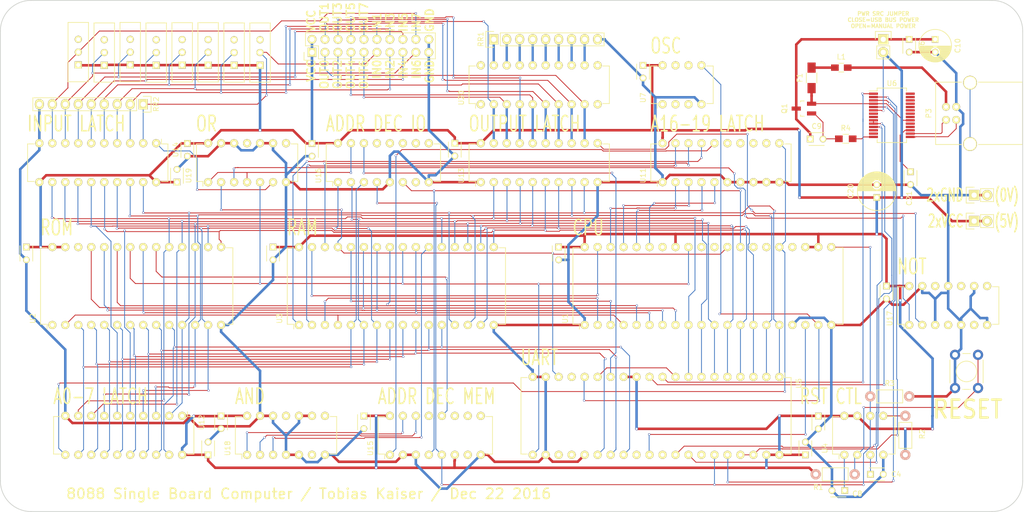
<source format=kicad_pcb>
(kicad_pcb (version 20171130) (host pcbnew "(5.1.12)-1")
  (layers (0 F.Cu signal) (31 B.Cu signal) (34 B.Paste user hide) (35 F.Paste user hide) (36 B.SilkS user hide) (37 F.SilkS user hide) (38 B.Mask user hide) (39 F.Mask user hide) (44 Edge.Cuts user))
  (net 0 "")
  (net 1 VCC)
  (net 2 GND)
  (net 3 "Net-(C4-Pad1)")
  (net 4 "Net-(C10-Pad1)")
  (net 5 "Net-(C8-Pad1)")
  (net 6 "Net-(C9-Pad2)")
  (net 7 "Net-(C21-Pad1)")
  (net 8 "Net-(F1-Pad1)")
  (net 9 "Net-(F1-Pad2)")
  (net 10 /IN0)
  (net 11 "Net-(I0-Pad3)")
  (net 12 /IN1)
  (net 13 "Net-(I1-Pad3)")
  (net 14 /IN2)
  (net 15 "Net-(I2-Pad3)")
  (net 16 /IN3)
  (net 17 "Net-(I3-Pad3)")
  (net 18 /IN4)
  (net 19 "Net-(I4-Pad3)")
  (net 20 /IN5)
  (net 21 "Net-(I5-Pad3)")
  (net 22 /IN6)
  (net 23 "Net-(I6-Pad3)")
  (net 24 /IN7)
  (net 25 "Net-(I7-Pad3)")
  (net 26 "Net-(L1-Pad2)")
  (net 27 /OUT0)
  (net 28 /OUT1)
  (net 29 /OUT2)
  (net 30 /OUT3)
  (net 31 /OUT4)
  (net 32 /OUT5)
  (net 33 /OUT6)
  (net 34 /OUT7)
  (net 35 "Net-(P3-Pad2)")
  (net 36 "Net-(P3-Pad3)")
  (net 37 "Net-(P3-Pad5)")
  (net 38 "Net-(R1-Pad2)")
  (net 39 /nRES)
  (net 40 /RES)
  (net 41 "Net-(R4-Pad2)")
  (net 42 "Net-(RR1-Pad1)")
  (net 43 "Net-(RR1-Pad2)")
  (net 44 "Net-(RR1-Pad3)")
  (net 45 "Net-(RR1-Pad4)")
  (net 46 "Net-(RR1-Pad5)")
  (net 47 "Net-(RR1-Pad6)")
  (net 48 "Net-(RR1-Pad7)")
  (net 49 "Net-(RR1-Pad8)")
  (net 50 /A14)
  (net 51 /A13)
  (net 52 /A12)
  (net 53 /A11)
  (net 54 /A10)
  (net 55 /A9)
  (net 56 /A8)
  (net 57 /D7)
  (net 58 /D6)
  (net 59 /D5)
  (net 60 /D4)
  (net 61 /D3)
  (net 62 /D2)
  (net 63 /D1)
  (net 64 /D0)
  (net 65 /INTR)
  (net 66 /CLK)
  (net 67 "Net-(U1-Pad24)")
  (net 68 /ALE)
  (net 69 "Net-(U1-Pad26)")
  (net 70 "Net-(U1-Pad27)")
  (net 71 /IO/nM)
  (net 72 /nWR)
  (net 73 /nRD)
  (net 74 "Net-(U1-Pad34)")
  (net 75 /S6)
  (net 76 /S5)
  (net 77 /S4)
  (net 78 /S3)
  (net 79 /A15)
  (net 80 /A7)
  (net 81 /A6)
  (net 82 /A5)
  (net 83 /A4)
  (net 84 /A3)
  (net 85 /A2)
  (net 86 /A1)
  (net 87 /A0)
  (net 88 /nROMEN)
  (net 89 /A18)
  (net 90 /A16)
  (net 91 /nRAMEN)
  (net 92 /A17)
  (net 93 "Net-(U5-Pad15)")
  (net 94 "Net-(U5-Pad10)")
  (net 95 "Net-(U5-Pad11)")
  (net 96 /nIODEV1_EN)
  (net 97 "Net-(U5-Pad17)")
  (net 98 "Net-(U5-Pad23)")
  (net 99 "Net-(U5-Pad24)")
  (net 100 "Net-(U5-Pad29)")
  (net 101 "Net-(U5-Pad31)")
  (net 102 "Net-(U5-Pad32)")
  (net 103 "Net-(U5-Pad33)")
  (net 104 "Net-(U5-Pad34)")
  (net 105 "Net-(U5-Pad36)")
  (net 106 "Net-(U5-Pad37)")
  (net 107 "Net-(U6-Pad12)")
  (net 108 "Net-(U6-Pad13)")
  (net 109 "Net-(U6-Pad19)")
  (net 110 "Net-(U6-Pad22)")
  (net 111 "Net-(U6-Pad23)")
  (net 112 "Net-(U6-Pad27)")
  (net 113 "Net-(U6-Pad28)")
  (net 114 "Net-(U7-Pad1)")
  (net 115 "Net-(U11-Pad12)")
  (net 116 "Net-(U11-Pad13)")
  (net 117 "Net-(U11-Pad14)")
  (net 118 "Net-(U11-Pad15)")
  (net 119 /A19)
  (net 120 /IODEV0_WREN)
  (net 121 /nIODEV0_RDEN)
  (net 122 "Net-(U15-Pad7)")
  (net 123 "Net-(U15-Pad9)")
  (net 124 "Net-(U15-Pad10)")
  (net 125 "Net-(U15-Pad11)")
  (net 126 /nFRAMEN)
  (net 127 /nRAMHIEN)
  (net 128 /nRAMLOEN)
  (net 129 "Net-(U16-Pad7)")
  (net 130 "Net-(U16-Pad9)")
  (net 131 "Net-(U16-Pad10)")
  (net 132 "Net-(U16-Pad11)")
  (net 133 "Net-(U16-Pad12)")
  (net 134 "Net-(U16-Pad13)")
  (net 135 /nIODEV0_EN)
  (net 136 /nIODEV0_WREN)
  (net 137 "Net-(U17-Pad4)")
  (net 138 "Net-(U17-Pad6)")
  (net 139 "Net-(U17-Pad8)")
  (net 140 "Net-(U17-Pad10)")
  (net 141 "Net-(U17-Pad12)")
  (net 142 "Net-(U18-Pad6)")
  (net 143 "Net-(U18-Pad8)")
  (net 144 "Net-(U18-Pad11)")
  (net 145 "Net-(U19-Pad8)")
  (net 146 "Net-(U19-Pad11)")
  (net 147 "Net-(U20-Pad1)")
  (net 148 "Net-(U20-Pad10)")
  (net 149 "Net-(U20-Pad11)")
  (net 150 "Net-(U20-Pad20)")
  (module Housings_DIP:DIP-14_W7.62mm (layer F.Cu) (at 98.26 138.9 90)
    (fp_text reference U18 (at 1.27 -3.81 90) (layer F.SilkS))
    (fp_text value 74HC08)
    (pad 1 thru_hole oval (at 0 0 90) (size 1.6 1.6) (drill 0.8) (layers *.Cu *.Mask F.SilkS) (net 128 /nRAMLOEN))
    (pad 2 thru_hole oval (at 0 2.54 90) (size 1.6 1.6) (drill 0.8) (layers *.Cu *.Mask F.SilkS) (net 127 /nRAMHIEN))
    (pad 3 thru_hole oval (at 0 5.08 90) (size 1.6 1.6) (drill 0.8) (layers *.Cu *.Mask F.SilkS) (net 91 /nRAMEN))
    (pad 4 thru_hole oval (at 0 7.62 90) (size 1.6 1.6) (drill 0.8) (layers *.Cu *.Mask F.SilkS) (net 2 GND))
    (pad 5 thru_hole oval (at 0 10.16 90) (size 1.6 1.6) (drill 0.8) (layers *.Cu *.Mask F.SilkS) (net 2 GND))
    (pad 6 thru_hole oval (at 0 12.7 90) (size 1.6 1.6) (drill 0.8) (layers *.Cu *.Mask F.SilkS) (net 142 "Net-(U18-Pad6)"))
    (pad 7 thru_hole oval (at 0 15.24 90) (size 1.6 1.6) (drill 0.8) (layers *.Cu *.Mask F.SilkS) (net 2 GND))
    (pad 8 thru_hole oval (at 7.62 15.24 90) (size 1.6 1.6) (drill 0.8) (layers *.Cu *.Mask F.SilkS) (net 143 "Net-(U18-Pad8)"))
    (pad 9 thru_hole oval (at 7.62 12.7 90) (size 1.6 1.6) (drill 0.8) (layers *.Cu *.Mask F.SilkS) (net 2 GND))
    (pad 10 thru_hole oval (at 7.62 10.16 90) (size 1.6 1.6) (drill 0.8) (layers *.Cu *.Mask F.SilkS) (net 2 GND))
    (pad 11 thru_hole oval (at 7.62 7.62 90) (size 1.6 1.6) (drill 0.8) (layers *.Cu *.Mask F.SilkS) (net 144 "Net-(U18-Pad11)"))
    (pad 12 thru_hole oval (at 7.62 5.08 90) (size 1.6 1.6) (drill 0.8) (layers *.Cu *.Mask F.SilkS) (net 2 GND))
    (pad 13 thru_hole oval (at 7.62 2.54 90) (size 1.6 1.6) (drill 0.8) (layers *.Cu *.Mask F.SilkS) (net 2 GND))
    (pad 14 thru_hole oval (at 7.62 0 90) (size 1.6 1.6) (drill 0.8) (layers *.Cu *.Mask F.SilkS) (net 1 VCC))
  )
  (module Mounting_Holes:MountingHole_4.3mm_M4_ISO14580 (layer F.Cu) (at 244 56)
    (fp_text reference REF**_4 hide)
    (fp_text value MountingHole_4.3mm_M4_ISO14580)
    (pad "" np_thru_hole circle (at 0 0) (size 4.3 4.3) (drill 4.3) (layers *.Cu *.Mask))
  )
  (module Mounting_Holes:MountingHole_4.3mm_M4_ISO14580 (layer F.Cu) (at 244 144)
    (fp_text reference REF**_3 hide)
    (fp_text value MountingHole_4.3mm_M4_ISO14580)
    (pad 1 np_thru_hole circle (at 0 0) (size 4.3 4.3) (drill 4.3) (layers *.Cu *.Mask))
  )
  (module Mounting_Holes:MountingHole_4.3mm_M4_ISO14580 (layer F.Cu) (at 56 144)
    (fp_text reference REF**_2 hide)
    (fp_text value MountingHole_4.3mm_M4_ISO14580)
    (pad 1 np_thru_hole circle (at 0 0) (size 4.3 4.3) (drill 4.3) (layers *.Cu *.Mask))
  )
  (module Capacitors_ThroughHole:C_Disc_D3_P2.5 (layer F.Cu) (at 223.355 105.88 270)
    (fp_text reference C1 hide)
    (fp_text value 100n)
    (pad 1 thru_hole rect (at 0 0 270) (size 1.3 1.3) (drill 0.8) (layers *.Cu *.Mask F.SilkS) (net 1 VCC))
    (pad 2 thru_hole circle (at 2.5 0 270) (size 1.3 1.3) (drill 0.8001) (layers *.Cu *.Mask F.SilkS) (net 2 GND))
  )
  (module Capacitors_ThroughHole:C_Disc_D3_P2.5 (layer F.Cu) (at 90.64 138.9 90)
    (fp_text reference C2 hide)
    (fp_text value 100n)
    (pad 1 thru_hole rect (at 0 0 90) (size 1.3 1.3) (drill 0.8) (layers *.Cu *.Mask F.SilkS) (net 1 VCC))
    (pad 2 thru_hole circle (at 2.5 0 90) (size 1.3 1.3) (drill 0.8001) (layers *.Cu *.Mask F.SilkS) (net 2 GND))
  )
  (module Capacitors_ThroughHole:C_Disc_D3_P2.5 (layer F.Cu) (at 110.96 77.98 270)
    (fp_text reference C3 hide)
    (fp_text value 100n)
    (pad 1 thru_hole rect (at 0 0 270) (size 1.3 1.3) (drill 0.8) (layers *.Cu *.Mask F.SilkS) (net 1 VCC))
    (pad 2 thru_hole circle (at 2.5 0 270) (size 1.3 1.3) (drill 0.8001) (layers *.Cu *.Mask F.SilkS) (net 2 GND))
  )
  (module Capacitors_ThroughHole:C_Disc_D3_P2.5 (layer F.Cu) (at 220.22 142.71)
    (fp_text reference C4 (at 5.04 0) (layer F.SilkS))
    (fp_text value 100n)
    (pad 1 thru_hole rect (at 0 0) (size 1.3 1.3) (drill 0.8) (layers *.Cu *.Mask F.SilkS) (net 3 "Net-(C4-Pad1)"))
    (pad 2 thru_hole circle (at 2.5 0) (size 1.3 1.3) (drill 0.8001) (layers *.Cu *.Mask F.SilkS) (net 2 GND))
  )
  (module Capacitors_ThroughHole:C_Disc_D3_P2.5 (layer F.Cu) (at 138.9 77.94 270)
    (fp_text reference C5 hide)
    (fp_text value 100n)
    (pad 1 thru_hole rect (at 0 0 270) (size 1.3 1.3) (drill 0.8) (layers *.Cu *.Mask F.SilkS) (net 1 VCC))
    (pad 2 thru_hole circle (at 2.5 0 270) (size 1.3 1.3) (drill 0.8001) (layers *.Cu *.Mask F.SilkS) (net 2 GND))
  )
  (module Capacitors_ThroughHole:C_Disc_D3_P2.5 (layer F.Cu) (at 227.8 57.62 270)
    (fp_text reference C6 (at 1.25 -2.5 270) (layer F.SilkS))
    (fp_text value 100n)
    (pad 1 thru_hole rect (at 0 0 270) (size 1.3 1.3) (drill 0.8) (layers *.Cu *.Mask F.SilkS) (net 4 "Net-(C10-Pad1)"))
    (pad 2 thru_hole circle (at 2.5 0 270) (size 1.3 1.3) (drill 0.8001) (layers *.Cu *.Mask F.SilkS) (net 2 GND))
  )
  (module Capacitors_ThroughHole:C_Disc_D3_P2.5 (layer F.Cu) (at 121.12 131.28 270)
    (fp_text reference C7 hide)
    (fp_text value 100n)
    (pad 1 thru_hole rect (at 0 0 270) (size 1.3 1.3) (drill 0.8) (layers *.Cu *.Mask F.SilkS) (net 1 VCC))
    (pad 2 thru_hole circle (at 2.5 0 270) (size 1.3 1.3) (drill 0.8001) (layers *.Cu *.Mask F.SilkS) (net 2 GND))
  )
  (module Capacitors_ThroughHole:C_Disc_D3_P2.5 (layer F.Cu) (at 215.187 145.885 180)
    (fp_text reference C8 (at -2.453 -0.635 180) (layer F.SilkS))
    (fp_text value 100n)
    (pad 1 thru_hole rect (at 0 0 180) (size 1.3 1.3) (drill 0.8) (layers *.Cu *.Mask F.SilkS) (net 5 "Net-(C8-Pad1)"))
    (pad 2 thru_hole circle (at 2.5 0 180) (size 1.3 1.3) (drill 0.8001) (layers *.Cu *.Mask F.SilkS) (net 2 GND))
  )
  (module Capacitors_ThroughHole:C_Disc_D3_P2.5 (layer F.Cu) (at 208.434 77.1272)
    (fp_text reference C9 (at 1.25 -2.5) (layer F.SilkS))
    (fp_text value 100n)
    (pad 1 thru_hole rect (at 0 0) (size 1.3 1.3) (drill 0.8) (layers *.Cu *.Mask F.SilkS) (net 4 "Net-(C10-Pad1)"))
    (pad 2 thru_hole circle (at 2.5 0) (size 1.3 1.3) (drill 0.8001) (layers *.Cu *.Mask F.SilkS) (net 6 "Net-(C9-Pad2)"))
  )
  (module Capacitors_ThroughHole:C_Radial_D6.3_L11.2_P2.5 (layer F.Cu) (at 232.88 57.62 270)
    (fp_text reference C10 (at 1.25 -4.4 270) (layer F.SilkS))
    (fp_text value 4u7)
    (pad 2 thru_hole circle (at 2.5 0 270) (size 1.3 1.3) (drill 0.8) (layers *.Cu *.Mask F.SilkS) (net 2 GND))
    (pad 1 thru_hole rect (at 0 0 270) (size 1.3 1.3) (drill 0.8) (layers *.Cu *.Mask F.SilkS) (net 4 "Net-(C10-Pad1)"))
  )
  (module Capacitors_ThroughHole:C_Disc_D3_P2.5 (layer F.Cu) (at 55.08 98.26 270)
    (fp_text reference C11 hide)
    (fp_text value 100n)
    (pad 1 thru_hole rect (at 0 0 270) (size 1.3 1.3) (drill 0.8) (layers *.Cu *.Mask F.SilkS) (net 1 VCC))
    (pad 2 thru_hole circle (at 2.5 0 270) (size 1.3 1.3) (drill 0.8001) (layers *.Cu *.Mask F.SilkS) (net 2 GND))
  )
  (module Capacitors_ThroughHole:C_Disc_D3_P2.5 (layer F.Cu) (at 175.73 62.7 270)
    (fp_text reference C12 hide)
    (fp_text value 100n)
    (pad 1 thru_hole rect (at 0 0 270) (size 1.3 1.3) (drill 0.8) (layers *.Cu *.Mask F.SilkS) (net 1 VCC))
    (pad 2 thru_hole circle (at 2.5 0 270) (size 1.3 1.3) (drill 0.8001) (layers *.Cu *.Mask F.SilkS) (net 2 GND))
  )
  (module Capacitors_ThroughHole:C_Disc_D3_P2.5 (layer F.Cu) (at 86.576 77.98 270)
    (fp_text reference C13 hide)
    (fp_text value 100n)
    (pad 1 thru_hole rect (at 0 0 270) (size 1.3 1.3) (drill 0.8) (layers *.Cu *.Mask F.SilkS) (net 1 VCC))
    (pad 2 thru_hole circle (at 2.5 0 270) (size 1.3 1.3) (drill 0.8001) (layers *.Cu *.Mask F.SilkS) (net 2 GND))
  )
  (module Capacitors_ThroughHole:C_Disc_D3_P2.5 (layer F.Cu) (at 103.34 98.26 270)
    (fp_text reference C14 hide)
    (fp_text value 100n)
    (pad 1 thru_hole rect (at 0 0 270) (size 1.3 1.3) (drill 0.8) (layers *.Cu *.Mask F.SilkS) (net 1 VCC))
    (pad 2 thru_hole circle (at 2.5 0 270) (size 1.3 1.3) (drill 0.8001) (layers *.Cu *.Mask F.SilkS) (net 2 GND))
  )
  (module Capacitors_ThroughHole:C_Disc_D3_P2.5 (layer F.Cu) (at 159.22 98.26 270)
    (fp_text reference C15 hide)
    (fp_text value 100n)
    (pad 1 thru_hole rect (at 0 0 270) (size 1.3 1.3) (drill 0.8) (layers *.Cu *.Mask F.SilkS) (net 1 VCC))
    (pad 2 thru_hole circle (at 2.5 0 270) (size 1.3 1.3) (drill 0.8001) (layers *.Cu *.Mask F.SilkS) (net 2 GND))
  )
  (module Capacitors_ThroughHole:C_Disc_D3_P2.5 (layer F.Cu) (at 93.18 131.28 270)
    (fp_text reference C16 hide)
    (fp_text value 100n)
    (pad 1 thru_hole rect (at 0 0 270) (size 1.3 1.3) (drill 0.8) (layers *.Cu *.Mask F.SilkS) (net 1 VCC))
    (pad 2 thru_hole circle (at 2.5 0 270) (size 1.3 1.3) (drill 0.8001) (layers *.Cu *.Mask F.SilkS) (net 2 GND))
  )
  (module Capacitors_ThroughHole:C_Disc_D3_P2.5 (layer F.Cu) (at 207.48 138.9 90)
    (fp_text reference C17 hide)
    (fp_text value 100n)
    (pad 1 thru_hole rect (at 0 0 90) (size 1.3 1.3) (drill 0.8) (layers *.Cu *.Mask F.SilkS) (net 1 VCC))
    (pad 2 thru_hole circle (at 2.5 0 90) (size 1.3 1.3) (drill 0.8001) (layers *.Cu *.Mask F.SilkS) (net 2 GND))
  )
  (module Capacitors_ThroughHole:C_Disc_D3_P2.5 (layer F.Cu) (at 210.02 131.32 270)
    (fp_text reference C18 hide)
    (fp_text value 100n)
    (pad 1 thru_hole rect (at 0 0 270) (size 1.3 1.3) (drill 0.8) (layers *.Cu *.Mask F.SilkS) (net 1 VCC))
    (pad 2 thru_hole circle (at 2.5 0 270) (size 1.3 1.3) (drill 0.8001) (layers *.Cu *.Mask F.SilkS) (net 2 GND))
  )
  (module Capacitors_ThroughHole:C_Disc_D3_P2.5 (layer F.Cu) (at 84.544 85.56 90)
    (fp_text reference C19 hide)
    (fp_text value 100n)
    (pad 1 thru_hole rect (at 0 0 90) (size 1.3 1.3) (drill 0.8) (layers *.Cu *.Mask F.SilkS) (net 1 VCC))
    (pad 2 thru_hole circle (at 2.5 0 90) (size 1.3 1.3) (drill 0.8001) (layers *.Cu *.Mask F.SilkS) (net 2 GND))
  )
  (module Capacitors_ThroughHole:C_Radial_D7.5_L11.2_P2.5 (layer F.Cu) (at 221.45 88.568 90)
    (fp_text reference C20 (at 1.25 -5.1 90) (layer F.SilkS))
    (fp_text value 4u7)
    (pad 2 thru_hole circle (at 2.5 0 90) (size 1.3 1.3) (drill 0.8) (layers *.Cu *.Mask F.SilkS) (net 2 GND))
    (pad 1 thru_hole rect (at 0 0 90) (size 1.3 1.3) (drill 0.8) (layers *.Cu *.Mask F.SilkS) (net 1 VCC))
  )
  (module Capacitors_ThroughHole:C_Disc_D3_P2.5 (layer F.Cu) (at 228.054 83.528 270)
    (fp_text reference C21 (at 5.207 0.254 270) (layer F.SilkS))
    (fp_text value 100n)
    (pad 1 thru_hole rect (at 0 0 270) (size 1.3 1.3) (drill 0.8) (layers *.Cu *.Mask F.SilkS) (net 7 "Net-(C21-Pad1)"))
    (pad 2 thru_hole circle (at 2.5 0 270) (size 1.3 1.3) (drill 0.8001) (layers *.Cu *.Mask F.SilkS) (net 2 GND))
  )
  (module Capacitors_SMD:C_1206_HandSoldering (layer F.Cu) (at 208.699 65.1572 90)
    (fp_text reference F1 (at 0 -2.3 90) (layer F.SilkS))
    (fp_text value FUSE)
    (pad 1 smd rect (at -2 0 90) (size 2 1.6) (layers F.Cu F.Paste F.Mask) (net 8 "Net-(F1-Pad1)"))
    (pad 2 smd rect (at 2 0 90) (size 2 1.6) (layers F.Cu F.Paste F.Mask) (net 9 "Net-(F1-Pad2)"))
  )
  (module Pin_Headers:Pin_Header_Straight_1x02 (layer F.Cu) (at 240.5 88.1 90)
    (fp_text reference GND1 hide)
    (fp_text value GND)
    (pad 1 thru_hole rect (at 0 0 90) (size 2.032 2.032) (drill 1.016) (layers *.Cu *.Mask F.SilkS) (net 2 GND))
    (pad 2 thru_hole oval (at 0 2.54 90) (size 2.032 2.032) (drill 1.016) (layers *.Cu *.Mask F.SilkS) (net 2 GND))
  )
  (module 8088_sbc2:EG1218 (layer F.Cu) (at 100.8 60.2 90)
    (fp_text reference I0 hide)
    (fp_text value SWITCH_INV)
    (pad 1 thru_hole rect (at -2.5 0 90) (size 1.397 1.397) (drill 0.8128) (layers *.Cu *.Mask F.SilkS) (net 1 VCC))
    (pad 2 thru_hole circle (at 0 0 90) (size 1.397 1.397) (drill 0.8128) (layers *.Cu *.Mask F.SilkS) (net 10 /IN0))
    (pad 3 thru_hole circle (at 2.5 0 90) (size 1.397 1.397) (drill 0.8128) (layers *.Cu *.Mask F.SilkS) (net 11 "Net-(I0-Pad3)"))
  )
  (module 8088_sbc2:EG1218 (layer F.Cu) (at 95.72 60.2 90)
    (fp_text reference I1 hide)
    (fp_text value SWITCH_INV)
    (pad 1 thru_hole rect (at -2.5 0 90) (size 1.397 1.397) (drill 0.8128) (layers *.Cu *.Mask F.SilkS) (net 1 VCC))
    (pad 2 thru_hole circle (at 0 0 90) (size 1.397 1.397) (drill 0.8128) (layers *.Cu *.Mask F.SilkS) (net 12 /IN1))
    (pad 3 thru_hole circle (at 2.5 0 90) (size 1.397 1.397) (drill 0.8128) (layers *.Cu *.Mask F.SilkS) (net 13 "Net-(I1-Pad3)"))
  )
  (module 8088_sbc2:EG1218 (layer F.Cu) (at 90.64 60.16 90)
    (fp_text reference I2 hide)
    (fp_text value SWITCH_INV)
    (pad 1 thru_hole rect (at -2.5 0 90) (size 1.397 1.397) (drill 0.8128) (layers *.Cu *.Mask F.SilkS) (net 1 VCC))
    (pad 2 thru_hole circle (at 0 0 90) (size 1.397 1.397) (drill 0.8128) (layers *.Cu *.Mask F.SilkS) (net 14 /IN2))
    (pad 3 thru_hole circle (at 2.5 0 90) (size 1.397 1.397) (drill 0.8128) (layers *.Cu *.Mask F.SilkS) (net 15 "Net-(I2-Pad3)"))
  )
  (module 8088_sbc2:EG1218 (layer F.Cu) (at 85.56 60.16 90)
    (fp_text reference I3 hide)
    (fp_text value SWITCH_INV)
    (pad 1 thru_hole rect (at -2.5 0 90) (size 1.397 1.397) (drill 0.8128) (layers *.Cu *.Mask F.SilkS) (net 1 VCC))
    (pad 2 thru_hole circle (at 0 0 90) (size 1.397 1.397) (drill 0.8128) (layers *.Cu *.Mask F.SilkS) (net 16 /IN3))
    (pad 3 thru_hole circle (at 2.5 0 90) (size 1.397 1.397) (drill 0.8128) (layers *.Cu *.Mask F.SilkS) (net 17 "Net-(I3-Pad3)"))
  )
  (module 8088_sbc2:EG1218 (layer F.Cu) (at 80.48 60.2 90)
    (fp_text reference I4 hide)
    (fp_text value SWITCH_INV)
    (pad 1 thru_hole rect (at -2.5 0 90) (size 1.397 1.397) (drill 0.8128) (layers *.Cu *.Mask F.SilkS) (net 1 VCC))
    (pad 2 thru_hole circle (at 0 0 90) (size 1.397 1.397) (drill 0.8128) (layers *.Cu *.Mask F.SilkS) (net 18 /IN4))
    (pad 3 thru_hole circle (at 2.5 0 90) (size 1.397 1.397) (drill 0.8128) (layers *.Cu *.Mask F.SilkS) (net 19 "Net-(I4-Pad3)"))
  )
  (module 8088_sbc2:EG1218 (layer F.Cu) (at 75.4 60.12 90)
    (fp_text reference I5 hide)
    (fp_text value SWITCH_INV)
    (pad 1 thru_hole rect (at -2.5 0 90) (size 1.397 1.397) (drill 0.8128) (layers *.Cu *.Mask F.SilkS) (net 1 VCC))
    (pad 2 thru_hole circle (at 0 0 90) (size 1.397 1.397) (drill 0.8128) (layers *.Cu *.Mask F.SilkS) (net 20 /IN5))
    (pad 3 thru_hole circle (at 2.5 0 90) (size 1.397 1.397) (drill 0.8128) (layers *.Cu *.Mask F.SilkS) (net 21 "Net-(I5-Pad3)"))
  )
  (module 8088_sbc2:EG1218 (layer F.Cu) (at 70.32 60.2 90)
    (fp_text reference I6 hide)
    (fp_text value SWITCH_INV)
    (pad 1 thru_hole rect (at -2.5 0 90) (size 1.397 1.397) (drill 0.8128) (layers *.Cu *.Mask F.SilkS) (net 1 VCC))
    (pad 2 thru_hole circle (at 0 0 90) (size 1.397 1.397) (drill 0.8128) (layers *.Cu *.Mask F.SilkS) (net 22 /IN6))
    (pad 3 thru_hole circle (at 2.5 0 90) (size 1.397 1.397) (drill 0.8128) (layers *.Cu *.Mask F.SilkS) (net 23 "Net-(I6-Pad3)"))
  )
  (module 8088_sbc2:EG1218 (layer F.Cu) (at 65.24 60.12 90)
    (fp_text reference I7 hide)
    (fp_text value SWITCH_INV)
    (pad 1 thru_hole rect (at -2.5 0 90) (size 1.397 1.397) (drill 0.8128) (layers *.Cu *.Mask F.SilkS) (net 1 VCC))
    (pad 2 thru_hole circle (at 0 0 90) (size 1.397 1.397) (drill 0.8128) (layers *.Cu *.Mask F.SilkS) (net 24 /IN7))
    (pad 3 thru_hole circle (at 2.5 0 90) (size 1.397 1.397) (drill 0.8128) (layers *.Cu *.Mask F.SilkS) (net 25 "Net-(I7-Pad3)"))
  )
  (module Capacitors_SMD:C_0805_HandSoldering (layer F.Cu) (at 214.51 63.1572)
    (fp_text reference L1 (at 0 -2.1) (layer F.SilkS))
    (fp_text value INDUCTOR)
    (pad 1 smd rect (at -1.25 0) (size 1.5 1.25) (layers F.Cu F.Paste F.Mask) (net 9 "Net-(F1-Pad2)"))
    (pad 2 smd rect (at 1.25 0) (size 1.5 1.25) (layers F.Cu F.Paste F.Mask) (net 26 "Net-(L1-Pad2)"))
  )
  (module Pin_Headers:Pin_Header_Straight_2x10 (layer F.Cu) (at 110.96 60.16 90)
    (fp_text reference P1 hide)
    (fp_text value CONN_02X10)
    (pad 1 thru_hole rect (at 0 0 90) (size 1.7272 1.7272) (drill 1.016) (layers *.Cu *.Mask F.SilkS) (net 1 VCC))
    (pad 2 thru_hole oval (at 2.54 0 90) (size 1.7272 1.7272) (drill 1.016) (layers *.Cu *.Mask F.SilkS) (net 1 VCC))
    (pad 3 thru_hole oval (at 0 2.54 90) (size 1.7272 1.7272) (drill 1.016) (layers *.Cu *.Mask F.SilkS) (net 27 /OUT0))
    (pad 4 thru_hole oval (at 2.54 2.54 90) (size 1.7272 1.7272) (drill 1.016) (layers *.Cu *.Mask F.SilkS) (net 28 /OUT1))
    (pad 5 thru_hole oval (at 0 5.08 90) (size 1.7272 1.7272) (drill 1.016) (layers *.Cu *.Mask F.SilkS) (net 29 /OUT2))
    (pad 6 thru_hole oval (at 2.54 5.08 90) (size 1.7272 1.7272) (drill 1.016) (layers *.Cu *.Mask F.SilkS) (net 30 /OUT3))
    (pad 7 thru_hole oval (at 0 7.62 90) (size 1.7272 1.7272) (drill 1.016) (layers *.Cu *.Mask F.SilkS) (net 31 /OUT4))
    (pad 8 thru_hole oval (at 2.54 7.62 90) (size 1.7272 1.7272) (drill 1.016) (layers *.Cu *.Mask F.SilkS) (net 32 /OUT5))
    (pad 9 thru_hole oval (at 0 10.16 90) (size 1.7272 1.7272) (drill 1.016) (layers *.Cu *.Mask F.SilkS) (net 33 /OUT6))
    (pad 10 thru_hole oval (at 2.54 10.16 90) (size 1.7272 1.7272) (drill 1.016) (layers *.Cu *.Mask F.SilkS) (net 34 /OUT7))
    (pad 11 thru_hole oval (at 0 12.7 90) (size 1.7272 1.7272) (drill 1.016) (layers *.Cu *.Mask F.SilkS) (net 10 /IN0))
    (pad 12 thru_hole oval (at 2.54 12.7 90) (size 1.7272 1.7272) (drill 1.016) (layers *.Cu *.Mask F.SilkS) (net 12 /IN1))
    (pad 13 thru_hole oval (at 0 15.24 90) (size 1.7272 1.7272) (drill 1.016) (layers *.Cu *.Mask F.SilkS) (net 14 /IN2))
    (pad 14 thru_hole oval (at 2.54 15.24 90) (size 1.7272 1.7272) (drill 1.016) (layers *.Cu *.Mask F.SilkS) (net 16 /IN3))
    (pad 15 thru_hole oval (at 0 17.78 90) (size 1.7272 1.7272) (drill 1.016) (layers *.Cu *.Mask F.SilkS) (net 18 /IN4))
    (pad 16 thru_hole oval (at 2.54 17.78 90) (size 1.7272 1.7272) (drill 1.016) (layers *.Cu *.Mask F.SilkS) (net 20 /IN5))
    (pad 17 thru_hole oval (at 0 20.32 90) (size 1.7272 1.7272) (drill 1.016) (layers *.Cu *.Mask F.SilkS) (net 22 /IN6))
    (pad 18 thru_hole oval (at 2.54 20.32 90) (size 1.7272 1.7272) (drill 1.016) (layers *.Cu *.Mask F.SilkS) (net 24 /IN7))
    (pad 19 thru_hole oval (at 0 22.86 90) (size 1.7272 1.7272) (drill 1.016) (layers *.Cu *.Mask F.SilkS) (net 2 GND))
    (pad 20 thru_hole oval (at 2.54 22.86 90) (size 1.7272 1.7272) (drill 1.016) (layers *.Cu *.Mask F.SilkS) (net 2 GND))
  )
  (module Pin_Headers:Pin_Header_Straight_1x02 (layer F.Cu) (at 222.72 57.62)
    (fp_text reference P2 hide)
    (fp_text value JMP_USB_PWR)
    (pad 1 thru_hole rect (at 0 0) (size 2.032 2.032) (drill 1.016) (layers *.Cu *.Mask F.SilkS) (net 4 "Net-(C10-Pad1)"))
    (pad 2 thru_hole oval (at 0 2.54) (size 2.032 2.032) (drill 1.016) (layers *.Cu *.Mask F.SilkS) (net 1 VCC))
  )
  (module Connect:USB_B (layer F.Cu) (at 235.001 70.8305)
    (fp_text reference P3 (at -3.391 1.27 90) (layer F.SilkS))
    (fp_text value USB_B)
    (pad 2 thru_hole circle (at 0 2.54 270) (size 1.524 1.524) (drill 0.8128) (layers *.Cu *.Mask F.SilkS) (net 35 "Net-(P3-Pad2)"))
    (pad 1 thru_hole circle (at 0 0 270) (size 1.524 1.524) (drill 0.8128) (layers *.Cu *.Mask F.SilkS) (net 26 "Net-(L1-Pad2)"))
    (pad 4 thru_hole circle (at 1.99898 0 270) (size 1.524 1.524) (drill 0.8128) (layers *.Cu *.Mask F.SilkS) (net 2 GND))
    (pad 3 thru_hole circle (at 1.99898 2.54 270) (size 1.524 1.524) (drill 0.8128) (layers *.Cu *.Mask F.SilkS) (net 36 "Net-(P3-Pad3)"))
    (pad 5 thru_hole circle (at 4.699 7.26948 270) (size 2.70002 2.70002) (drill 2.30124) (layers *.Cu *.Mask F.SilkS) (net 37 "Net-(P3-Pad5)"))
    (pad 5 thru_hole circle (at 4.699 -4.72948 270) (size 2.70002 2.70002) (drill 2.30124) (layers *.Cu *.Mask F.SilkS) (net 37 "Net-(P3-Pad5)"))
  )
  (module TO_SOT_Packages_SMD:SOT-23_Handsoldering (layer F.Cu) (at 207.198 71.1684 90)
    (fp_text reference Q1 (at 0 -3.81 90) (layer F.SilkS))
    (fp_text value IRLML6402)
    (pad 1 smd rect (at -0.95 1.50114 90) (size 0.8001 1.80086) (layers F.Cu F.Paste F.Mask) (net 6 "Net-(C9-Pad2)"))
    (pad 2 smd rect (at 0.95 1.50114 90) (size 0.8001 1.80086) (layers F.Cu F.Paste F.Mask) (net 8 "Net-(F1-Pad1)"))
    (pad 3 smd rect (at 0 -1.50114 90) (size 0.8001 1.80086) (layers F.Cu F.Paste F.Mask) (net 4 "Net-(C10-Pad1)"))
  )
  (module Resistors_ThroughHole:Resistor_Horizontal_RM7mm (layer F.Cu) (at 209.512 142.71)
    (fp_text reference R1 (at 0.508 2.54) (layer F.SilkS))
    (fp_text value 10k)
    (pad 1 thru_hole circle (at 0 0) (size 1.99898 1.99898) (drill 1.00076) (layers *.Cu *.SilkS *.Mask) (net 1 VCC))
    (pad 2 thru_hole circle (at 7.62 0) (size 1.99898 1.99898) (drill 1.00076) (layers *.Cu *.SilkS *.Mask) (net 38 "Net-(R1-Pad2)"))
  )
  (module Resistors_ThroughHole:Resistor_Horizontal_RM7mm (layer F.Cu) (at 227.038 138.9 90)
    (fp_text reference R2 (at 4.05892 3.302 90) (layer F.SilkS))
    (fp_text value 10k)
    (pad 1 thru_hole circle (at 0 0 90) (size 1.99898 1.99898) (drill 1.00076) (layers *.Cu *.SilkS *.Mask) (net 1 VCC))
    (pad 2 thru_hole circle (at 7.62 0 90) (size 1.99898 1.99898) (drill 1.00076) (layers *.Cu *.SilkS *.Mask) (net 39 /nRES))
  )
  (module Resistors_ThroughHole:Resistor_Horizontal_RM7mm (layer F.Cu) (at 220.18 127.47)
    (fp_text reference R3 (at 3.81 -2.54) (layer F.SilkS))
    (fp_text value 10k)
    (pad 1 thru_hole circle (at 0 0) (size 1.99898 1.99898) (drill 1.00076) (layers *.Cu *.SilkS *.Mask) (net 40 /RES))
    (pad 2 thru_hole circle (at 7.62 0) (size 1.99898 1.99898) (drill 1.00076) (layers *.Cu *.SilkS *.Mask) (net 2 GND))
  )
  (module Resistors_SMD:R_0805_HandSoldering (layer F.Cu) (at 215.383 77.0764)
    (fp_text reference R4 (at 0 -2.1) (layer F.SilkS))
    (fp_text value 1K)
    (pad 1 smd rect (at -1.35 0) (size 1.5 1.3) (layers F.Cu F.Paste F.Mask) (net 6 "Net-(C9-Pad2)"))
    (pad 2 smd rect (at 1.35 0) (size 1.5 1.3) (layers F.Cu F.Paste F.Mask) (net 41 "Net-(R4-Pad2)"))
  )
  (module Pin_Headers:Pin_Header_Straight_1x09 (layer F.Cu) (at 146.52 57.62 90)
    (fp_text reference RR1 (at 0 -2.54 90) (layer F.SilkS))
    (fp_text value 8x300R)
    (pad 1 thru_hole rect (at 0 0 90) (size 2.032 1.7272) (drill 1.016) (layers *.Cu *.Mask F.SilkS) (net 42 "Net-(RR1-Pad1)"))
    (pad 2 thru_hole oval (at 0 2.54 90) (size 2.032 1.7272) (drill 1.016) (layers *.Cu *.Mask F.SilkS) (net 43 "Net-(RR1-Pad2)"))
    (pad 3 thru_hole oval (at 0 5.08 90) (size 2.032 1.7272) (drill 1.016) (layers *.Cu *.Mask F.SilkS) (net 44 "Net-(RR1-Pad3)"))
    (pad 4 thru_hole oval (at 0 7.62 90) (size 2.032 1.7272) (drill 1.016) (layers *.Cu *.Mask F.SilkS) (net 45 "Net-(RR1-Pad4)"))
    (pad 5 thru_hole oval (at 0 10.16 90) (size 2.032 1.7272) (drill 1.016) (layers *.Cu *.Mask F.SilkS) (net 46 "Net-(RR1-Pad5)"))
    (pad 6 thru_hole oval (at 0 12.7 90) (size 2.032 1.7272) (drill 1.016) (layers *.Cu *.Mask F.SilkS) (net 47 "Net-(RR1-Pad6)"))
    (pad 7 thru_hole oval (at 0 15.24 90) (size 2.032 1.7272) (drill 1.016) (layers *.Cu *.Mask F.SilkS) (net 48 "Net-(RR1-Pad7)"))
    (pad 8 thru_hole oval (at 0 17.78 90) (size 2.032 1.7272) (drill 1.016) (layers *.Cu *.Mask F.SilkS) (net 49 "Net-(RR1-Pad8)"))
    (pad 9 thru_hole oval (at 0 20.32 90) (size 2.032 1.7272) (drill 1.016) (layers *.Cu *.Mask F.SilkS) (net 2 GND))
  )
  (module Pin_Headers:Pin_Header_Straight_1x09 (layer F.Cu) (at 77.94 70.32 270)
    (fp_text reference RR2 (at 0 -2.54 270) (layer F.SilkS))
    (fp_text value 8x10K)
    (pad 1 thru_hole rect (at 0 0 270) (size 2.032 1.7272) (drill 1.016) (layers *.Cu *.Mask F.SilkS) (net 10 /IN0))
    (pad 2 thru_hole oval (at 0 2.54 270) (size 2.032 1.7272) (drill 1.016) (layers *.Cu *.Mask F.SilkS) (net 12 /IN1))
    (pad 3 thru_hole oval (at 0 5.08 270) (size 2.032 1.7272) (drill 1.016) (layers *.Cu *.Mask F.SilkS) (net 14 /IN2))
    (pad 4 thru_hole oval (at 0 7.62 270) (size 2.032 1.7272) (drill 1.016) (layers *.Cu *.Mask F.SilkS) (net 16 /IN3))
    (pad 5 thru_hole oval (at 0 10.16 270) (size 2.032 1.7272) (drill 1.016) (layers *.Cu *.Mask F.SilkS) (net 18 /IN4))
    (pad 6 thru_hole oval (at 0 12.7 270) (size 2.032 1.7272) (drill 1.016) (layers *.Cu *.Mask F.SilkS) (net 20 /IN5))
    (pad 7 thru_hole oval (at 0 15.24 270) (size 2.032 1.7272) (drill 1.016) (layers *.Cu *.Mask F.SilkS) (net 22 /IN6))
    (pad 8 thru_hole oval (at 0 17.78 270) (size 2.032 1.7272) (drill 1.016) (layers *.Cu *.Mask F.SilkS) (net 24 /IN7))
    (pad 9 thru_hole oval (at 0 20.32 270) (size 2.032 1.7272) (drill 1.016) (layers *.Cu *.Mask F.SilkS) (net 2 GND))
  )
  (module Buttons_Switches_ThroughHole:SW_PUSH_6mm (layer F.Cu) (at 236.762 125.842 90)
    (fp_text reference SW1 hide)
    (fp_text value SW_PUSH)
    (pad 2 thru_hole circle (at 0 4.5 180) (size 2 2) (drill 1.1) (layers *.Cu *.Mask) (net 38 "Net-(R1-Pad2)"))
    (pad 1 thru_hole circle (at 0 0 180) (size 2 2) (drill 1.1) (layers *.Cu *.Mask) (net 2 GND))
    (pad 2 thru_hole circle (at 6.5 4.5 180) (size 2 2) (drill 1.1) (layers *.Cu *.Mask) (net 38 "Net-(R1-Pad2)"))
    (pad 1 thru_hole circle (at 6.5 0 180) (size 2 2) (drill 1.1) (layers *.Cu *.Mask) (net 2 GND))
  )
  (module Housings_DIP:DIP-40_W15.24mm (layer F.Cu) (at 164.3 113.5 90)
    (fp_text reference U1 (at 1.27 -3.81 90) (layer F.SilkS))
    (fp_text value P8088)
    (pad 1 thru_hole oval (at 0 0 90) (size 1.6 1.6) (drill 0.8) (layers *.Cu *.Mask F.SilkS) (net 2 GND))
    (pad 2 thru_hole oval (at 0 2.54 90) (size 1.6 1.6) (drill 0.8) (layers *.Cu *.Mask F.SilkS) (net 50 /A14))
    (pad 3 thru_hole oval (at 0 5.08 90) (size 1.6 1.6) (drill 0.8) (layers *.Cu *.Mask F.SilkS) (net 51 /A13))
    (pad 4 thru_hole oval (at 0 7.62 90) (size 1.6 1.6) (drill 0.8) (layers *.Cu *.Mask F.SilkS) (net 52 /A12))
    (pad 5 thru_hole oval (at 0 10.16 90) (size 1.6 1.6) (drill 0.8) (layers *.Cu *.Mask F.SilkS) (net 53 /A11))
    (pad 6 thru_hole oval (at 0 12.7 90) (size 1.6 1.6) (drill 0.8) (layers *.Cu *.Mask F.SilkS) (net 54 /A10))
    (pad 7 thru_hole oval (at 0 15.24 90) (size 1.6 1.6) (drill 0.8) (layers *.Cu *.Mask F.SilkS) (net 55 /A9))
    (pad 8 thru_hole oval (at 0 17.78 90) (size 1.6 1.6) (drill 0.8) (layers *.Cu *.Mask F.SilkS) (net 56 /A8))
    (pad 9 thru_hole oval (at 0 20.32 90) (size 1.6 1.6) (drill 0.8) (layers *.Cu *.Mask F.SilkS) (net 57 /D7))
    (pad 10 thru_hole oval (at 0 22.86 90) (size 1.6 1.6) (drill 0.8) (layers *.Cu *.Mask F.SilkS) (net 58 /D6))
    (pad 11 thru_hole oval (at 0 25.4 90) (size 1.6 1.6) (drill 0.8) (layers *.Cu *.Mask F.SilkS) (net 59 /D5))
    (pad 12 thru_hole oval (at 0 27.94 90) (size 1.6 1.6) (drill 0.8) (layers *.Cu *.Mask F.SilkS) (net 60 /D4))
    (pad 13 thru_hole oval (at 0 30.48 90) (size 1.6 1.6) (drill 0.8) (layers *.Cu *.Mask F.SilkS) (net 61 /D3))
    (pad 14 thru_hole oval (at 0 33.02 90) (size 1.6 1.6) (drill 0.8) (layers *.Cu *.Mask F.SilkS) (net 62 /D2))
    (pad 15 thru_hole oval (at 0 35.56 90) (size 1.6 1.6) (drill 0.8) (layers *.Cu *.Mask F.SilkS) (net 63 /D1))
    (pad 16 thru_hole oval (at 0 38.1 90) (size 1.6 1.6) (drill 0.8) (layers *.Cu *.Mask F.SilkS) (net 64 /D0))
    (pad 17 thru_hole oval (at 0 40.64 90) (size 1.6 1.6) (drill 0.8) (layers *.Cu *.Mask F.SilkS) (net 2 GND))
    (pad 18 thru_hole oval (at 0 43.18 90) (size 1.6 1.6) (drill 0.8) (layers *.Cu *.Mask F.SilkS) (net 65 /INTR))
    (pad 19 thru_hole oval (at 0 45.72 90) (size 1.6 1.6) (drill 0.8) (layers *.Cu *.Mask F.SilkS) (net 66 /CLK))
    (pad 20 thru_hole oval (at 0 48.26 90) (size 1.6 1.6) (drill 0.8) (layers *.Cu *.Mask F.SilkS) (net 2 GND))
    (pad 21 thru_hole oval (at 15.24 48.26 90) (size 1.6 1.6) (drill 0.8) (layers *.Cu *.Mask F.SilkS) (net 40 /RES))
    (pad 22 thru_hole oval (at 15.24 45.72 90) (size 1.6 1.6) (drill 0.8) (layers *.Cu *.Mask F.SilkS) (net 1 VCC))
    (pad 23 thru_hole oval (at 15.24 43.18 90) (size 1.6 1.6) (drill 0.8) (layers *.Cu *.Mask F.SilkS) (net 1 VCC))
    (pad 24 thru_hole oval (at 15.24 40.64 90) (size 1.6 1.6) (drill 0.8) (layers *.Cu *.Mask F.SilkS) (net 67 "Net-(U1-Pad24)"))
    (pad 25 thru_hole oval (at 15.24 38.1 90) (size 1.6 1.6) (drill 0.8) (layers *.Cu *.Mask F.SilkS) (net 68 /ALE))
    (pad 26 thru_hole oval (at 15.24 35.56 90) (size 1.6 1.6) (drill 0.8) (layers *.Cu *.Mask F.SilkS) (net 69 "Net-(U1-Pad26)"))
    (pad 27 thru_hole oval (at 15.24 33.02 90) (size 1.6 1.6) (drill 0.8) (layers *.Cu *.Mask F.SilkS) (net 70 "Net-(U1-Pad27)"))
    (pad 28 thru_hole oval (at 15.24 30.48 90) (size 1.6 1.6) (drill 0.8) (layers *.Cu *.Mask F.SilkS) (net 71 /IO/nM))
    (pad 29 thru_hole oval (at 15.24 27.94 90) (size 1.6 1.6) (drill 0.8) (layers *.Cu *.Mask F.SilkS) (net 72 /nWR))
    (pad 30 thru_hole oval (at 15.24 25.4 90) (size 1.6 1.6) (drill 0.8) (layers *.Cu *.Mask F.SilkS))
    (pad 31 thru_hole oval (at 15.24 22.86 90) (size 1.6 1.6) (drill 0.8) (layers *.Cu *.Mask F.SilkS))
    (pad 32 thru_hole oval (at 15.24 20.32 90) (size 1.6 1.6) (drill 0.8) (layers *.Cu *.Mask F.SilkS) (net 73 /nRD))
    (pad 33 thru_hole oval (at 15.24 17.78 90) (size 1.6 1.6) (drill 0.8) (layers *.Cu *.Mask F.SilkS) (net 1 VCC))
    (pad 34 thru_hole oval (at 15.24 15.24 90) (size 1.6 1.6) (drill 0.8) (layers *.Cu *.Mask F.SilkS) (net 74 "Net-(U1-Pad34)"))
    (pad 35 thru_hole oval (at 15.24 12.7 90) (size 1.6 1.6) (drill 0.8) (layers *.Cu *.Mask F.SilkS) (net 75 /S6))
    (pad 36 thru_hole oval (at 15.24 10.16 90) (size 1.6 1.6) (drill 0.8) (layers *.Cu *.Mask F.SilkS) (net 76 /S5))
    (pad 37 thru_hole oval (at 15.24 7.62 90) (size 1.6 1.6) (drill 0.8) (layers *.Cu *.Mask F.SilkS) (net 77 /S4))
    (pad 38 thru_hole oval (at 15.24 5.08 90) (size 1.6 1.6) (drill 0.8) (layers *.Cu *.Mask F.SilkS) (net 78 /S3))
    (pad 39 thru_hole oval (at 15.24 2.54 90) (size 1.6 1.6) (drill 0.8) (layers *.Cu *.Mask F.SilkS) (net 79 /A15))
    (pad 40 thru_hole oval (at 15.24 0 90) (size 1.6 1.6) (drill 0.8) (layers *.Cu *.Mask F.SilkS) (net 1 VCC))
  )
  (module Housings_DIP:DIP-28_W15.24mm (layer F.Cu) (at 60.16 113.5 90)
    (fp_text reference U2 (at 1.27 -3.81 90) (layer F.SilkS))
    (fp_text value 28C64)
    (pad 1 thru_hole oval (at 0 0 90) (size 1.6 1.6) (drill 0.8) (layers *.Cu *.Mask F.SilkS))
    (pad 2 thru_hole oval (at 0 2.54 90) (size 1.6 1.6) (drill 0.8) (layers *.Cu *.Mask F.SilkS) (net 52 /A12))
    (pad 3 thru_hole oval (at 0 5.08 90) (size 1.6 1.6) (drill 0.8) (layers *.Cu *.Mask F.SilkS) (net 80 /A7))
    (pad 4 thru_hole oval (at 0 7.62 90) (size 1.6 1.6) (drill 0.8) (layers *.Cu *.Mask F.SilkS) (net 81 /A6))
    (pad 5 thru_hole oval (at 0 10.16 90) (size 1.6 1.6) (drill 0.8) (layers *.Cu *.Mask F.SilkS) (net 82 /A5))
    (pad 6 thru_hole oval (at 0 12.7 90) (size 1.6 1.6) (drill 0.8) (layers *.Cu *.Mask F.SilkS) (net 83 /A4))
    (pad 7 thru_hole oval (at 0 15.24 90) (size 1.6 1.6) (drill 0.8) (layers *.Cu *.Mask F.SilkS) (net 84 /A3))
    (pad 8 thru_hole oval (at 0 17.78 90) (size 1.6 1.6) (drill 0.8) (layers *.Cu *.Mask F.SilkS) (net 85 /A2))
    (pad 9 thru_hole oval (at 0 20.32 90) (size 1.6 1.6) (drill 0.8) (layers *.Cu *.Mask F.SilkS) (net 86 /A1))
    (pad 10 thru_hole oval (at 0 22.86 90) (size 1.6 1.6) (drill 0.8) (layers *.Cu *.Mask F.SilkS) (net 87 /A0))
    (pad 11 thru_hole oval (at 0 25.4 90) (size 1.6 1.6) (drill 0.8) (layers *.Cu *.Mask F.SilkS) (net 64 /D0))
    (pad 12 thru_hole oval (at 0 27.94 90) (size 1.6 1.6) (drill 0.8) (layers *.Cu *.Mask F.SilkS) (net 63 /D1))
    (pad 13 thru_hole oval (at 0 30.48 90) (size 1.6 1.6) (drill 0.8) (layers *.Cu *.Mask F.SilkS) (net 62 /D2))
    (pad 14 thru_hole oval (at 0 33.02 90) (size 1.6 1.6) (drill 0.8) (layers *.Cu *.Mask F.SilkS) (net 2 GND))
    (pad 15 thru_hole oval (at 15.24 33.02 90) (size 1.6 1.6) (drill 0.8) (layers *.Cu *.Mask F.SilkS) (net 61 /D3))
    (pad 16 thru_hole oval (at 15.24 30.48 90) (size 1.6 1.6) (drill 0.8) (layers *.Cu *.Mask F.SilkS) (net 60 /D4))
    (pad 17 thru_hole oval (at 15.24 27.94 90) (size 1.6 1.6) (drill 0.8) (layers *.Cu *.Mask F.SilkS) (net 59 /D5))
    (pad 18 thru_hole oval (at 15.24 25.4 90) (size 1.6 1.6) (drill 0.8) (layers *.Cu *.Mask F.SilkS) (net 58 /D6))
    (pad 19 thru_hole oval (at 15.24 22.86 90) (size 1.6 1.6) (drill 0.8) (layers *.Cu *.Mask F.SilkS) (net 57 /D7))
    (pad 20 thru_hole oval (at 15.24 20.32 90) (size 1.6 1.6) (drill 0.8) (layers *.Cu *.Mask F.SilkS) (net 88 /nROMEN))
    (pad 21 thru_hole oval (at 15.24 17.78 90) (size 1.6 1.6) (drill 0.8) (layers *.Cu *.Mask F.SilkS) (net 54 /A10))
    (pad 22 thru_hole oval (at 15.24 15.24 90) (size 1.6 1.6) (drill 0.8) (layers *.Cu *.Mask F.SilkS) (net 73 /nRD))
    (pad 23 thru_hole oval (at 15.24 12.7 90) (size 1.6 1.6) (drill 0.8) (layers *.Cu *.Mask F.SilkS) (net 53 /A11))
    (pad 24 thru_hole oval (at 15.24 10.16 90) (size 1.6 1.6) (drill 0.8) (layers *.Cu *.Mask F.SilkS) (net 55 /A9))
    (pad 25 thru_hole oval (at 15.24 7.62 90) (size 1.6 1.6) (drill 0.8) (layers *.Cu *.Mask F.SilkS) (net 56 /A8))
    (pad 26 thru_hole oval (at 15.24 5.08 90) (size 1.6 1.6) (drill 0.8) (layers *.Cu *.Mask F.SilkS))
    (pad 27 thru_hole oval (at 15.24 2.54 90) (size 1.6 1.6) (drill 0.8) (layers *.Cu *.Mask F.SilkS) (net 1 VCC))
    (pad 28 thru_hole oval (at 15.24 0 90) (size 1.6 1.6) (drill 0.8) (layers *.Cu *.Mask F.SilkS) (net 1 VCC))
  )
  (module Housings_DIP:DIP-32_W15.24mm (layer F.Cu) (at 108.42 113.5 90)
    (fp_text reference U3 (at 1.27 -3.81 90) (layer F.SilkS))
    (fp_text value AS6C4008)
    (pad 1 thru_hole oval (at 0 0 90) (size 1.6 1.6) (drill 0.8) (layers *.Cu *.Mask F.SilkS) (net 89 /A18))
    (pad 2 thru_hole oval (at 0 2.54 90) (size 1.6 1.6) (drill 0.8) (layers *.Cu *.Mask F.SilkS) (net 90 /A16))
    (pad 3 thru_hole oval (at 0 5.08 90) (size 1.6 1.6) (drill 0.8) (layers *.Cu *.Mask F.SilkS) (net 50 /A14))
    (pad 4 thru_hole oval (at 0 7.62 90) (size 1.6 1.6) (drill 0.8) (layers *.Cu *.Mask F.SilkS) (net 52 /A12))
    (pad 5 thru_hole oval (at 0 10.16 90) (size 1.6 1.6) (drill 0.8) (layers *.Cu *.Mask F.SilkS) (net 80 /A7))
    (pad 6 thru_hole oval (at 0 12.7 90) (size 1.6 1.6) (drill 0.8) (layers *.Cu *.Mask F.SilkS) (net 81 /A6))
    (pad 7 thru_hole oval (at 0 15.24 90) (size 1.6 1.6) (drill 0.8) (layers *.Cu *.Mask F.SilkS) (net 82 /A5))
    (pad 8 thru_hole oval (at 0 17.78 90) (size 1.6 1.6) (drill 0.8) (layers *.Cu *.Mask F.SilkS) (net 83 /A4))
    (pad 9 thru_hole oval (at 0 20.32 90) (size 1.6 1.6) (drill 0.8) (layers *.Cu *.Mask F.SilkS) (net 84 /A3))
    (pad 10 thru_hole oval (at 0 22.86 90) (size 1.6 1.6) (drill 0.8) (layers *.Cu *.Mask F.SilkS) (net 85 /A2))
    (pad 11 thru_hole oval (at 0 25.4 90) (size 1.6 1.6) (drill 0.8) (layers *.Cu *.Mask F.SilkS) (net 86 /A1))
    (pad 12 thru_hole oval (at 0 27.94 90) (size 1.6 1.6) (drill 0.8) (layers *.Cu *.Mask F.SilkS) (net 87 /A0))
    (pad 13 thru_hole oval (at 0 30.48 90) (size 1.6 1.6) (drill 0.8) (layers *.Cu *.Mask F.SilkS) (net 64 /D0))
    (pad 14 thru_hole oval (at 0 33.02 90) (size 1.6 1.6) (drill 0.8) (layers *.Cu *.Mask F.SilkS) (net 63 /D1))
    (pad 15 thru_hole oval (at 0 35.56 90) (size 1.6 1.6) (drill 0.8) (layers *.Cu *.Mask F.SilkS) (net 62 /D2))
    (pad 16 thru_hole oval (at 0 38.1 90) (size 1.6 1.6) (drill 0.8) (layers *.Cu *.Mask F.SilkS) (net 2 GND))
    (pad 17 thru_hole oval (at 15.24 38.1 90) (size 1.6 1.6) (drill 0.8) (layers *.Cu *.Mask F.SilkS) (net 61 /D3))
    (pad 18 thru_hole oval (at 15.24 35.56 90) (size 1.6 1.6) (drill 0.8) (layers *.Cu *.Mask F.SilkS) (net 60 /D4))
    (pad 19 thru_hole oval (at 15.24 33.02 90) (size 1.6 1.6) (drill 0.8) (layers *.Cu *.Mask F.SilkS) (net 59 /D5))
    (pad 20 thru_hole oval (at 15.24 30.48 90) (size 1.6 1.6) (drill 0.8) (layers *.Cu *.Mask F.SilkS) (net 58 /D6))
    (pad 21 thru_hole oval (at 15.24 27.94 90) (size 1.6 1.6) (drill 0.8) (layers *.Cu *.Mask F.SilkS) (net 57 /D7))
    (pad 22 thru_hole oval (at 15.24 25.4 90) (size 1.6 1.6) (drill 0.8) (layers *.Cu *.Mask F.SilkS) (net 91 /nRAMEN))
    (pad 23 thru_hole oval (at 15.24 22.86 90) (size 1.6 1.6) (drill 0.8) (layers *.Cu *.Mask F.SilkS) (net 54 /A10))
    (pad 24 thru_hole oval (at 15.24 20.32 90) (size 1.6 1.6) (drill 0.8) (layers *.Cu *.Mask F.SilkS) (net 73 /nRD))
    (pad 25 thru_hole oval (at 15.24 17.78 90) (size 1.6 1.6) (drill 0.8) (layers *.Cu *.Mask F.SilkS) (net 53 /A11))
    (pad 26 thru_hole oval (at 15.24 15.24 90) (size 1.6 1.6) (drill 0.8) (layers *.Cu *.Mask F.SilkS) (net 55 /A9))
    (pad 27 thru_hole oval (at 15.24 12.7 90) (size 1.6 1.6) (drill 0.8) (layers *.Cu *.Mask F.SilkS) (net 56 /A8))
    (pad 28 thru_hole oval (at 15.24 10.16 90) (size 1.6 1.6) (drill 0.8) (layers *.Cu *.Mask F.SilkS) (net 51 /A13))
    (pad 29 thru_hole oval (at 15.24 7.62 90) (size 1.6 1.6) (drill 0.8) (layers *.Cu *.Mask F.SilkS) (net 72 /nWR))
    (pad 30 thru_hole oval (at 15.24 5.08 90) (size 1.6 1.6) (drill 0.8) (layers *.Cu *.Mask F.SilkS) (net 92 /A17))
    (pad 31 thru_hole oval (at 15.24 2.54 90) (size 1.6 1.6) (drill 0.8) (layers *.Cu *.Mask F.SilkS) (net 79 /A15))
    (pad 32 thru_hole oval (at 15.24 0 90) (size 1.6 1.6) (drill 0.8) (layers *.Cu *.Mask F.SilkS) (net 1 VCC))
  )
  (module Housings_DIP:DIP-8_W7.62mm (layer F.Cu) (at 215.1 138.9 90)
    (fp_text reference U4 (at 1.27 -3.81 90) (layer F.SilkS))
    (fp_text value TL770xA)
    (pad 1 thru_hole oval (at 0 0 90) (size 1.6 1.6) (drill 0.8) (layers *.Cu *.Mask F.SilkS) (net 5 "Net-(C8-Pad1)"))
    (pad 2 thru_hole oval (at 0 2.54 90) (size 1.6 1.6) (drill 0.8) (layers *.Cu *.Mask F.SilkS) (net 38 "Net-(R1-Pad2)"))
    (pad 3 thru_hole oval (at 0 5.08 90) (size 1.6 1.6) (drill 0.8) (layers *.Cu *.Mask F.SilkS) (net 3 "Net-(C4-Pad1)"))
    (pad 4 thru_hole oval (at 0 7.62 90) (size 1.6 1.6) (drill 0.8) (layers *.Cu *.Mask F.SilkS) (net 2 GND))
    (pad 5 thru_hole oval (at 7.62 7.62 90) (size 1.6 1.6) (drill 0.8) (layers *.Cu *.Mask F.SilkS) (net 39 /nRES))
    (pad 6 thru_hole oval (at 7.62 5.08 90) (size 1.6 1.6) (drill 0.8) (layers *.Cu *.Mask F.SilkS) (net 40 /RES))
    (pad 7 thru_hole oval (at 7.62 2.54 90) (size 1.6 1.6) (drill 0.8) (layers *.Cu *.Mask F.SilkS) (net 1 VCC))
    (pad 8 thru_hole oval (at 7.62 0 90) (size 1.6 1.6) (drill 0.8) (layers *.Cu *.Mask F.SilkS) (net 1 VCC))
  )
  (module Housings_DIP:DIP-40_W15.24mm (layer F.Cu) (at 202.4 123.66 270)
    (fp_text reference U5 (at 1.27 -3.81 270) (layer F.SilkS))
    (fp_text value 16C550)
    (pad 1 thru_hole oval (at 0 0 270) (size 1.6 1.6) (drill 0.8) (layers *.Cu *.Mask F.SilkS) (net 64 /D0))
    (pad 2 thru_hole oval (at 0 2.54 270) (size 1.6 1.6) (drill 0.8) (layers *.Cu *.Mask F.SilkS) (net 63 /D1))
    (pad 3 thru_hole oval (at 0 5.08 270) (size 1.6 1.6) (drill 0.8) (layers *.Cu *.Mask F.SilkS) (net 62 /D2))
    (pad 4 thru_hole oval (at 0 7.62 270) (size 1.6 1.6) (drill 0.8) (layers *.Cu *.Mask F.SilkS) (net 61 /D3))
    (pad 5 thru_hole oval (at 0 10.16 270) (size 1.6 1.6) (drill 0.8) (layers *.Cu *.Mask F.SilkS) (net 60 /D4))
    (pad 6 thru_hole oval (at 0 12.7 270) (size 1.6 1.6) (drill 0.8) (layers *.Cu *.Mask F.SilkS) (net 59 /D5))
    (pad 7 thru_hole oval (at 0 15.24 270) (size 1.6 1.6) (drill 0.8) (layers *.Cu *.Mask F.SilkS) (net 58 /D6))
    (pad 8 thru_hole oval (at 0 17.78 270) (size 1.6 1.6) (drill 0.8) (layers *.Cu *.Mask F.SilkS) (net 57 /D7))
    (pad 9 thru_hole oval (at 0 20.32 270) (size 1.6 1.6) (drill 0.8) (layers *.Cu *.Mask F.SilkS) (net 93 "Net-(U5-Pad15)"))
    (pad 10 thru_hole oval (at 0 22.86 270) (size 1.6 1.6) (drill 0.8) (layers *.Cu *.Mask F.SilkS) (net 94 "Net-(U5-Pad10)"))
    (pad 11 thru_hole oval (at 0 25.4 270) (size 1.6 1.6) (drill 0.8) (layers *.Cu *.Mask F.SilkS) (net 95 "Net-(U5-Pad11)"))
    (pad 12 thru_hole oval (at 0 27.94 270) (size 1.6 1.6) (drill 0.8) (layers *.Cu *.Mask F.SilkS) (net 1 VCC))
    (pad 13 thru_hole oval (at 0 30.48 270) (size 1.6 1.6) (drill 0.8) (layers *.Cu *.Mask F.SilkS) (net 1 VCC))
    (pad 14 thru_hole oval (at 0 33.02 270) (size 1.6 1.6) (drill 0.8) (layers *.Cu *.Mask F.SilkS) (net 96 /nIODEV1_EN))
    (pad 15 thru_hole oval (at 0 35.56 270) (size 1.6 1.6) (drill 0.8) (layers *.Cu *.Mask F.SilkS) (net 93 "Net-(U5-Pad15)"))
    (pad 16 thru_hole oval (at 0 38.1 270) (size 1.6 1.6) (drill 0.8) (layers *.Cu *.Mask F.SilkS) (net 66 /CLK))
    (pad 17 thru_hole oval (at 0 40.64 270) (size 1.6 1.6) (drill 0.8) (layers *.Cu *.Mask F.SilkS) (net 97 "Net-(U5-Pad17)"))
    (pad 18 thru_hole oval (at 0 43.18 270) (size 1.6 1.6) (drill 0.8) (layers *.Cu *.Mask F.SilkS) (net 72 /nWR))
    (pad 19 thru_hole oval (at 0 45.72 270) (size 1.6 1.6) (drill 0.8) (layers *.Cu *.Mask F.SilkS) (net 2 GND))
    (pad 20 thru_hole oval (at 0 48.26 270) (size 1.6 1.6) (drill 0.8) (layers *.Cu *.Mask F.SilkS) (net 2 GND))
    (pad 21 thru_hole oval (at 15.24 48.26 270) (size 1.6 1.6) (drill 0.8) (layers *.Cu *.Mask F.SilkS) (net 73 /nRD))
    (pad 22 thru_hole oval (at 15.24 45.72 270) (size 1.6 1.6) (drill 0.8) (layers *.Cu *.Mask F.SilkS) (net 2 GND))
    (pad 23 thru_hole oval (at 15.24 43.18 270) (size 1.6 1.6) (drill 0.8) (layers *.Cu *.Mask F.SilkS) (net 98 "Net-(U5-Pad23)"))
    (pad 24 thru_hole oval (at 15.24 40.64 270) (size 1.6 1.6) (drill 0.8) (layers *.Cu *.Mask F.SilkS) (net 99 "Net-(U5-Pad24)"))
    (pad 25 thru_hole oval (at 15.24 38.1 270) (size 1.6 1.6) (drill 0.8) (layers *.Cu *.Mask F.SilkS) (net 2 GND))
    (pad 26 thru_hole oval (at 15.24 35.56 270) (size 1.6 1.6) (drill 0.8) (layers *.Cu *.Mask F.SilkS) (net 85 /A2))
    (pad 27 thru_hole oval (at 15.24 33.02 270) (size 1.6 1.6) (drill 0.8) (layers *.Cu *.Mask F.SilkS) (net 86 /A1))
    (pad 28 thru_hole oval (at 15.24 30.48 270) (size 1.6 1.6) (drill 0.8) (layers *.Cu *.Mask F.SilkS) (net 87 /A0))
    (pad 29 thru_hole oval (at 15.24 27.94 270) (size 1.6 1.6) (drill 0.8) (layers *.Cu *.Mask F.SilkS) (net 100 "Net-(U5-Pad29)"))
    (pad 30 thru_hole oval (at 15.24 25.4 270) (size 1.6 1.6) (drill 0.8) (layers *.Cu *.Mask F.SilkS) (net 65 /INTR))
    (pad 31 thru_hole oval (at 15.24 22.86 270) (size 1.6 1.6) (drill 0.8) (layers *.Cu *.Mask F.SilkS) (net 101 "Net-(U5-Pad31)"))
    (pad 32 thru_hole oval (at 15.24 20.32 270) (size 1.6 1.6) (drill 0.8) (layers *.Cu *.Mask F.SilkS) (net 102 "Net-(U5-Pad32)"))
    (pad 33 thru_hole oval (at 15.24 17.78 270) (size 1.6 1.6) (drill 0.8) (layers *.Cu *.Mask F.SilkS) (net 103 "Net-(U5-Pad33)"))
    (pad 34 thru_hole oval (at 15.24 15.24 270) (size 1.6 1.6) (drill 0.8) (layers *.Cu *.Mask F.SilkS) (net 104 "Net-(U5-Pad34)"))
    (pad 35 thru_hole oval (at 15.24 12.7 270) (size 1.6 1.6) (drill 0.8) (layers *.Cu *.Mask F.SilkS) (net 40 /RES))
    (pad 36 thru_hole oval (at 15.24 10.16 270) (size 1.6 1.6) (drill 0.8) (layers *.Cu *.Mask F.SilkS) (net 105 "Net-(U5-Pad36)"))
    (pad 37 thru_hole oval (at 15.24 7.62 270) (size 1.6 1.6) (drill 0.8) (layers *.Cu *.Mask F.SilkS) (net 106 "Net-(U5-Pad37)"))
    (pad 38 thru_hole oval (at 15.24 5.08 270) (size 1.6 1.6) (drill 0.8) (layers *.Cu *.Mask F.SilkS) (net 106 "Net-(U5-Pad37)"))
    (pad 39 thru_hole oval (at 15.24 2.54 270) (size 1.6 1.6) (drill 0.8) (layers *.Cu *.Mask F.SilkS) (net 1 VCC))
    (pad 40 thru_hole oval (at 15.24 0 270) (size 1.6 1.6) (drill 0.8) (layers *.Cu *.Mask F.SilkS) (net 1 VCC))
  )
  (module Housings_SSOP:SSOP-28_5.3x10.2mm_Pitch0.65mm (layer F.Cu) (at 224.403 72.4854)
    (fp_text reference U6 (at 0 -6.25) (layer F.SilkS))
    (fp_text value FT232RL)
    (pad 1 smd rect (at -3.6 -4.225) (size 1.75 0.45) (layers F.Cu F.Paste F.Mask) (net 94 "Net-(U5-Pad10)"))
    (pad 2 smd rect (at -3.6 -3.575) (size 1.75 0.45) (layers F.Cu F.Paste F.Mask) (net 106 "Net-(U5-Pad37)"))
    (pad 3 smd rect (at -3.6 -2.925) (size 1.75 0.45) (layers F.Cu F.Paste F.Mask) (net 105 "Net-(U5-Pad36)"))
    (pad 4 smd rect (at -3.6 -2.275) (size 1.75 0.45) (layers F.Cu F.Paste F.Mask) (net 8 "Net-(F1-Pad1)"))
    (pad 5 smd rect (at -3.6 -1.625) (size 1.75 0.45) (layers F.Cu F.Paste F.Mask) (net 95 "Net-(U5-Pad11)"))
    (pad 6 smd rect (at -3.6 -0.975) (size 1.75 0.45) (layers F.Cu F.Paste F.Mask) (net 1 VCC))
    (pad 7 smd rect (at -3.6 -0.325) (size 1.75 0.45) (layers F.Cu F.Paste F.Mask))
    (pad 8 smd rect (at -3.6 0.325) (size 1.75 0.45) (layers F.Cu F.Paste F.Mask))
    (pad 9 smd rect (at -3.6 0.975) (size 1.75 0.45) (layers F.Cu F.Paste F.Mask) (net 103 "Net-(U5-Pad33)"))
    (pad 10 smd rect (at -3.6 1.625) (size 1.75 0.45) (layers F.Cu F.Paste F.Mask) (net 103 "Net-(U5-Pad33)"))
    (pad 11 smd rect (at -3.6 2.275) (size 1.75 0.45) (layers F.Cu F.Paste F.Mask) (net 102 "Net-(U5-Pad32)"))
    (pad 12 smd rect (at -3.6 2.925) (size 1.75 0.45) (layers F.Cu F.Paste F.Mask) (net 107 "Net-(U6-Pad12)"))
    (pad 13 smd rect (at -3.6 3.575) (size 1.75 0.45) (layers F.Cu F.Paste F.Mask) (net 108 "Net-(U6-Pad13)"))
    (pad 14 smd rect (at -3.6 4.225) (size 1.75 0.45) (layers F.Cu F.Paste F.Mask) (net 41 "Net-(R4-Pad2)"))
    (pad 15 smd rect (at 3.6 4.225) (size 1.75 0.45) (layers F.Cu F.Paste F.Mask) (net 36 "Net-(P3-Pad3)"))
    (pad 16 smd rect (at 3.6 3.575) (size 1.75 0.45) (layers F.Cu F.Paste F.Mask) (net 35 "Net-(P3-Pad2)"))
    (pad 17 smd rect (at 3.6 2.925) (size 1.75 0.45) (layers F.Cu F.Paste F.Mask) (net 7 "Net-(C21-Pad1)"))
    (pad 18 smd rect (at 3.6 2.275) (size 1.75 0.45) (layers F.Cu F.Paste F.Mask))
    (pad 19 smd rect (at 3.6 1.625) (size 1.75 0.45) (layers F.Cu F.Paste F.Mask) (net 109 "Net-(U6-Pad19)"))
    (pad 20 smd rect (at 3.6 0.975) (size 1.75 0.45) (layers F.Cu F.Paste F.Mask) (net 8 "Net-(F1-Pad1)"))
    (pad 21 smd rect (at 3.6 0.325) (size 1.75 0.45) (layers F.Cu F.Paste F.Mask))
    (pad 22 smd rect (at 3.6 -0.325) (size 1.75 0.45) (layers F.Cu F.Paste F.Mask) (net 110 "Net-(U6-Pad22)"))
    (pad 23 smd rect (at 3.6 -0.975) (size 1.75 0.45) (layers F.Cu F.Paste F.Mask) (net 111 "Net-(U6-Pad23)"))
    (pad 24 smd rect (at 3.6 -1.625) (size 1.75 0.45) (layers F.Cu F.Paste F.Mask))
    (pad 25 smd rect (at 3.6 -2.275) (size 1.75 0.45) (layers F.Cu F.Paste F.Mask))
    (pad 26 smd rect (at 3.6 -2.925) (size 1.75 0.45) (layers F.Cu F.Paste F.Mask))
    (pad 27 smd rect (at 3.6 -3.575) (size 1.75 0.45) (layers F.Cu F.Paste F.Mask) (net 112 "Net-(U6-Pad27)"))
    (pad 28 smd rect (at 3.6 -4.225) (size 1.75 0.45) (layers F.Cu F.Paste F.Mask) (net 113 "Net-(U6-Pad28)"))
  )
  (module Housings_DIP:DIP-8_W7.62mm (layer F.Cu) (at 179.54 70.32 90)
    (fp_text reference U7 (at 1.27 -3.81 90) (layer F.SilkS))
    (fp_text value OSC_SMALL)
    (pad 1 thru_hole oval (at 0 0 90) (size 1.6 1.6) (drill 0.8) (layers *.Cu *.Mask F.SilkS) (net 114 "Net-(U7-Pad1)"))
    (pad 2 thru_hole oval (at 0 2.54 90) (size 1.6 1.6) (drill 0.8) (layers *.Cu *.Mask F.SilkS))
    (pad 3 thru_hole oval (at 0 5.08 90) (size 1.6 1.6) (drill 0.8) (layers *.Cu *.Mask F.SilkS))
    (pad 4 thru_hole oval (at 0 7.62 90) (size 1.6 1.6) (drill 0.8) (layers *.Cu *.Mask F.SilkS) (net 2 GND))
    (pad 5 thru_hole oval (at 7.62 7.62 90) (size 1.6 1.6) (drill 0.8) (layers *.Cu *.Mask F.SilkS) (net 66 /CLK))
    (pad 6 thru_hole oval (at 7.62 5.08 90) (size 1.6 1.6) (drill 0.8) (layers *.Cu *.Mask F.SilkS))
    (pad 7 thru_hole oval (at 7.62 2.54 90) (size 1.6 1.6) (drill 0.8) (layers *.Cu *.Mask F.SilkS))
    (pad 8 thru_hole oval (at 7.62 0 90) (size 1.6 1.6) (drill 0.8) (layers *.Cu *.Mask F.SilkS) (net 1 VCC))
  )
  (module Housings_DIP:DIP-20_W7.62mm (layer F.Cu) (at 179.54 85.56 90)
    (fp_text reference U11 (at 1.27 -3.81 90) (layer F.SilkS))
    (fp_text value 74HC573)
    (pad 1 thru_hole oval (at 0 0 90) (size 1.6 1.6) (drill 0.8) (layers *.Cu *.Mask F.SilkS) (net 2 GND))
    (pad 2 thru_hole oval (at 0 2.54 90) (size 1.6 1.6) (drill 0.8) (layers *.Cu *.Mask F.SilkS) (net 78 /S3))
    (pad 3 thru_hole oval (at 0 5.08 90) (size 1.6 1.6) (drill 0.8) (layers *.Cu *.Mask F.SilkS) (net 77 /S4))
    (pad 4 thru_hole oval (at 0 7.62 90) (size 1.6 1.6) (drill 0.8) (layers *.Cu *.Mask F.SilkS) (net 76 /S5))
    (pad 5 thru_hole oval (at 0 10.16 90) (size 1.6 1.6) (drill 0.8) (layers *.Cu *.Mask F.SilkS) (net 75 /S6))
    (pad 6 thru_hole oval (at 0 12.7 90) (size 1.6 1.6) (drill 0.8) (layers *.Cu *.Mask F.SilkS) (net 2 GND))
    (pad 7 thru_hole oval (at 0 15.24 90) (size 1.6 1.6) (drill 0.8) (layers *.Cu *.Mask F.SilkS) (net 2 GND))
    (pad 8 thru_hole oval (at 0 17.78 90) (size 1.6 1.6) (drill 0.8) (layers *.Cu *.Mask F.SilkS) (net 2 GND))
    (pad 9 thru_hole oval (at 0 20.32 90) (size 1.6 1.6) (drill 0.8) (layers *.Cu *.Mask F.SilkS) (net 2 GND))
    (pad 10 thru_hole oval (at 0 22.86 90) (size 1.6 1.6) (drill 0.8) (layers *.Cu *.Mask F.SilkS) (net 2 GND))
    (pad 11 thru_hole oval (at 7.62 22.86 90) (size 1.6 1.6) (drill 0.8) (layers *.Cu *.Mask F.SilkS) (net 68 /ALE))
    (pad 12 thru_hole oval (at 7.62 20.32 90) (size 1.6 1.6) (drill 0.8) (layers *.Cu *.Mask F.SilkS) (net 115 "Net-(U11-Pad12)"))
    (pad 13 thru_hole oval (at 7.62 17.78 90) (size 1.6 1.6) (drill 0.8) (layers *.Cu *.Mask F.SilkS) (net 116 "Net-(U11-Pad13)"))
    (pad 14 thru_hole oval (at 7.62 15.24 90) (size 1.6 1.6) (drill 0.8) (layers *.Cu *.Mask F.SilkS) (net 117 "Net-(U11-Pad14)"))
    (pad 15 thru_hole oval (at 7.62 12.7 90) (size 1.6 1.6) (drill 0.8) (layers *.Cu *.Mask F.SilkS) (net 118 "Net-(U11-Pad15)"))
    (pad 16 thru_hole oval (at 7.62 10.16 90) (size 1.6 1.6) (drill 0.8) (layers *.Cu *.Mask F.SilkS) (net 119 /A19))
    (pad 17 thru_hole oval (at 7.62 7.62 90) (size 1.6 1.6) (drill 0.8) (layers *.Cu *.Mask F.SilkS) (net 89 /A18))
    (pad 18 thru_hole oval (at 7.62 5.08 90) (size 1.6 1.6) (drill 0.8) (layers *.Cu *.Mask F.SilkS) (net 92 /A17))
    (pad 19 thru_hole oval (at 7.62 2.54 90) (size 1.6 1.6) (drill 0.8) (layers *.Cu *.Mask F.SilkS) (net 90 /A16))
    (pad 20 thru_hole oval (at 7.62 0 90) (size 1.6 1.6) (drill 0.8) (layers *.Cu *.Mask F.SilkS) (net 1 VCC))
  )
  (module Housings_DIP:DIP-20_W7.62mm (layer F.Cu) (at 85.56 131.28 270)
    (fp_text reference U12 (at 1.27 -3.81 270) (layer F.SilkS))
    (fp_text value 74HC573)
    (pad 1 thru_hole oval (at 0 0 270) (size 1.6 1.6) (drill 0.8) (layers *.Cu *.Mask F.SilkS) (net 2 GND))
    (pad 2 thru_hole oval (at 0 2.54 270) (size 1.6 1.6) (drill 0.8) (layers *.Cu *.Mask F.SilkS) (net 64 /D0))
    (pad 3 thru_hole oval (at 0 5.08 270) (size 1.6 1.6) (drill 0.8) (layers *.Cu *.Mask F.SilkS) (net 63 /D1))
    (pad 4 thru_hole oval (at 0 7.62 270) (size 1.6 1.6) (drill 0.8) (layers *.Cu *.Mask F.SilkS) (net 62 /D2))
    (pad 5 thru_hole oval (at 0 10.16 270) (size 1.6 1.6) (drill 0.8) (layers *.Cu *.Mask F.SilkS) (net 61 /D3))
    (pad 6 thru_hole oval (at 0 12.7 270) (size 1.6 1.6) (drill 0.8) (layers *.Cu *.Mask F.SilkS) (net 60 /D4))
    (pad 7 thru_hole oval (at 0 15.24 270) (size 1.6 1.6) (drill 0.8) (layers *.Cu *.Mask F.SilkS) (net 59 /D5))
    (pad 8 thru_hole oval (at 0 17.78 270) (size 1.6 1.6) (drill 0.8) (layers *.Cu *.Mask F.SilkS) (net 58 /D6))
    (pad 9 thru_hole oval (at 0 20.32 270) (size 1.6 1.6) (drill 0.8) (layers *.Cu *.Mask F.SilkS) (net 57 /D7))
    (pad 10 thru_hole oval (at 0 22.86 270) (size 1.6 1.6) (drill 0.8) (layers *.Cu *.Mask F.SilkS) (net 2 GND))
    (pad 11 thru_hole oval (at 7.62 22.86 270) (size 1.6 1.6) (drill 0.8) (layers *.Cu *.Mask F.SilkS) (net 68 /ALE))
    (pad 12 thru_hole oval (at 7.62 20.32 270) (size 1.6 1.6) (drill 0.8) (layers *.Cu *.Mask F.SilkS) (net 80 /A7))
    (pad 13 thru_hole oval (at 7.62 17.78 270) (size 1.6 1.6) (drill 0.8) (layers *.Cu *.Mask F.SilkS) (net 81 /A6))
    (pad 14 thru_hole oval (at 7.62 15.24 270) (size 1.6 1.6) (drill 0.8) (layers *.Cu *.Mask F.SilkS) (net 82 /A5))
    (pad 15 thru_hole oval (at 7.62 12.7 270) (size 1.6 1.6) (drill 0.8) (layers *.Cu *.Mask F.SilkS) (net 83 /A4))
    (pad 16 thru_hole oval (at 7.62 10.16 270) (size 1.6 1.6) (drill 0.8) (layers *.Cu *.Mask F.SilkS) (net 84 /A3))
    (pad 17 thru_hole oval (at 7.62 7.62 270) (size 1.6 1.6) (drill 0.8) (layers *.Cu *.Mask F.SilkS) (net 85 /A2))
    (pad 18 thru_hole oval (at 7.62 5.08 270) (size 1.6 1.6) (drill 0.8) (layers *.Cu *.Mask F.SilkS) (net 86 /A1))
    (pad 19 thru_hole oval (at 7.62 2.54 270) (size 1.6 1.6) (drill 0.8) (layers *.Cu *.Mask F.SilkS) (net 87 /A0))
    (pad 20 thru_hole oval (at 7.62 0 270) (size 1.6 1.6) (drill 0.8) (layers *.Cu *.Mask F.SilkS) (net 1 VCC))
  )
  (module Housings_DIP:DIP-20_W7.62mm (layer F.Cu) (at 143.98 85.56 90)
    (fp_text reference U13 (at 1.27 -3.81 90) (layer F.SilkS))
    (fp_text value 74HC573)
    (pad 1 thru_hole oval (at 0 0 90) (size 1.6 1.6) (drill 0.8) (layers *.Cu *.Mask F.SilkS) (net 2 GND))
    (pad 2 thru_hole oval (at 0 2.54 90) (size 1.6 1.6) (drill 0.8) (layers *.Cu *.Mask F.SilkS) (net 57 /D7))
    (pad 3 thru_hole oval (at 0 5.08 90) (size 1.6 1.6) (drill 0.8) (layers *.Cu *.Mask F.SilkS) (net 58 /D6))
    (pad 4 thru_hole oval (at 0 7.62 90) (size 1.6 1.6) (drill 0.8) (layers *.Cu *.Mask F.SilkS) (net 59 /D5))
    (pad 5 thru_hole oval (at 0 10.16 90) (size 1.6 1.6) (drill 0.8) (layers *.Cu *.Mask F.SilkS) (net 60 /D4))
    (pad 6 thru_hole oval (at 0 12.7 90) (size 1.6 1.6) (drill 0.8) (layers *.Cu *.Mask F.SilkS) (net 61 /D3))
    (pad 7 thru_hole oval (at 0 15.24 90) (size 1.6 1.6) (drill 0.8) (layers *.Cu *.Mask F.SilkS) (net 62 /D2))
    (pad 8 thru_hole oval (at 0 17.78 90) (size 1.6 1.6) (drill 0.8) (layers *.Cu *.Mask F.SilkS) (net 63 /D1))
    (pad 9 thru_hole oval (at 0 20.32 90) (size 1.6 1.6) (drill 0.8) (layers *.Cu *.Mask F.SilkS) (net 64 /D0))
    (pad 10 thru_hole oval (at 0 22.86 90) (size 1.6 1.6) (drill 0.8) (layers *.Cu *.Mask F.SilkS) (net 2 GND))
    (pad 11 thru_hole oval (at 7.62 22.86 90) (size 1.6 1.6) (drill 0.8) (layers *.Cu *.Mask F.SilkS) (net 120 /IODEV0_WREN))
    (pad 12 thru_hole oval (at 7.62 20.32 90) (size 1.6 1.6) (drill 0.8) (layers *.Cu *.Mask F.SilkS) (net 27 /OUT0))
    (pad 13 thru_hole oval (at 7.62 17.78 90) (size 1.6 1.6) (drill 0.8) (layers *.Cu *.Mask F.SilkS) (net 28 /OUT1))
    (pad 14 thru_hole oval (at 7.62 15.24 90) (size 1.6 1.6) (drill 0.8) (layers *.Cu *.Mask F.SilkS) (net 29 /OUT2))
    (pad 15 thru_hole oval (at 7.62 12.7 90) (size 1.6 1.6) (drill 0.8) (layers *.Cu *.Mask F.SilkS) (net 30 /OUT3))
    (pad 16 thru_hole oval (at 7.62 10.16 90) (size 1.6 1.6) (drill 0.8) (layers *.Cu *.Mask F.SilkS) (net 31 /OUT4))
    (pad 17 thru_hole oval (at 7.62 7.62 90) (size 1.6 1.6) (drill 0.8) (layers *.Cu *.Mask F.SilkS) (net 32 /OUT5))
    (pad 18 thru_hole oval (at 7.62 5.08 90) (size 1.6 1.6) (drill 0.8) (layers *.Cu *.Mask F.SilkS) (net 33 /OUT6))
    (pad 19 thru_hole oval (at 7.62 2.54 90) (size 1.6 1.6) (drill 0.8) (layers *.Cu *.Mask F.SilkS) (net 34 /OUT7))
    (pad 20 thru_hole oval (at 7.62 0 90) (size 1.6 1.6) (drill 0.8) (layers *.Cu *.Mask F.SilkS) (net 1 VCC))
  )
  (module Housings_DIP:DIP-20_W7.62mm (layer F.Cu) (at 80.48 77.94 270)
    (fp_text reference U14 (at 1.27 -3.81 270) (layer F.SilkS))
    (fp_text value 74HC573)
    (pad 1 thru_hole oval (at 0 0 270) (size 1.6 1.6) (drill 0.8) (layers *.Cu *.Mask F.SilkS) (net 121 /nIODEV0_RDEN))
    (pad 2 thru_hole oval (at 0 2.54 270) (size 1.6 1.6) (drill 0.8) (layers *.Cu *.Mask F.SilkS) (net 10 /IN0))
    (pad 3 thru_hole oval (at 0 5.08 270) (size 1.6 1.6) (drill 0.8) (layers *.Cu *.Mask F.SilkS) (net 12 /IN1))
    (pad 4 thru_hole oval (at 0 7.62 270) (size 1.6 1.6) (drill 0.8) (layers *.Cu *.Mask F.SilkS) (net 14 /IN2))
    (pad 5 thru_hole oval (at 0 10.16 270) (size 1.6 1.6) (drill 0.8) (layers *.Cu *.Mask F.SilkS) (net 16 /IN3))
    (pad 6 thru_hole oval (at 0 12.7 270) (size 1.6 1.6) (drill 0.8) (layers *.Cu *.Mask F.SilkS) (net 18 /IN4))
    (pad 7 thru_hole oval (at 0 15.24 270) (size 1.6 1.6) (drill 0.8) (layers *.Cu *.Mask F.SilkS) (net 20 /IN5))
    (pad 8 thru_hole oval (at 0 17.78 270) (size 1.6 1.6) (drill 0.8) (layers *.Cu *.Mask F.SilkS) (net 22 /IN6))
    (pad 9 thru_hole oval (at 0 20.32 270) (size 1.6 1.6) (drill 0.8) (layers *.Cu *.Mask F.SilkS) (net 24 /IN7))
    (pad 10 thru_hole oval (at 0 22.86 270) (size 1.6 1.6) (drill 0.8) (layers *.Cu *.Mask F.SilkS) (net 2 GND))
    (pad 11 thru_hole oval (at 7.62 22.86 270) (size 1.6 1.6) (drill 0.8) (layers *.Cu *.Mask F.SilkS) (net 1 VCC))
    (pad 12 thru_hole oval (at 7.62 20.32 270) (size 1.6 1.6) (drill 0.8) (layers *.Cu *.Mask F.SilkS) (net 57 /D7))
    (pad 13 thru_hole oval (at 7.62 17.78 270) (size 1.6 1.6) (drill 0.8) (layers *.Cu *.Mask F.SilkS) (net 58 /D6))
    (pad 14 thru_hole oval (at 7.62 15.24 270) (size 1.6 1.6) (drill 0.8) (layers *.Cu *.Mask F.SilkS) (net 59 /D5))
    (pad 15 thru_hole oval (at 7.62 12.7 270) (size 1.6 1.6) (drill 0.8) (layers *.Cu *.Mask F.SilkS) (net 60 /D4))
    (pad 16 thru_hole oval (at 7.62 10.16 270) (size 1.6 1.6) (drill 0.8) (layers *.Cu *.Mask F.SilkS) (net 61 /D3))
    (pad 17 thru_hole oval (at 7.62 7.62 270) (size 1.6 1.6) (drill 0.8) (layers *.Cu *.Mask F.SilkS) (net 62 /D2))
    (pad 18 thru_hole oval (at 7.62 5.08 270) (size 1.6 1.6) (drill 0.8) (layers *.Cu *.Mask F.SilkS) (net 63 /D1))
    (pad 19 thru_hole oval (at 7.62 2.54 270) (size 1.6 1.6) (drill 0.8) (layers *.Cu *.Mask F.SilkS) (net 64 /D0))
    (pad 20 thru_hole oval (at 7.62 0 270) (size 1.6 1.6) (drill 0.8) (layers *.Cu *.Mask F.SilkS) (net 1 VCC))
  )
  (module Housings_DIP:DIP-16_W7.62mm (layer F.Cu) (at 126.2 138.9 90)
    (fp_text reference U15 (at 1.27 -3.81 90) (layer F.SilkS))
    (fp_text value 74HC138)
    (pad 1 thru_hole oval (at 0 0 90) (size 1.6 1.6) (drill 0.8) (layers *.Cu *.Mask F.SilkS) (net 119 /A19))
    (pad 2 thru_hole oval (at 0 2.54 90) (size 1.6 1.6) (drill 0.8) (layers *.Cu *.Mask F.SilkS) (net 2 GND))
    (pad 3 thru_hole oval (at 0 5.08 90) (size 1.6 1.6) (drill 0.8) (layers *.Cu *.Mask F.SilkS) (net 2 GND))
    (pad 4 thru_hole oval (at 0 7.62 90) (size 1.6 1.6) (drill 0.8) (layers *.Cu *.Mask F.SilkS) (net 71 /IO/nM))
    (pad 5 thru_hole oval (at 0 10.16 90) (size 1.6 1.6) (drill 0.8) (layers *.Cu *.Mask F.SilkS) (net 40 /RES))
    (pad 6 thru_hole oval (at 0 12.7 90) (size 1.6 1.6) (drill 0.8) (layers *.Cu *.Mask F.SilkS) (net 1 VCC))
    (pad 7 thru_hole oval (at 0 15.24 90) (size 1.6 1.6) (drill 0.8) (layers *.Cu *.Mask F.SilkS) (net 122 "Net-(U15-Pad7)"))
    (pad 8 thru_hole oval (at 0 17.78 90) (size 1.6 1.6) (drill 0.8) (layers *.Cu *.Mask F.SilkS) (net 2 GND))
    (pad 9 thru_hole oval (at 7.62 17.78 90) (size 1.6 1.6) (drill 0.8) (layers *.Cu *.Mask F.SilkS) (net 123 "Net-(U15-Pad9)"))
    (pad 10 thru_hole oval (at 7.62 15.24 90) (size 1.6 1.6) (drill 0.8) (layers *.Cu *.Mask F.SilkS) (net 124 "Net-(U15-Pad10)"))
    (pad 11 thru_hole oval (at 7.62 12.7 90) (size 1.6 1.6) (drill 0.8) (layers *.Cu *.Mask F.SilkS) (net 125 "Net-(U15-Pad11)"))
    (pad 12 thru_hole oval (at 7.62 10.16 90) (size 1.6 1.6) (drill 0.8) (layers *.Cu *.Mask F.SilkS) (net 88 /nROMEN))
    (pad 13 thru_hole oval (at 7.62 7.62 90) (size 1.6 1.6) (drill 0.8) (layers *.Cu *.Mask F.SilkS) (net 126 /nFRAMEN))
    (pad 14 thru_hole oval (at 7.62 5.08 90) (size 1.6 1.6) (drill 0.8) (layers *.Cu *.Mask F.SilkS) (net 127 /nRAMHIEN))
    (pad 15 thru_hole oval (at 7.62 2.54 90) (size 1.6 1.6) (drill 0.8) (layers *.Cu *.Mask F.SilkS) (net 128 /nRAMLOEN))
    (pad 16 thru_hole oval (at 7.62 0 90) (size 1.6 1.6) (drill 0.8) (layers *.Cu *.Mask F.SilkS) (net 1 VCC))
  )
  (module Housings_DIP:DIP-16_W7.62mm (layer F.Cu) (at 116.04 85.56 90)
    (fp_text reference U16 (at 1.27 -3.81 90) (layer F.SilkS))
    (fp_text value 74HC138)
    (pad 1 thru_hole oval (at 0 0 90) (size 1.6 1.6) (drill 0.8) (layers *.Cu *.Mask F.SilkS) (net 82 /A5))
    (pad 2 thru_hole oval (at 0 2.54 90) (size 1.6 1.6) (drill 0.8) (layers *.Cu *.Mask F.SilkS) (net 81 /A6))
    (pad 3 thru_hole oval (at 0 5.08 90) (size 1.6 1.6) (drill 0.8) (layers *.Cu *.Mask F.SilkS) (net 80 /A7))
    (pad 4 thru_hole oval (at 0 7.62 90) (size 1.6 1.6) (drill 0.8) (layers *.Cu *.Mask F.SilkS) (net 40 /RES))
    (pad 5 thru_hole oval (at 0 10.16 90) (size 1.6 1.6) (drill 0.8) (layers *.Cu *.Mask F.SilkS) (net 2 GND))
    (pad 6 thru_hole oval (at 0 12.7 90) (size 1.6 1.6) (drill 0.8) (layers *.Cu *.Mask F.SilkS) (net 71 /IO/nM))
    (pad 7 thru_hole oval (at 0 15.24 90) (size 1.6 1.6) (drill 0.8) (layers *.Cu *.Mask F.SilkS) (net 129 "Net-(U16-Pad7)"))
    (pad 8 thru_hole oval (at 0 17.78 90) (size 1.6 1.6) (drill 0.8) (layers *.Cu *.Mask F.SilkS) (net 2 GND))
    (pad 9 thru_hole oval (at 7.62 17.78 90) (size 1.6 1.6) (drill 0.8) (layers *.Cu *.Mask F.SilkS) (net 130 "Net-(U16-Pad9)"))
    (pad 10 thru_hole oval (at 7.62 15.24 90) (size 1.6 1.6) (drill 0.8) (layers *.Cu *.Mask F.SilkS) (net 131 "Net-(U16-Pad10)"))
    (pad 11 thru_hole oval (at 7.62 12.7 90) (size 1.6 1.6) (drill 0.8) (layers *.Cu *.Mask F.SilkS) (net 132 "Net-(U16-Pad11)"))
    (pad 12 thru_hole oval (at 7.62 10.16 90) (size 1.6 1.6) (drill 0.8) (layers *.Cu *.Mask F.SilkS) (net 133 "Net-(U16-Pad12)"))
    (pad 13 thru_hole oval (at 7.62 7.62 90) (size 1.6 1.6) (drill 0.8) (layers *.Cu *.Mask F.SilkS) (net 134 "Net-(U16-Pad13)"))
    (pad 14 thru_hole oval (at 7.62 5.08 90) (size 1.6 1.6) (drill 0.8) (layers *.Cu *.Mask F.SilkS) (net 96 /nIODEV1_EN))
    (pad 15 thru_hole oval (at 7.62 2.54 90) (size 1.6 1.6) (drill 0.8) (layers *.Cu *.Mask F.SilkS) (net 135 /nIODEV0_EN))
    (pad 16 thru_hole oval (at 7.62 0 90) (size 1.6 1.6) (drill 0.8) (layers *.Cu *.Mask F.SilkS) (net 1 VCC))
  )
  (module Housings_DIP:DIP-14_W7.62mm (layer F.Cu) (at 227.8 113.5 90)
    (fp_text reference U17 (at 1.27 -3.81 90) (layer F.SilkS))
    (fp_text value 74HC14_OWN)
    (pad 1 thru_hole oval (at 0 0 90) (size 1.6 1.6) (drill 0.8) (layers *.Cu *.Mask F.SilkS) (net 136 /nIODEV0_WREN))
    (pad 2 thru_hole oval (at 0 2.54 90) (size 1.6 1.6) (drill 0.8) (layers *.Cu *.Mask F.SilkS) (net 120 /IODEV0_WREN))
    (pad 3 thru_hole oval (at 0 5.08 90) (size 1.6 1.6) (drill 0.8) (layers *.Cu *.Mask F.SilkS) (net 2 GND))
    (pad 4 thru_hole oval (at 0 7.62 90) (size 1.6 1.6) (drill 0.8) (layers *.Cu *.Mask F.SilkS) (net 137 "Net-(U17-Pad4)"))
    (pad 5 thru_hole oval (at 0 10.16 90) (size 1.6 1.6) (drill 0.8) (layers *.Cu *.Mask F.SilkS) (net 2 GND))
    (pad 6 thru_hole oval (at 0 12.7 90) (size 1.6 1.6) (drill 0.8) (layers *.Cu *.Mask F.SilkS) (net 138 "Net-(U17-Pad6)"))
    (pad 7 thru_hole oval (at 0 15.24 90) (size 1.6 1.6) (drill 0.8) (layers *.Cu *.Mask F.SilkS) (net 2 GND))
    (pad 8 thru_hole oval (at 7.62 15.24 90) (size 1.6 1.6) (drill 0.8) (layers *.Cu *.Mask F.SilkS) (net 139 "Net-(U17-Pad8)"))
    (pad 9 thru_hole oval (at 7.62 12.7 90) (size 1.6 1.6) (drill 0.8) (layers *.Cu *.Mask F.SilkS) (net 2 GND))
    (pad 10 thru_hole oval (at 7.62 10.16 90) (size 1.6 1.6) (drill 0.8) (layers *.Cu *.Mask F.SilkS) (net 140 "Net-(U17-Pad10)"))
    (pad 11 thru_hole oval (at 7.62 7.62 90) (size 1.6 1.6) (drill 0.8) (layers *.Cu *.Mask F.SilkS) (net 2 GND))
    (pad 12 thru_hole oval (at 7.62 5.08 90) (size 1.6 1.6) (drill 0.8) (layers *.Cu *.Mask F.SilkS) (net 141 "Net-(U17-Pad12)"))
    (pad 13 thru_hole oval (at 7.62 2.54 90) (size 1.6 1.6) (drill 0.8) (layers *.Cu *.Mask F.SilkS) (net 2 GND))
    (pad 14 thru_hole oval (at 7.62 0 90) (size 1.6 1.6) (drill 0.8) (layers *.Cu *.Mask F.SilkS) (net 1 VCC))
  )
  (module Housings_DIP:DIP-14_W7.62mm (layer F.Cu) (at 90.64 85.56 90)
    (fp_text reference U19 (at 1.27 -3.81 90) (layer F.SilkS))
    (fp_text value 74HC32)
    (pad 1 thru_hole oval (at 0 0 90) (size 1.6 1.6) (drill 0.8) (layers *.Cu *.Mask F.SilkS) (net 135 /nIODEV0_EN))
    (pad 2 thru_hole oval (at 0 2.54 90) (size 1.6 1.6) (drill 0.8) (layers *.Cu *.Mask F.SilkS) (net 72 /nWR))
    (pad 3 thru_hole oval (at 0 5.08 90) (size 1.6 1.6) (drill 0.8) (layers *.Cu *.Mask F.SilkS) (net 136 /nIODEV0_WREN))
    (pad 4 thru_hole oval (at 0 7.62 90) (size 1.6 1.6) (drill 0.8) (layers *.Cu *.Mask F.SilkS) (net 135 /nIODEV0_EN))
    (pad 5 thru_hole oval (at 0 10.16 90) (size 1.6 1.6) (drill 0.8) (layers *.Cu *.Mask F.SilkS) (net 73 /nRD))
    (pad 6 thru_hole oval (at 0 12.7 90) (size 1.6 1.6) (drill 0.8) (layers *.Cu *.Mask F.SilkS) (net 121 /nIODEV0_RDEN))
    (pad 7 thru_hole oval (at 0 15.24 90) (size 1.6 1.6) (drill 0.8) (layers *.Cu *.Mask F.SilkS) (net 2 GND))
    (pad 8 thru_hole oval (at 7.62 15.24 90) (size 1.6 1.6) (drill 0.8) (layers *.Cu *.Mask F.SilkS) (net 145 "Net-(U19-Pad8)"))
    (pad 9 thru_hole oval (at 7.62 12.7 90) (size 1.6 1.6) (drill 0.8) (layers *.Cu *.Mask F.SilkS) (net 2 GND))
    (pad 10 thru_hole oval (at 7.62 10.16 90) (size 1.6 1.6) (drill 0.8) (layers *.Cu *.Mask F.SilkS) (net 2 GND))
    (pad 11 thru_hole oval (at 7.62 7.62 90) (size 1.6 1.6) (drill 0.8) (layers *.Cu *.Mask F.SilkS) (net 146 "Net-(U19-Pad11)"))
    (pad 12 thru_hole oval (at 7.62 5.08 90) (size 1.6 1.6) (drill 0.8) (layers *.Cu *.Mask F.SilkS) (net 2 GND))
    (pad 13 thru_hole oval (at 7.62 2.54 90) (size 1.6 1.6) (drill 0.8) (layers *.Cu *.Mask F.SilkS) (net 2 GND))
    (pad 14 thru_hole oval (at 7.62 0 90) (size 1.6 1.6) (drill 0.8) (layers *.Cu *.Mask F.SilkS) (net 1 VCC))
  )
  (module Housings_DIP:DIP-20_W7.62mm (layer F.Cu) (at 143.98 70.32 90)
    (fp_text reference U20 (at 1.27 -3.81 90) (layer F.SilkS))
    (fp_text value 10xLEDBAR)
    (pad 1 thru_hole oval (at 0 0 90) (size 1.6 1.6) (drill 0.8) (layers *.Cu *.Mask F.SilkS) (net 147 "Net-(U20-Pad1)"))
    (pad 2 thru_hole oval (at 0 2.54 90) (size 1.6 1.6) (drill 0.8) (layers *.Cu *.Mask F.SilkS) (net 34 /OUT7))
    (pad 3 thru_hole oval (at 0 5.08 90) (size 1.6 1.6) (drill 0.8) (layers *.Cu *.Mask F.SilkS) (net 33 /OUT6))
    (pad 4 thru_hole oval (at 0 7.62 90) (size 1.6 1.6) (drill 0.8) (layers *.Cu *.Mask F.SilkS) (net 32 /OUT5))
    (pad 5 thru_hole oval (at 0 10.16 90) (size 1.6 1.6) (drill 0.8) (layers *.Cu *.Mask F.SilkS) (net 31 /OUT4))
    (pad 6 thru_hole oval (at 0 12.7 90) (size 1.6 1.6) (drill 0.8) (layers *.Cu *.Mask F.SilkS) (net 30 /OUT3))
    (pad 7 thru_hole oval (at 0 15.24 90) (size 1.6 1.6) (drill 0.8) (layers *.Cu *.Mask F.SilkS) (net 29 /OUT2))
    (pad 8 thru_hole oval (at 0 17.78 90) (size 1.6 1.6) (drill 0.8) (layers *.Cu *.Mask F.SilkS) (net 28 /OUT1))
    (pad 9 thru_hole oval (at 0 20.32 90) (size 1.6 1.6) (drill 0.8) (layers *.Cu *.Mask F.SilkS) (net 27 /OUT0))
    (pad 10 thru_hole oval (at 0 22.86 90) (size 1.6 1.6) (drill 0.8) (layers *.Cu *.Mask F.SilkS) (net 148 "Net-(U20-Pad10)"))
    (pad 11 thru_hole oval (at 7.62 22.86 90) (size 1.6 1.6) (drill 0.8) (layers *.Cu *.Mask F.SilkS) (net 149 "Net-(U20-Pad11)"))
    (pad 12 thru_hole oval (at 7.62 20.32 90) (size 1.6 1.6) (drill 0.8) (layers *.Cu *.Mask F.SilkS) (net 49 "Net-(RR1-Pad8)"))
    (pad 13 thru_hole oval (at 7.62 17.78 90) (size 1.6 1.6) (drill 0.8) (layers *.Cu *.Mask F.SilkS) (net 48 "Net-(RR1-Pad7)"))
    (pad 14 thru_hole oval (at 7.62 15.24 90) (size 1.6 1.6) (drill 0.8) (layers *.Cu *.Mask F.SilkS) (net 47 "Net-(RR1-Pad6)"))
    (pad 15 thru_hole oval (at 7.62 12.7 90) (size 1.6 1.6) (drill 0.8) (layers *.Cu *.Mask F.SilkS) (net 46 "Net-(RR1-Pad5)"))
    (pad 16 thru_hole oval (at 7.62 10.16 90) (size 1.6 1.6) (drill 0.8) (layers *.Cu *.Mask F.SilkS) (net 45 "Net-(RR1-Pad4)"))
    (pad 17 thru_hole oval (at 7.62 7.62 90) (size 1.6 1.6) (drill 0.8) (layers *.Cu *.Mask F.SilkS) (net 44 "Net-(RR1-Pad3)"))
    (pad 18 thru_hole oval (at 7.62 5.08 90) (size 1.6 1.6) (drill 0.8) (layers *.Cu *.Mask F.SilkS) (net 43 "Net-(RR1-Pad2)"))
    (pad 19 thru_hole oval (at 7.62 2.54 90) (size 1.6 1.6) (drill 0.8) (layers *.Cu *.Mask F.SilkS) (net 42 "Net-(RR1-Pad1)"))
    (pad 20 thru_hole oval (at 7.62 0 90) (size 1.6 1.6) (drill 0.8) (layers *.Cu *.Mask F.SilkS) (net 150 "Net-(U20-Pad20)"))
  )
  (module Pin_Headers:Pin_Header_Straight_1x02 (layer F.Cu) (at 240.5 93.18 90)
    (fp_text reference VCC1 hide)
    (fp_text value VCC)
    (pad 1 thru_hole rect (at 0 0 90) (size 2.032 2.032) (drill 1.016) (layers *.Cu *.Mask F.SilkS) (net 1 VCC))
    (pad 2 thru_hole oval (at 0 2.54 90) (size 2.032 2.032) (drill 1.016) (layers *.Cu *.Mask F.SilkS) (net 1 VCC))
  )
  (module Mounting_Holes:MountingHole_4.3mm_M4_ISO14580 (layer F.Cu) (at 56 56)
    (fp_text reference REF** hide)
    (fp_text value MountingHole_4.3mm_M4_ISO14580)
    (pad 1 np_thru_hole circle (at 0 0) (size 4.3 4.3) (drill 4.3) (layers *.Cu *.Mask))
  )
  (gr_arc (start 56 56) (end 50 56) (angle 90) (layer Edge.Cuts) (width 0.15))
  (gr_arc (start 56 144) (end 56 150) (angle 90) (layer Edge.Cuts) (width 0.15))
  (gr_arc (start 244 144) (end 250 144) (angle 90) (layer Edge.Cuts) (width 0.15))
  (gr_arc (start 244 56) (end 244 50) (angle 90) (layer Edge.Cuts) (width 0.15))
  (gr_text "8088 Single Board Computer / Tobias Kaiser / Dec 22 2016" (at 62.7 146.52) (layer F.SilkS) (effects (font (size 2 2) (thickness 0.3)) (justify left)))
  (gr_text OSC (at 177 58.89) (layer F.SilkS) (effects (font (size 3 2) (thickness 0.3)) (justify left)))
  (gr_text NOT (at 225.26 102.07) (layer F.SilkS) (effects (font (size 3 2) (thickness 0.3)) (justify left)))
  (gr_text RESET (at 239.23 130.01) (layer F.SilkS) (effects (font (size 3.5 3) (thickness 0.5))))
  (gr_text "RST CTL" (at 206.21 127.47) (layer F.SilkS) (effects (font (size 3 2) (thickness 0.3)) (justify left)))
  (gr_text AND (at 95.72 127.47) (layer F.SilkS) (effects (font (size 3 2) (thickness 0.3)) (justify left)))
  (gr_text "A0-7 LATCH" (at 60.16 127.47) (layer F.SilkS) (effects (font (size 3 2) (thickness 0.3)) (justify left)))
  (gr_text "A16-19 LATCH" (at 177 74.13) (layer F.SilkS) (effects (font (size 3 2) (thickness 0.3)) (justify left)))
  (gr_text OR (at 88.1 74.13) (layer F.SilkS) (effects (font (size 3 2) (thickness 0.3)) (justify left)))
  (gr_text "INPUT LATCH" (at 55.08 74.13) (layer F.SilkS) (effects (font (size 3 2) (thickness 0.3)) (justify left)))
  (gr_text "OUTPUT LATCH" (at 141.44 74.13) (layer F.SilkS) (effects (font (size 3 2) (thickness 0.3)) (justify left)))
  (gr_text "ADDR DEC IO" (at 113.5 74.13) (layer F.SilkS) (effects (font (size 3 2) (thickness 0.3)) (justify left)))
  (gr_text "ADDR DEC MEM" (at 123.66 127.47) (layer F.SilkS) (effects (font (size 3 2) (thickness 0.3)) (justify left)))
  (gr_text UART (at 151.6 119.85) (layer F.SilkS) (effects (font (size 3 2) (thickness 0.3)) (justify left)))
  (gr_text CPU (at 161.76 94.45) (layer F.SilkS) (effects (font (size 3 2) (thickness 0.3)) (justify left)))
  (gr_text RAM (at 105.88 94.45) (layer F.SilkS) (effects (font (size 3 2) (thickness 0.3)) (justify left)))
  (gr_text ROM (at 57.62 94.45) (layer F.SilkS) (effects (font (size 3 2) (thickness 0.3)) (justify left)))
  (gr_text "(5V)" (at 244.31 93.18) (layer F.SilkS) (effects (font (size 2.5 1.5) (thickness 0.3)) (justify left)))
  (gr_text "(0V)" (at 244.31 88.1) (layer F.SilkS) (effects (font (size 2.5 1.5) (thickness 0.3)) (justify left)))
  (gr_text "PWR SRC JUMPER\nCLOSE=USB BUS POWER\nOPEN=MANUAL POWER" (at 222.72 53.81) (layer F.SilkS) (effects (font (size 0.75 0.75) (thickness 0.17))))
  (gr_text 2xVCC (at 238.595 93.18) (layer F.SilkS) (effects (font (size 2.5 1.5) (thickness 0.3)) (justify right)))
  (gr_text 2xGND (at 238.595 88.1) (layer F.SilkS) (effects (font (size 2.5 1.5) (thickness 0.3)) (justify right)))
  (gr_text "VCC\nOUT1\nOUT3\nOUT5\nOUT7\nIN1\nIN3\nIN5\nIN7\nGND" (at 122.39 56.35 90) (layer F.SilkS) (effects (font (size 1.6 1.5) (thickness 0.3)) (justify left)))
  (gr_text "VCC\nOUT0\nOUT2\nOUT4\nOUT6\nIN0\nIN2\nIN4\nIN6\nGND" (at 122.39 61.43 90) (layer F.SilkS) (effects (font (size 1.6 1.5) (thickness 0.3)) (justify right)))
  (gr_line (start 244 50) (end 56 50) (layer Edge.Cuts) (width 0.15))
  (gr_line (start 250 144) (end 250 56) (layer Edge.Cuts) (width 0.15))
  (gr_line (start 56 150) (end 244 150) (layer Edge.Cuts) (width 0.15))
  (gr_line (start 50 56) (end 50 144) (layer Edge.Cuts) (width 0.15))
  (segment (start 79.13 84.21) (end 58.97 84.21) (width 0.5) (layer F.Cu) (net 1))
  (segment (start 58.97 84.21) (end 57.62 85.56) (width 0.5) (layer F.Cu) (net 1))
  (segment (start 79.196 84.21) (end 79.13 84.21) (width 0.5) (layer F.Cu) (net 1))
  (segment (start 225.92 105.88) (end 227.8 105.88) (width 0.5) (layer F.Cu) (net 1))
  (segment (start 223.355 105.88) (end 225.92 105.88) (width 0.5) (layer F.Cu) (net 1))
  (segment (start 138.849 141.44) (end 123.508 141.44) (width 0.5) (layer F.Cu) (net 1))
  (segment (start 199.86 141.44) (end 138.849 141.44) (width 0.5) (layer F.Cu) (net 1))
  (segment (start 227.013 133.82) (end 232.347 133.82) (width 0.5) (layer F.Cu) (net 1))
  (segment (start 217.64 131.28) (end 220.18 133.82) (width 0.5) (layer F.Cu) (net 1))
  (segment (start 220.18 133.82) (end 227.013 133.82) (width 0.5) (layer F.Cu) (net 1))
  (segment (start 57.874 98.26) (end 55.08 98.26) (width 0.5) (layer F.Cu) (net 1))
  (segment (start 60.16 98.26) (end 57.874 98.26) (width 0.5) (layer F.Cu) (net 1))
  (segment (start 210.02 131.32) (end 215.06 131.32) (width 0.5) (layer F.Cu) (net 1))
  (segment (start 215.06 131.32) (end 215.1 131.28) (width 0.5) (layer F.Cu) (net 1))
  (segment (start 207.48 138.9) (end 202.4 138.9) (width 0.5) (layer F.Cu) (net 1))
  (segment (start 98.26 131.28) (end 93.18 131.28) (width 0.5) (layer F.Cu) (net 1))
  (segment (start 90.64 138.9) (end 85.56 138.9) (width 0.5) (layer F.Cu) (net 1))
  (segment (start 108.42 98.26) (end 103.34 98.26) (width 0.5) (layer F.Cu) (net 1))
  (segment (start 164.3 98.26) (end 159.22 98.26) (width 0.5) (layer F.Cu) (net 1))
  (segment (start 143.98 77.94) (end 138.9 77.94) (width 0.5) (layer F.Cu) (net 1))
  (segment (start 116.04 77.94) (end 111 77.94) (width 0.5) (layer F.Cu) (net 1))
  (segment (start 111 77.94) (end 110.96 77.98) (width 0.5) (layer F.Cu) (net 1))
  (segment (start 84.544 85.56) (end 80.48 85.56) (width 0.5) (layer F.Cu) (net 1))
  (segment (start 86.576 77.98) (end 90.6 77.98) (width 0.5) (layer F.Cu) (net 1))
  (segment (start 90.6 77.98) (end 90.64 77.94) (width 0.5) (layer F.Cu) (net 1))
  (segment (start 100.8 75.4) (end 100.8 62.7) (width 0.5) (layer B.Cu) (net 1))
  (segment (start 100.8 62.7) (end 95.72 62.7) (width 0.5) (layer F.Cu) (net 1))
  (segment (start 95.72 62.7) (end 90.68 62.7) (width 0.5) (layer F.Cu) (net 1))
  (segment (start 90.68 62.7) (end 90.64 62.66) (width 0.5) (layer F.Cu) (net 1))
  (segment (start 90.64 62.66) (end 85.56 62.66) (width 0.5) (layer F.Cu) (net 1))
  (segment (start 85.56 62.66) (end 80.52 62.66) (width 0.5) (layer F.Cu) (net 1))
  (segment (start 80.52 62.66) (end 80.48 62.7) (width 0.5) (layer F.Cu) (net 1))
  (segment (start 80.48 62.7) (end 75.48 62.7) (width 0.5) (layer F.Cu) (net 1))
  (segment (start 75.48 62.7) (end 75.4 62.62) (width 0.5) (layer F.Cu) (net 1))
  (segment (start 75.4 62.62) (end 70.4 62.62) (width 0.5) (layer F.Cu) (net 1))
  (segment (start 70.4 62.62) (end 70.32 62.7) (width 0.5) (layer F.Cu) (net 1))
  (segment (start 70.32 62.7) (end 65.32 62.7) (width 0.5) (layer F.Cu) (net 1))
  (segment (start 65.32 62.7) (end 65.24 62.62) (width 0.5) (layer F.Cu) (net 1))
  (segment (start 164.3 95.72) (end 182.08 95.72) (width 0.5) (layer F.Cu) (net 1))
  (segment (start 209.512 142.71) (end 208.242 141.44) (width 0.5) (layer F.Cu) (net 1))
  (segment (start 208.242 141.44) (end 199.86 141.44) (width 0.5) (layer F.Cu) (net 1))
  (segment (start 199.86 141.44) (end 199.86 138.9) (width 0.5) (layer B.Cu) (net 1))
  (segment (start 171.92 123.66) (end 174.46 123.66) (width 0.5) (layer F.Cu) (net 1))
  (segment (start 202.4 138.9) (end 202.4 131.28) (width 0.5) (layer B.Cu) (net 1))
  (segment (start 174.46 133.82) (end 174.46 123.66) (width 0.5) (layer B.Cu) (net 1))
  (segment (start 215.1 131.28) (end 217.64 131.28) (width 0.5) (layer F.Cu) (net 1))
  (segment (start 232.387 133.86) (end 232.347 133.82) (width 0.5) (layer F.Cu) (net 1))
  (segment (start 243.04 93.18) (end 240.5 93.18) (width 0.5) (layer F.Cu) (net 1))
  (segment (start 221.45 88.568) (end 221.45 95.72) (width 0.5) (layer B.Cu) (net 1))
  (segment (start 202.4 131.28) (end 209.98 131.28) (width 0.5) (layer F.Cu) (net 1))
  (segment (start 209.98 131.28) (end 210.02 131.32) (width 0.5) (layer F.Cu) (net 1))
  (segment (start 221.45 95.72) (end 210.071 95.72) (width 0.5) (layer F.Cu) (net 1))
  (segment (start 215.354 131.026) (end 215.1 131.28) (width 0.5) (layer B.Cu) (net 1))
  (segment (start 110.96 57.62) (end 110.96 60.16) (width 0.5) (layer B.Cu) (net 1))
  (segment (start 110.96 60.16) (end 110.96 77.98) (width 0.5) (layer B.Cu) (net 1))
  (segment (start 57.874 98.26) (end 57.874 85.814) (width 0.5) (layer B.Cu) (net 1))
  (segment (start 57.874 85.814) (end 57.62 85.56) (width 0.5) (layer B.Cu) (net 1))
  (segment (start 221.45 88.568) (end 206.348 88.568) (width 0.5) (layer F.Cu) (net 1))
  (segment (start 206.348 88.568) (end 206.337 88.5572) (width 0.5) (layer F.Cu) (net 1))
  (segment (start 206.337 88.5572) (end 206.337 75.5016) (width 0.5) (layer B.Cu) (net 1))
  (segment (start 206.337 75.5016) (end 206.261 75.4254) (width 0.5) (layer B.Cu) (net 1))
  (segment (start 179.565 75.4254) (end 179.54 75.4) (width 0.5) (layer F.Cu) (net 1))
  (segment (start 179.54 75.4) (end 177.508 75.4) (width 0.5) (layer F.Cu) (net 1))
  (segment (start 85.56 138.9) (end 85.56 137.581) (width 0.5) (layer B.Cu) (net 1))
  (segment (start 85.56 137.581) (end 86.385 136.756) (width 0.5) (layer B.Cu) (net 1))
  (segment (start 86.385 136.756) (end 86.385 132.766) (width 0.5) (layer B.Cu) (net 1))
  (segment (start 86.385 132.766) (end 87.8206 131.331) (width 0.5) (layer B.Cu) (net 1))
  (segment (start 87.8206 131.331) (end 93.1292 131.331) (width 0.5) (layer F.Cu) (net 1))
  (segment (start 93.1292 131.331) (end 93.18 131.28) (width 0.5) (layer F.Cu) (net 1))
  (segment (start 121.12 131.28) (end 123.508 131.28) (width 0.5) (layer F.Cu) (net 1))
  (segment (start 123.508 131.28) (end 126.2 131.28) (width 0.5) (layer F.Cu) (net 1))
  (segment (start 123.508 131.28) (end 123.508 141.44) (width 0.5) (layer B.Cu) (net 1))
  (segment (start 138.849 138.849) (end 138.9 138.9) (width 0.16) (layer B.Cu) (net 1))
  (segment (start 223.279 105.804) (end 223.355 105.88) (width 0.5) (layer B.Cu) (net 1))
  (segment (start 207.48 98.26) (end 210.02 98.26) (width 0.5) (layer F.Cu) (net 1))
  (segment (start 210.071 95.72) (end 182.08 95.72) (width 0.5) (layer F.Cu) (net 1))
  (segment (start 210.071 98.2092) (end 210.02 98.26) (width 0.5) (layer B.Cu) (net 1))
  (segment (start 227.038 138.9) (end 227.038 133.845) (width 0.5) (layer B.Cu) (net 1))
  (segment (start 227.038 133.845) (end 227.013 133.82) (width 0.5) (layer B.Cu) (net 1))
  (segment (start 232.347 133.82) (end 232.347 131.305) (width 0.5) (layer B.Cu) (net 1))
  (segment (start 232.347 131.305) (end 232.372 131.28) (width 0.5) (layer B.Cu) (net 1))
  (segment (start 232.372 131.28) (end 232.372 120.07) (width 0.5) (layer B.Cu) (net 1))
  (segment (start 232.372 120.07) (end 226.032 113.73) (width 0.5) (layer B.Cu) (net 1))
  (segment (start 226.032 113.73) (end 226.032 108.686) (width 0.5) (layer B.Cu) (net 1))
  (segment (start 60.16 98.26) (end 62.7 98.26) (width 0.5) (layer F.Cu) (net 1))
  (segment (start 80.48 85.56) (end 79.13 84.21) (width 0.5) (layer F.Cu) (net 1))
  (segment (start 116.04 77.94) (end 118.58 75.4) (width 0.5) (layer F.Cu) (net 1))
  (segment (start 118.58 75.4) (end 137.51 75.4) (width 0.5) (layer F.Cu) (net 1))
  (segment (start 137.51 75.4) (end 138.9 76.79) (width 0.5) (layer F.Cu) (net 1))
  (segment (start 138.9 76.79) (end 138.9 77.94) (width 0.5) (layer F.Cu) (net 1))
  (segment (start 175.73 62.7) (end 177.508 62.7) (width 0.5) (layer F.Cu) (net 1))
  (segment (start 177.508 62.7) (end 177.508 75.4) (width 0.5) (layer F.Cu) (net 1))
  (segment (start 177.508 62.7) (end 179.54 62.7) (width 0.5) (layer F.Cu) (net 1))
  (segment (start 222.72 60.16) (end 226.337 63.7766) (width 0.5) (layer B.Cu) (net 1))
  (segment (start 226.337 63.7766) (end 226.337 88.568) (width 0.5) (layer B.Cu) (net 1))
  (segment (start 225.92 105.88) (end 226.032 105.991) (width 0.5) (layer F.Cu) (net 1))
  (segment (start 226.032 105.991) (end 226.032 108.686) (width 0.5) (layer F.Cu) (net 1))
  (segment (start 221.45 88.568) (end 226.337 88.568) (width 0.5) (layer F.Cu) (net 1))
  (segment (start 240.5 93.18) (end 236.182 93.18) (width 0.5) (layer F.Cu) (net 1))
  (segment (start 236.182 93.18) (end 231.57 88.568) (width 0.5) (layer F.Cu) (net 1))
  (segment (start 231.57 88.568) (end 226.337 88.568) (width 0.5) (layer F.Cu) (net 1))
  (segment (start 221.45 95.72) (end 222.441 95.72) (width 0.5) (layer F.Cu) (net 1))
  (segment (start 222.441 95.72) (end 223.355 96.6344) (width 0.5) (layer F.Cu) (net 1))
  (segment (start 223.355 96.6344) (end 223.355 105.88) (width 0.5) (layer F.Cu) (net 1))
  (segment (start 164.3 95.72) (end 163.988 96.0316) (width 0.5) (layer F.Cu) (net 1))
  (segment (start 163.988 96.0316) (end 110.648 96.0316) (width 0.5) (layer F.Cu) (net 1))
  (segment (start 110.648 96.0316) (end 108.42 98.26) (width 0.5) (layer F.Cu) (net 1))
  (segment (start 90.64 77.94) (end 93.18 75.4) (width 0.5) (layer F.Cu) (net 1))
  (segment (start 93.18 75.4) (end 100.8 75.4) (width 0.5) (layer F.Cu) (net 1))
  (segment (start 79.196 84.21) (end 79.13 84.21) (width 0.5) (layer F.Cu) (net 1))
  (segment (start 86.576 77.98) (end 85.426 77.98) (width 0.5) (layer F.Cu) (net 1))
  (segment (start 85.426 77.98) (end 79.196 84.21) (width 0.5) (layer F.Cu) (net 1))
  (segment (start 110.96 77.98) (end 109.81 77.98) (width 0.5) (layer F.Cu) (net 1))
  (segment (start 109.81 77.98) (end 107.23 75.4) (width 0.5) (layer F.Cu) (net 1))
  (segment (start 107.23 75.4) (end 100.8 75.4) (width 0.5) (layer F.Cu) (net 1))
  (segment (start 143.98 77.94) (end 146.52 75.4) (width 0.5) (layer F.Cu) (net 1))
  (segment (start 146.52 75.4) (end 177.508 75.4) (width 0.5) (layer F.Cu) (net 1))
  (segment (start 179.54 77.94) (end 179.54 76.8086) (width 0.5) (layer F.Cu) (net 1))
  (segment (start 179.54 76.8086) (end 179.565 76.7832) (width 0.5) (layer F.Cu) (net 1))
  (segment (start 179.565 76.7832) (end 179.565 75.4254) (width 0.5) (layer F.Cu) (net 1))
  (segment (start 90.64 138.9) (end 90.64 140.05) (width 0.5) (layer F.Cu) (net 1))
  (segment (start 90.64 140.05) (end 92.03 141.44) (width 0.5) (layer F.Cu) (net 1))
  (segment (start 92.03 141.44) (end 123.508 141.44) (width 0.5) (layer F.Cu) (net 1))
  (segment (start 210.02 98.26) (end 210.02 95.7708) (width 0.5) (layer F.Cu) (net 1))
  (segment (start 210.02 95.7708) (end 210.071 95.72) (width 0.5) (layer F.Cu) (net 1))
  (segment (start 164.3 98.26) (end 164.3 95.72) (width 0.5) (layer F.Cu) (net 1))
  (segment (start 206.261 75.4254) (end 205.986 75.1504) (width 0.5) (layer F.Cu) (net 1))
  (segment (start 205.986 75.1504) (end 196.016 75.1504) (width 0.5) (layer F.Cu) (net 1))
  (segment (start 196.016 75.1504) (end 195.741 75.4254) (width 0.5) (layer F.Cu) (net 1))
  (segment (start 195.741 75.4254) (end 179.565 75.4254) (width 0.5) (layer F.Cu) (net 1))
  (segment (start 182.08 98.26) (end 182.08 95.72) (width 0.5) (layer F.Cu) (net 1))
  (segment (start 202.4 138.9) (end 199.86 138.9) (width 0.5) (layer F.Cu) (net 1))
  (segment (start 222.72 60.16) (end 222.72 71.5392) (width 0.16) (layer B.Cu) (net 1))
  (segment (start 222.72 71.5392) (end 222.771 71.59) (width 0.16) (layer B.Cu) (net 1))
  (segment (start 222.771 71.59) (end 222.453 71.59) (width 0.16) (layer F.Cu) (net 1))
  (segment (start 222.453 71.59) (end 222.373 71.5104) (width 0.16) (layer F.Cu) (net 1))
  (segment (start 222.373 71.5104) (end 220.803 71.5104) (width 0.16) (layer F.Cu) (net 1))
  (segment (start 202.4 131.28) (end 199.86 133.82) (width 0.5) (layer F.Cu) (net 1))
  (segment (start 199.86 133.82) (end 174.46 133.82) (width 0.5) (layer F.Cu) (net 1))
  (segment (start 138.9 138.9) (end 138.9 140.031) (width 0.5) (layer F.Cu) (net 1))
  (segment (start 138.9 140.031) (end 138.849 140.082) (width 0.5) (layer F.Cu) (net 1))
  (segment (start 138.849 140.082) (end 138.849 141.44) (width 0.5) (layer F.Cu) (net 1))
  (via (at 100.8 75.4) (size 0.55) (drill 0.4) (layers F.Cu B.Cu) (net 1))
  (via (at 199.86 141.44) (size 0.55) (drill 0.4) (layers F.Cu B.Cu) (net 1))
  (via (at 174.46 133.82) (size 0.55) (drill 0.4) (layers F.Cu B.Cu) (net 1))
  (via (at 232.347 133.82) (size 0.55) (drill 0.4) (layers F.Cu B.Cu) (net 1))
  (via (at 221.45 95.72) (size 0.55) (drill 0.4) (layers F.Cu B.Cu) (net 1))
  (via (at 202.4 131.28) (size 0.55) (drill 0.4) (layers F.Cu B.Cu) (net 1))
  (via (at 206.337 88.5572) (size 0.55) (drill 0.4) (layers F.Cu B.Cu) (net 1))
  (via (at 206.261 75.4254) (size 0.55) (drill 0.4) (layers F.Cu B.Cu) (net 1))
  (via (at 87.8206 131.331) (size 0.55) (drill 0.4) (layers F.Cu B.Cu) (net 1))
  (via (at 123.508 131.28) (size 0.55) (drill 0.4) (layers F.Cu B.Cu) (net 1))
  (via (at 123.508 141.44) (size 0.55) (drill 0.4) (layers F.Cu B.Cu) (net 1))
  (via (at 227.013 133.82) (size 0.55) (drill 0.4) (layers F.Cu B.Cu) (net 1))
  (via (at 57.874 98.26) (size 0.55) (drill 0.4) (layers F.Cu B.Cu) (net 1))
  (via (at 226.032 108.686) (size 0.55) (drill 0.4) (layers F.Cu B.Cu) (net 1))
  (via (at 226.337 88.568) (size 0.55) (drill 0.4) (layers F.Cu B.Cu) (net 1))
  (via (at 222.771 71.59) (size 0.45) (layers F.Cu B.Cu) (net 1))
  (segment (start 237 70.8305) (end 237 64.24) (width 0.5) (layer B.Cu) (net 2))
  (segment (start 237 64.24) (end 232.88 60.12) (width 0.5) (layer B.Cu) (net 2))
  (segment (start 108.42 138.9) (end 105.88 138.9) (width 0.5) (layer F.Cu) (net 2))
  (segment (start 113.5 138.9) (end 112.0766 140.3234) (width 0.5) (layer B.Cu) (net 2))
  (segment (start 112.0766 140.3234) (end 109.8434 140.3234) (width 0.5) (layer B.Cu) (net 2))
  (segment (start 109.8434 140.3234) (end 108.42 138.9) (width 0.5) (layer B.Cu) (net 2))
  (segment (start 121.12 133.78) (end 116 138.9) (width 0.5) (layer B.Cu) (net 2))
  (segment (start 116 138.9) (end 113.5 138.9) (width 0.5) (layer B.Cu) (net 2))
  (segment (start 105.88 135.1701) (end 105.88 138.9) (width 0.5) (layer B.Cu) (net 2))
  (segment (start 103.34 132.6301) (end 105.88 135.1701) (width 0.5) (layer B.Cu) (net 2))
  (segment (start 108.42 132.6301) (end 105.88 135.1701) (width 0.5) (layer B.Cu) (net 2))
  (segment (start 108.42 131.28) (end 108.42 132.6301) (width 0.5) (layer B.Cu) (net 2))
  (segment (start 108.42 131.28) (end 110.96 131.28) (width 0.5) (layer F.Cu) (net 2))
  (segment (start 103.34 131.28) (end 103.34 132.6301) (width 0.5) (layer B.Cu) (net 2))
  (segment (start 100.8 131.28) (end 101.9899 131.28) (width 0.5) (layer F.Cu) (net 2))
  (segment (start 93.18 133.3251) (end 98.7549 133.3251) (width 0.5) (layer F.Cu) (net 2))
  (segment (start 98.7549 133.3251) (end 100.8 131.28) (width 0.5) (layer F.Cu) (net 2))
  (segment (start 103.34 131.28) (end 101.9899 131.28) (width 0.5) (layer F.Cu) (net 2))
  (segment (start 143.98 138.9) (end 137.3673 145.5127) (width 0.5) (layer B.Cu) (net 2))
  (segment (start 137.3673 145.5127) (end 136.0582 145.5127) (width 0.5) (layer B.Cu) (net 2))
  (segment (start 136.0582 145.5127) (end 131.28 140.7345) (width 0.5) (layer B.Cu) (net 2))
  (segment (start 131.28 140.7345) (end 131.28 138.9) (width 0.5) (layer B.Cu) (net 2))
  (segment (start 237.96 112.8249) (end 235.42 110.2849) (width 0.5) (layer B.Cu) (net 2))
  (segment (start 235.42 110.2849) (end 235.42 107.2301) (width 0.5) (layer B.Cu) (net 2))
  (segment (start 237.96 112.8249) (end 237.96 112.1499) (width 0.5) (layer B.Cu) (net 2))
  (segment (start 237.96 113.5) (end 237.96 112.8249) (width 0.5) (layer B.Cu) (net 2))
  (segment (start 240.5 105.88) (end 240.5 107.2301) (width 0.5) (layer B.Cu) (net 2))
  (segment (start 243.04 113.5) (end 243.04 112.1499) (width 0.5) (layer B.Cu) (net 2))
  (segment (start 239.825 110.285) (end 239.825 107.9051) (width 0.5) (layer B.Cu) (net 2))
  (segment (start 239.825 107.9051) (end 240.5 107.2301) (width 0.5) (layer B.Cu) (net 2))
  (segment (start 243.04 112.1499) (end 241.6899 112.1499) (width 0.5) (layer B.Cu) (net 2))
  (segment (start 241.6899 112.1499) (end 239.825 110.285) (width 0.5) (layer B.Cu) (net 2))
  (segment (start 239.825 110.285) (end 239.8249 110.285) (width 0.5) (layer B.Cu) (net 2))
  (segment (start 239.8249 110.285) (end 237.96 112.1499) (width 0.5) (layer B.Cu) (net 2))
  (segment (start 230.34 105.88) (end 230.34 107.2301) (width 0.5) (layer B.Cu) (net 2))
  (segment (start 232.88 108.42) (end 232.88 112.1499) (width 0.5) (layer B.Cu) (net 2))
  (segment (start 235.42 107.2301) (end 234.0699 107.2301) (width 0.5) (layer B.Cu) (net 2))
  (segment (start 234.0699 107.2301) (end 232.88 108.42) (width 0.5) (layer B.Cu) (net 2))
  (segment (start 230.34 107.2301) (end 231.6901 107.2301) (width 0.5) (layer B.Cu) (net 2))
  (segment (start 231.6901 107.2301) (end 232.88 108.42) (width 0.5) (layer B.Cu) (net 2))
  (segment (start 235.42 105.88) (end 235.42 107.2301) (width 0.5) (layer B.Cu) (net 2))
  (segment (start 235.42 88.1) (end 235.42 105.88) (width 0.5) (layer B.Cu) (net 2))
  (segment (start 232.88 113.5) (end 232.88 112.1499) (width 0.5) (layer B.Cu) (net 2))
  (segment (start 93.18 113.5) (end 94.5301 113.5) (width 0.5) (layer B.Cu) (net 2))
  (segment (start 103.34 100.76) (end 103.34 104.6901) (width 0.5) (layer B.Cu) (net 2))
  (segment (start 103.34 104.6901) (end 94.5301 113.5) (width 0.5) (layer B.Cu) (net 2))
  (segment (start 105.88 85.56) (end 105.88 98.22) (width 0.5) (layer B.Cu) (net 2))
  (segment (start 105.88 98.22) (end 103.34 100.76) (width 0.5) (layer B.Cu) (net 2))
  (segment (start 103.34 77.94) (end 103.34 79.2901) (width 0.5) (layer B.Cu) (net 2))
  (segment (start 103.34 79.2901) (end 105.88 81.8301) (width 0.5) (layer B.Cu) (net 2))
  (segment (start 105.88 81.8301) (end 105.88 84.2099) (width 0.5) (layer B.Cu) (net 2))
  (segment (start 100.8 77.94) (end 103.34 77.94) (width 0.5) (layer F.Cu) (net 2))
  (segment (start 95.72 77.94) (end 97.1094 79.3294) (width 0.5) (layer B.Cu) (net 2))
  (segment (start 97.1094 79.3294) (end 99.4106 79.3294) (width 0.5) (layer B.Cu) (net 2))
  (segment (start 99.4106 79.3294) (end 100.8 77.94) (width 0.5) (layer B.Cu) (net 2))
  (segment (start 93.18 77.94) (end 94.3699 77.94) (width 0.5) (layer F.Cu) (net 2))
  (segment (start 86.576 80.48) (end 90.64 80.48) (width 0.5) (layer F.Cu) (net 2))
  (segment (start 90.64 80.48) (end 93.18 77.94) (width 0.5) (layer F.Cu) (net 2))
  (segment (start 95.72 77.94) (end 94.3699 77.94) (width 0.5) (layer F.Cu) (net 2))
  (segment (start 223.355 108.38) (end 224.5073 109.5323) (width 0.5) (layer F.Cu) (net 2))
  (segment (start 224.5073 109.5323) (end 226.6877 109.5323) (width 0.5) (layer F.Cu) (net 2))
  (segment (start 226.6877 109.5323) (end 230.34 105.88) (width 0.5) (layer F.Cu) (net 2))
  (segment (start 212.56 113.5) (end 218.235 113.5) (width 0.5) (layer F.Cu) (net 2))
  (segment (start 218.235 113.5) (end 223.355 108.38) (width 0.5) (layer F.Cu) (net 2))
  (segment (start 86.9101 131.6175) (end 88.6177 133.3251) (width 0.5) (layer F.Cu) (net 2))
  (segment (start 88.6177 133.3251) (end 93.18 133.3251) (width 0.5) (layer F.Cu) (net 2))
  (segment (start 93.18 133.78) (end 93.18 133.3251) (width 0.5) (layer F.Cu) (net 2))
  (segment (start 105.88 85.56) (end 105.88 84.2099) (width 0.5) (layer B.Cu) (net 2))
  (segment (start 110.96 80.48) (end 109.6099 80.48) (width 0.5) (layer B.Cu) (net 2))
  (segment (start 109.6099 80.48) (end 105.88 84.2099) (width 0.5) (layer B.Cu) (net 2))
  (segment (start 210.02 133.82) (end 212.56 131.28) (width 0.5) (layer B.Cu) (net 2))
  (segment (start 212.56 131.28) (end 212.56 113.5) (width 0.5) (layer B.Cu) (net 2))
  (segment (start 210.02 133.82) (end 210.02 133.86) (width 0.5) (layer B.Cu) (net 2))
  (segment (start 210.02 133.86) (end 207.48 136.4) (width 0.5) (layer B.Cu) (net 2))
  (segment (start 105.88 85.56) (end 107.2301 85.56) (width 0.5) (layer F.Cu) (net 2))
  (segment (start 126.2 85.56) (end 124.8066 86.9534) (width 0.5) (layer F.Cu) (net 2))
  (segment (start 124.8066 86.9534) (end 108.6235 86.9534) (width 0.5) (layer F.Cu) (net 2))
  (segment (start 108.6235 86.9534) (end 107.2301 85.56) (width 0.5) (layer F.Cu) (net 2))
  (segment (start 237.7929 88.1) (end 235.42 88.1) (width 0.5) (layer B.Cu) (net 2))
  (segment (start 240.5 88.1) (end 237.7929 88.1) (width 0.5) (layer B.Cu) (net 2))
  (segment (start 237 70.8305) (end 238.3424 72.1729) (width 0.5) (layer B.Cu) (net 2))
  (segment (start 238.3424 72.1729) (end 238.3424 74.1717) (width 0.5) (layer B.Cu) (net 2))
  (segment (start 238.3424 74.1717) (end 237.7929 74.7212) (width 0.5) (layer B.Cu) (net 2))
  (segment (start 237.7929 74.7212) (end 237.7929 88.1) (width 0.5) (layer B.Cu) (net 2))
  (segment (start 212.687 145.885) (end 213.9183 147.1163) (width 0.5) (layer B.Cu) (net 2))
  (segment (start 213.9183 147.1163) (end 218.3137 147.1163) (width 0.5) (layer B.Cu) (net 2))
  (segment (start 218.3137 147.1163) (end 222.72 142.71) (width 0.5) (layer B.Cu) (net 2))
  (segment (start 207.48 136.4) (end 212.687 141.607) (width 0.5) (layer B.Cu) (net 2))
  (segment (start 212.687 141.607) (end 212.687 145.885) (width 0.5) (layer B.Cu) (net 2))
  (segment (start 86.9101 131.28) (end 86.9101 131.6175) (width 0.5) (layer F.Cu) (net 2))
  (segment (start 62.7 131.28) (end 64.0991 132.6791) (width 0.5) (layer F.Cu) (net 2))
  (segment (start 64.0991 132.6791) (end 85.8485 132.6791) (width 0.5) (layer F.Cu) (net 2))
  (segment (start 85.8485 132.6791) (end 86.9101 131.6175) (width 0.5) (layer F.Cu) (net 2))
  (segment (start 178.1269 68.96) (end 175.73 66.5631) (width 0.5) (layer B.Cu) (net 2))
  (segment (start 175.73 66.5631) (end 175.73 65.2) (width 0.5) (layer B.Cu) (net 2))
  (segment (start 187.16 70.32) (end 185.8 68.96) (width 0.5) (layer B.Cu) (net 2))
  (segment (start 185.8 68.96) (end 178.1269 68.96) (width 0.5) (layer B.Cu) (net 2))
  (segment (start 178.1269 68.96) (end 178.1269 82.7968) (width 0.5) (layer B.Cu) (net 2))
  (segment (start 178.1269 82.7968) (end 179.54 84.2099) (width 0.5) (layer B.Cu) (net 2))
  (segment (start 179.54 85.56) (end 179.54 84.2099) (width 0.5) (layer B.Cu) (net 2))
  (segment (start 161.1353 100.76) (end 161.1353 97.8393) (width 0.5) (layer B.Cu) (net 2))
  (segment (start 161.1353 97.8393) (end 166.84 92.1346) (width 0.5) (layer B.Cu) (net 2))
  (segment (start 166.84 92.1346) (end 166.84 85.56) (width 0.5) (layer B.Cu) (net 2))
  (segment (start 164.3 112.1499) (end 161.1353 108.9852) (width 0.5) (layer B.Cu) (net 2))
  (segment (start 161.1353 108.9852) (end 161.1353 100.76) (width 0.5) (layer B.Cu) (net 2))
  (segment (start 159.22 100.76) (end 161.1353 100.76) (width 0.5) (layer B.Cu) (net 2))
  (segment (start 93.18 133.78) (end 90.64 136.32) (width 0.5) (layer B.Cu) (net 2))
  (segment (start 90.64 136.32) (end 90.64 136.4) (width 0.5) (layer B.Cu) (net 2))
  (segment (start 84.544 83.06) (end 86.576 81.028) (width 0.5) (layer B.Cu) (net 2))
  (segment (start 86.576 81.028) (end 86.576 80.48) (width 0.5) (layer B.Cu) (net 2))
  (segment (start 235.42 88.1) (end 230.126 88.1) (width 0.5) (layer B.Cu) (net 2))
  (segment (start 230.126 88.1) (end 228.054 86.028) (width 0.5) (layer B.Cu) (net 2))
  (segment (start 232.88 60.12) (end 227.8 60.12) (width 0.5) (layer F.Cu) (net 2))
  (segment (start 221.45 86.068) (end 228.014 86.068) (width 0.5) (layer F.Cu) (net 2))
  (segment (start 228.014 86.068) (end 228.054 86.028) (width 0.5) (layer F.Cu) (net 2))
  (segment (start 203.7501 85.56) (end 204.2581 86.068) (width 0.5) (layer F.Cu) (net 2))
  (segment (start 204.2581 86.068) (end 221.45 86.068) (width 0.5) (layer F.Cu) (net 2))
  (segment (start 243.04 88.1) (end 240.5 88.1) (width 0.5) (layer F.Cu) (net 2))
  (segment (start 133.82 60.16) (end 133.82 75.36) (width 0.5) (layer B.Cu) (net 2))
  (segment (start 133.82 75.36) (end 138.9 80.44) (width 0.5) (layer B.Cu) (net 2))
  (segment (start 133.82 57.62) (end 133.82 60.16) (width 0.5) (layer B.Cu) (net 2))
  (segment (start 227.8 127.47) (end 235.134 127.47) (width 0.5) (layer F.Cu) (net 2))
  (segment (start 235.134 127.47) (end 236.762 125.842) (width 0.5) (layer F.Cu) (net 2))
  (segment (start 166.84 57.62) (end 168.2537 57.62) (width 0.5) (layer B.Cu) (net 2))
  (segment (start 168.2537 57.62) (end 168.2537 57.7237) (width 0.5) (layer B.Cu) (net 2))
  (segment (start 168.2537 57.7237) (end 175.73 65.2) (width 0.5) (layer B.Cu) (net 2))
  (segment (start 57.62 77.94) (end 57.62 79.2901) (width 0.5) (layer B.Cu) (net 2))
  (segment (start 57.62 79.2901) (end 53.8798 83.0303) (width 0.5) (layer B.Cu) (net 2))
  (segment (start 53.8798 83.0303) (end 53.8798 99.5598) (width 0.5) (layer B.Cu) (net 2))
  (segment (start 53.8798 99.5598) (end 55.08 100.76) (width 0.5) (layer B.Cu) (net 2))
  (segment (start 57.62 77.94) (end 57.62 70.32) (width 0.5) (layer B.Cu) (net 2))
  (segment (start 236.762 125.842) (end 236.762 119.342) (width 0.5) (layer B.Cu) (net 2))
  (segment (start 236.762 119.342) (end 237.96 118.144) (width 0.5) (layer B.Cu) (net 2))
  (segment (start 237.96 118.144) (end 237.96 113.5) (width 0.5) (layer B.Cu) (net 2))
  (segment (start 164.3 113.5) (end 164.3 112.1499) (width 0.5) (layer B.Cu) (net 2))
  (segment (start 212.56 113.5) (end 211.163 112.103) (width 0.5) (layer B.Cu) (net 2))
  (segment (start 211.163 112.103) (end 206.337 112.103) (width 0.5) (layer B.Cu) (net 2))
  (segment (start 206.337 112.103) (end 204.94 113.5) (width 0.5) (layer B.Cu) (net 2))
  (segment (start 146.52 113.5) (end 164.3 113.5) (width 0.5) (layer F.Cu) (net 2))
  (segment (start 154.14 123.66) (end 156.68 123.66) (width 0.5) (layer F.Cu) (net 2))
  (segment (start 156.68 138.9) (end 156.68 123.66) (width 0.5) (layer B.Cu) (net 2))
  (segment (start 164.3 138.9) (end 162.9498 140.2502) (width 0.5) (layer F.Cu) (net 2))
  (segment (start 162.9498 140.2502) (end 158.0302 140.2502) (width 0.5) (layer F.Cu) (net 2))
  (segment (start 158.0302 140.2502) (end 156.68 138.9) (width 0.5) (layer F.Cu) (net 2))
  (segment (start 145.3301 138.9) (end 146.6981 140.268) (width 0.5) (layer F.Cu) (net 2))
  (segment (start 146.6981 140.268) (end 155.312 140.268) (width 0.5) (layer F.Cu) (net 2))
  (segment (start 155.312 140.268) (end 156.68 138.9) (width 0.5) (layer F.Cu) (net 2))
  (segment (start 93.18 113.5) (end 93.18 114.8501) (width 0.5) (layer B.Cu) (net 2))
  (segment (start 93.18 114.8501) (end 100.8 122.4701) (width 0.5) (layer B.Cu) (net 2))
  (segment (start 100.8 122.4701) (end 100.8 131.28) (width 0.5) (layer B.Cu) (net 2))
  (segment (start 154.14 123.66) (end 154.14 122.3099) (width 0.5) (layer B.Cu) (net 2))
  (segment (start 146.52 113.5) (end 146.52 114.8501) (width 0.5) (layer B.Cu) (net 2))
  (segment (start 146.52 114.8501) (end 153.9798 122.3099) (width 0.5) (layer B.Cu) (net 2))
  (segment (start 153.9798 122.3099) (end 154.14 122.3099) (width 0.5) (layer B.Cu) (net 2))
  (segment (start 222.72 138.9) (end 222.72 142.71) (width 0.5) (layer B.Cu) (net 2))
  (segment (start 202.4 85.56) (end 203.7501 85.56) (width 0.5) (layer F.Cu) (net 2))
  (segment (start 202.4 85.56) (end 199.86 85.56) (width 0.5) (layer F.Cu) (net 2))
  (segment (start 192.24 85.56) (end 190.8324 84.1524) (width 0.5) (layer F.Cu) (net 2))
  (segment (start 190.8324 84.1524) (end 180.9476 84.1524) (width 0.5) (layer F.Cu) (net 2))
  (segment (start 180.9476 84.1524) (end 179.54 85.56) (width 0.5) (layer F.Cu) (net 2))
  (segment (start 194.78 85.56) (end 192.24 85.56) (width 0.5) (layer F.Cu) (net 2))
  (segment (start 197.32 85.56) (end 194.78 85.56) (width 0.5) (layer F.Cu) (net 2))
  (segment (start 199.86 85.56) (end 197.32 85.56) (width 0.5) (layer F.Cu) (net 2))
  (segment (start 85.56 131.28) (end 86.9101 131.28) (width 0.5) (layer F.Cu) (net 2))
  (segment (start 62.7 131.28) (end 62.7 118.3268) (width 0.5) (layer B.Cu) (net 2))
  (segment (start 62.7 118.3268) (end 55.08 110.7068) (width 0.5) (layer B.Cu) (net 2))
  (segment (start 55.08 110.7068) (end 55.08 100.76) (width 0.5) (layer B.Cu) (net 2))
  (segment (start 133.82 85.56) (end 133.82 84.2099) (width 0.5) (layer B.Cu) (net 2))
  (segment (start 133.82 84.2099) (end 135.1301 84.2099) (width 0.5) (layer B.Cu) (net 2))
  (segment (start 135.1301 84.2099) (end 138.9 80.44) (width 0.5) (layer B.Cu) (net 2))
  (segment (start 166.84 85.56) (end 179.54 85.56) (width 0.5) (layer F.Cu) (net 2))
  (segment (start 128.74 138.9) (end 127.3745 140.2655) (width 0.5) (layer F.Cu) (net 2))
  (segment (start 127.3745 140.2655) (end 116.2156 140.2655) (width 0.5) (layer F.Cu) (net 2))
  (segment (start 116.2156 140.2655) (end 114.8501 138.9) (width 0.5) (layer F.Cu) (net 2))
  (segment (start 131.28 138.9) (end 128.74 138.9) (width 0.5) (layer F.Cu) (net 2))
  (segment (start 113.5 138.9) (end 114.8501 138.9) (width 0.5) (layer F.Cu) (net 2))
  (segment (start 143.98 138.9) (end 145.3301 138.9) (width 0.5) (layer F.Cu) (net 2))
  (segment (start 126.2 85.56) (end 126.2 80.4149) (width 0.5) (layer B.Cu) (net 2))
  (segment (start 126.2 80.4149) (end 127.0296 79.5853) (width 0.5) (layer B.Cu) (net 2))
  (segment (start 127.0296 79.5853) (end 127.8453 79.5853) (width 0.5) (layer B.Cu) (net 2))
  (segment (start 127.8453 79.5853) (end 133.82 85.56) (width 0.5) (layer B.Cu) (net 2))
  (segment (start 133.82 85.56) (end 143.98 85.56) (width 0.5) (layer F.Cu) (net 2))
  (segment (start 220.22 142.71) (end 220.22 138.94) (width 0.16) (layer B.Cu) (net 3))
  (segment (start 220.22 138.94) (end 220.18 138.9) (width 0.16) (layer B.Cu) (net 3))
  (segment (start 205.697 65.9404) (end 205.6969 65.9405) (width 0.16) (layer F.Cu) (net 4))
  (segment (start 205.6969 65.9405) (end 205.6969 71.1684) (width 0.16) (layer F.Cu) (net 4))
  (segment (start 205.697 65.9404) (end 205.697 58.6411) (width 0.5) (layer F.Cu) (net 4))
  (segment (start 205.697 58.6411) (end 206.718 57.62) (width 0.5) (layer F.Cu) (net 4))
  (segment (start 206.718 57.62) (end 222.72 57.62) (width 0.5) (layer F.Cu) (net 4))
  (segment (start 208.434 77.1272) (end 208.434 75.9772) (width 0.5) (layer F.Cu) (net 4))
  (segment (start 208.434 75.9772) (end 205.697 73.2397) (width 0.5) (layer F.Cu) (net 4))
  (segment (start 205.697 73.2397) (end 205.697 65.9404) (width 0.5) (layer F.Cu) (net 4))
  (segment (start 232.88 57.62) (end 227.8 57.62) (width 0.5) (layer F.Cu) (net 4))
  (segment (start 227.8 57.62) (end 222.72 57.62) (width 0.5) (layer F.Cu) (net 4))
  (segment (start 215.1 138.9) (end 215.1 145.798) (width 0.16) (layer B.Cu) (net 5))
  (segment (start 215.1 145.798) (end 215.187 145.885) (width 0.16) (layer B.Cu) (net 5))
  (segment (start 208.6991 72.1184) (end 208.699 72.1184) (width 0.16) (layer F.Cu) (net 6))
  (segment (start 210.934 77.1272) (end 210.934 73.8532) (width 0.16) (layer F.Cu) (net 6))
  (segment (start 210.934 73.8532) (end 209.2 72.1184) (width 0.16) (layer F.Cu) (net 6))
  (segment (start 209.2 72.1184) (end 208.6991 72.1184) (width 0.16) (layer F.Cu) (net 6))
  (segment (start 214.033 77.0764) (end 210.985 77.0764) (width 0.16) (layer F.Cu) (net 6))
  (segment (start 210.985 77.0764) (end 210.934 77.1272) (width 0.16) (layer F.Cu) (net 6))
  (segment (start 228.003 75.4104) (end 226.978 75.4104) (width 0.16) (layer F.Cu) (net 7))
  (segment (start 226.978 75.4104) (end 226.022 76.3666) (width 0.16) (layer F.Cu) (net 7))
  (segment (start 226.022 76.3666) (end 226.022 81.496) (width 0.16) (layer F.Cu) (net 7))
  (segment (start 226.022 81.496) (end 228.054 83.528) (width 0.16) (layer F.Cu) (net 7))
  (segment (start 208.699 68.6878) (end 208.6991 68.6879) (width 0.16) (layer F.Cu) (net 8))
  (segment (start 208.6991 68.6879) (end 208.6991 70.2184) (width 0.16) (layer F.Cu) (net 8))
  (segment (start 208.699 68.6878) (end 208.699 67.1572) (width 0.5) (layer F.Cu) (net 8))
  (segment (start 208.699 70.2184) (end 208.699 68.6878) (width 0.5) (layer F.Cu) (net 8))
  (segment (start 220.803 70.2104) (end 208.707 70.2104) (width 0.16) (layer F.Cu) (net 8))
  (segment (start 208.707 70.2104) (end 208.699 70.2184) (width 0.16) (layer F.Cu) (net 8))
  (segment (start 220.803 70.2104) (end 223.363 70.2104) (width 0.16) (layer F.Cu) (net 8))
  (segment (start 223.363 70.2104) (end 226.613 73.4604) (width 0.16) (layer F.Cu) (net 8))
  (segment (start 226.613 73.4604) (end 228.003 73.4604) (width 0.16) (layer F.Cu) (net 8))
  (segment (start 208.699 63.1572) (end 213.26 63.1572) (width 0.5) (layer F.Cu) (net 9))
  (segment (start 77.94 77.94) (end 77.94 70.32) (width 0.16) (layer B.Cu) (net 10))
  (segment (start 123.66 60.16) (end 121.374 62.446) (width 0.16) (layer F.Cu) (net 10))
  (segment (start 121.374 62.446) (end 104.356 62.446) (width 0.16) (layer F.Cu) (net 10))
  (segment (start 104.356 62.446) (end 102.07 60.16) (width 0.16) (layer F.Cu) (net 10))
  (segment (start 102.07 60.16) (end 100.84 60.16) (width 0.16) (layer F.Cu) (net 10))
  (segment (start 100.84 60.16) (end 100.8 60.2) (width 0.16) (layer F.Cu) (net 10))
  (segment (start 77.94 70.32) (end 100.292 70.32) (width 0.16) (layer F.Cu) (net 10))
  (segment (start 100.292 70.32) (end 102.07 68.542) (width 0.16) (layer F.Cu) (net 10))
  (segment (start 102.07 68.542) (end 102.07 61.47) (width 0.16) (layer B.Cu) (net 10))
  (segment (start 102.07 61.47) (end 100.8 60.2) (width 0.16) (layer B.Cu) (net 10))
  (via (at 102.07 68.542) (size 0.45) (layers F.Cu B.Cu) (net 10))
  (segment (start 95.68 60.16) (end 95.72 60.2) (width 0.16) (layer F.Cu) (net 12))
  (segment (start 75.4 77.94) (end 75.4 70.32) (width 0.16) (layer B.Cu) (net 12))
  (segment (start 93.18 68.034) (end 105.88 68.034) (width 0.16) (layer F.Cu) (net 12))
  (segment (start 105.88 68.034) (end 105.88 55.08) (width 0.16) (layer B.Cu) (net 12))
  (segment (start 75.4 70.32) (end 75.4 70.1676) (width 0.16) (layer F.Cu) (net 12))
  (segment (start 75.4 70.1676) (end 77.5336 68.034) (width 0.16) (layer F.Cu) (net 12))
  (segment (start 77.5336 68.034) (end 93.18 68.034) (width 0.16) (layer F.Cu) (net 12))
  (segment (start 95.72 60.2) (end 93.18 62.74) (width 0.16) (layer B.Cu) (net 12))
  (segment (start 93.18 62.74) (end 93.18 68.034) (width 0.16) (layer B.Cu) (net 12))
  (segment (start 105.88 55.08) (end 123.639 55.08) (width 0.16) (layer F.Cu) (net 12))
  (segment (start 123.639 55.08) (end 123.639 57.5995) (width 0.16) (layer B.Cu) (net 12))
  (segment (start 123.639 57.5995) (end 123.66 57.62) (width 0.16) (layer B.Cu) (net 12))
  (via (at 93.18 68.034) (size 0.45) (layers F.Cu B.Cu) (net 12))
  (via (at 105.88 68.034) (size 0.45) (layers F.Cu B.Cu) (net 12))
  (via (at 105.88 55.08) (size 0.45) (layers F.Cu B.Cu) (net 12))
  (via (at 123.639 55.08) (size 0.45) (layers F.Cu B.Cu) (net 12))
  (segment (start 72.86 77.94) (end 72.86 70.32) (width 0.16) (layer B.Cu) (net 14))
  (segment (start 72.86 70.32) (end 72.86 70.1676) (width 0.16) (layer F.Cu) (net 14))
  (segment (start 72.86 70.1676) (end 75.7556 67.272) (width 0.16) (layer F.Cu) (net 14))
  (segment (start 75.7556 67.272) (end 88.1 67.272) (width 0.16) (layer F.Cu) (net 14))
  (segment (start 88.1 67.272) (end 88.1 62.7) (width 0.16) (layer B.Cu) (net 14))
  (segment (start 88.1 62.7) (end 90.64 60.16) (width 0.16) (layer B.Cu) (net 14))
  (segment (start 126.2 60.16) (end 126.2 67.3585) (width 0.16) (layer B.Cu) (net 14))
  (segment (start 88.1 67.272) (end 88.3315 67.5035) (width 0.16) (layer F.Cu) (net 14))
  (segment (start 88.3315 67.5035) (end 125.737 67.5035) (width 0.16) (layer F.Cu) (net 14))
  (segment (start 125.737 67.5035) (end 125.882 67.3585) (width 0.16) (layer F.Cu) (net 14))
  (segment (start 125.882 67.3585) (end 126.2 67.3585) (width 0.16) (layer F.Cu) (net 14))
  (via (at 88.1 67.272) (size 0.45) (layers F.Cu B.Cu) (net 14))
  (via (at 126.2 67.3585) (size 0.45) (layers F.Cu B.Cu) (net 14))
  (segment (start 70.32 77.94) (end 70.32 70.32) (width 0.16) (layer B.Cu) (net 16))
  (segment (start 83.02 66.51) (end 106.642 66.51) (width 0.16) (layer F.Cu) (net 16))
  (segment (start 106.642 66.51) (end 106.642 55.588) (width 0.16) (layer B.Cu) (net 16))
  (segment (start 106.642 55.588) (end 126.2 55.588) (width 0.16) (layer F.Cu) (net 16))
  (segment (start 126.2 55.588) (end 126.2 57.62) (width 0.16) (layer B.Cu) (net 16))
  (segment (start 70.32 70.32) (end 70.32 69.154) (width 0.16) (layer F.Cu) (net 16))
  (segment (start 70.32 69.154) (end 72.964 66.51) (width 0.16) (layer F.Cu) (net 16))
  (segment (start 72.964 66.51) (end 83.02 66.51) (width 0.16) (layer F.Cu) (net 16))
  (segment (start 83.02 66.51) (end 83.02 62.7) (width 0.16) (layer B.Cu) (net 16))
  (segment (start 83.02 62.7) (end 85.56 60.16) (width 0.16) (layer B.Cu) (net 16))
  (via (at 83.02 66.51) (size 0.45) (layers F.Cu B.Cu) (net 16))
  (via (at 106.642 66.51) (size 0.45) (layers F.Cu B.Cu) (net 16))
  (via (at 106.642 55.588) (size 0.45) (layers F.Cu B.Cu) (net 16))
  (via (at 126.2 55.588) (size 0.45) (layers F.Cu B.Cu) (net 16))
  (segment (start 80.44 60.16) (end 80.48 60.2) (width 0.16) (layer F.Cu) (net 18))
  (segment (start 67.78 77.94) (end 67.78 70.32) (width 0.16) (layer B.Cu) (net 18))
  (segment (start 128.74 60.16) (end 128.74 65.475) (width 0.16) (layer B.Cu) (net 18))
  (segment (start 78.448 65.748) (end 78.721 65.475) (width 0.16) (layer F.Cu) (net 18))
  (segment (start 78.721 65.475) (end 128.74 65.475) (width 0.16) (layer F.Cu) (net 18))
  (segment (start 78.448 65.748) (end 72.1996 65.748) (width 0.16) (layer F.Cu) (net 18))
  (segment (start 72.1996 65.748) (end 67.78 70.1676) (width 0.16) (layer F.Cu) (net 18))
  (segment (start 67.78 70.1676) (end 67.78 70.32) (width 0.16) (layer F.Cu) (net 18))
  (segment (start 78.448 65.748) (end 78.448 62.232) (width 0.16) (layer B.Cu) (net 18))
  (segment (start 78.448 62.232) (end 80.48 60.2) (width 0.16) (layer B.Cu) (net 18))
  (via (at 78.448 65.748) (size 0.45) (layers F.Cu B.Cu) (net 18))
  (via (at 128.74 65.475) (size 0.45) (layers F.Cu B.Cu) (net 18))
  (segment (start 75.36 60.16) (end 75.4 60.12) (width 0.16) (layer F.Cu) (net 20))
  (segment (start 65.24 77.94) (end 65.24 70.32) (width 0.16) (layer B.Cu) (net 20))
  (segment (start 73.114 64.986) (end 107.658 64.986) (width 0.16) (layer F.Cu) (net 20))
  (segment (start 107.658 64.986) (end 107.658 56.096) (width 0.16) (layer B.Cu) (net 20))
  (segment (start 73.114 64.986) (end 70.4216 64.986) (width 0.16) (layer F.Cu) (net 20))
  (segment (start 70.4216 64.986) (end 65.24 70.1676) (width 0.16) (layer F.Cu) (net 20))
  (segment (start 65.24 70.1676) (end 65.24 70.32) (width 0.16) (layer F.Cu) (net 20))
  (segment (start 128.74 57.62) (end 128.74 56.3987) (width 0.16) (layer F.Cu) (net 20))
  (segment (start 128.74 56.3987) (end 128.437 56.096) (width 0.16) (layer F.Cu) (net 20))
  (segment (start 128.437 56.096) (end 107.658 56.096) (width 0.16) (layer F.Cu) (net 20))
  (segment (start 73.114 64.986) (end 73.114 62.406) (width 0.16) (layer B.Cu) (net 20))
  (segment (start 73.114 62.406) (end 75.4 60.12) (width 0.16) (layer B.Cu) (net 20))
  (via (at 73.114 64.986) (size 0.45) (layers F.Cu B.Cu) (net 20))
  (via (at 107.658 64.986) (size 0.45) (layers F.Cu B.Cu) (net 20))
  (via (at 107.658 56.096) (size 0.45) (layers F.Cu B.Cu) (net 20))
  (segment (start 70.28 60.16) (end 70.32 60.2) (width 0.16) (layer F.Cu) (net 22))
  (segment (start 62.7 77.94) (end 62.7 70.32) (width 0.16) (layer B.Cu) (net 22))
  (segment (start 62.7 70.32) (end 62.7 70.1676) (width 0.16) (layer F.Cu) (net 22))
  (segment (start 62.7 70.1676) (end 68.034 64.8336) (width 0.16) (layer F.Cu) (net 22))
  (segment (start 68.034 64.8336) (end 68.034 64.224) (width 0.16) (layer F.Cu) (net 22))
  (segment (start 68.034 64.224) (end 68.034 62.486) (width 0.16) (layer B.Cu) (net 22))
  (segment (start 68.034 62.486) (end 70.32 60.2) (width 0.16) (layer B.Cu) (net 22))
  (segment (start 131.28 60.16) (end 127.237 64.2035) (width 0.16) (layer F.Cu) (net 22))
  (segment (start 127.237 64.2035) (end 114.801 64.2035) (width 0.16) (layer F.Cu) (net 22))
  (segment (start 114.801 64.2035) (end 114.78 64.224) (width 0.16) (layer F.Cu) (net 22))
  (segment (start 114.78 64.224) (end 68.034 64.224) (width 0.16) (layer F.Cu) (net 22))
  (via (at 68.034 64.224) (size 0.45) (layers F.Cu B.Cu) (net 22))
  (segment (start 65.2 60.16) (end 65.24 60.12) (width 0.16) (layer F.Cu) (net 24))
  (segment (start 65.2 60.16) (end 65.24 60.12) (width 0.16) (layer F.Cu) (net 24))
  (segment (start 60.16 77.94) (end 60.16 70.32) (width 0.16) (layer B.Cu) (net 24))
  (segment (start 131.28 52.54) (end 131.28 57.62) (width 0.16) (layer B.Cu) (net 24))
  (segment (start 60.16 70.32) (end 60.16 70.1676) (width 0.16) (layer F.Cu) (net 24))
  (segment (start 60.16 70.1676) (end 63.208 67.1196) (width 0.16) (layer F.Cu) (net 24))
  (segment (start 63.208 67.1196) (end 63.208 62.152) (width 0.16) (layer F.Cu) (net 24))
  (segment (start 63.208 62.152) (end 65.2 60.16) (width 0.16) (layer F.Cu) (net 24))
  (segment (start 65.24 60.12) (end 69.36 56) (width 0.16) (layer F.Cu) (net 24))
  (segment (start 69.36 56) (end 103 56) (width 0.16) (layer F.Cu) (net 24))
  (segment (start 103 56) (end 105 54) (width 0.16) (layer F.Cu) (net 24))
  (segment (start 105 54) (end 112.54 54) (width 0.16) (layer F.Cu) (net 24))
  (segment (start 112.54 54) (end 114 52.54) (width 0.16) (layer F.Cu) (net 24))
  (segment (start 114 52.54) (end 131.28 52.54) (width 0.16) (layer F.Cu) (net 24))
  (via (at 131.28 52.54) (size 0.45) (layers F.Cu B.Cu) (net 24))
  (segment (start 215.76 63.1572) (end 230.289 63.1572) (width 0.5) (layer F.Cu) (net 26))
  (segment (start 230.289 63.1572) (end 235.001 67.869) (width 0.5) (layer F.Cu) (net 26))
  (segment (start 235.001 67.869) (end 235.001 70.8305) (width 0.5) (layer F.Cu) (net 26))
  (segment (start 164.3 70.32) (end 164.3 77.94) (width 0.45) (layer B.Cu) (net 27))
  (segment (start 113.5 60.16) (end 113.5 63.462) (width 0.16) (layer B.Cu) (net 27))
  (segment (start 113.5 63.462) (end 114.706 64.6685) (width 0.16) (layer B.Cu) (net 27))
  (segment (start 114.706 64.6685) (end 115.024 64.6685) (width 0.16) (layer B.Cu) (net 27))
  (segment (start 115.024 64.6685) (end 138.399 64.6685) (width 0.16) (layer F.Cu) (net 27))
  (segment (start 138.399 64.6685) (end 138.423 64.645) (width 0.16) (layer F.Cu) (net 27))
  (segment (start 138.423 64.645) (end 138.869 64.645) (width 0.16) (layer F.Cu) (net 27))
  (segment (start 138.869 64.645) (end 138.893 64.6685) (width 0.16) (layer F.Cu) (net 27))
  (segment (start 138.893 64.6685) (end 158.648 64.6685) (width 0.16) (layer F.Cu) (net 27))
  (segment (start 158.648 64.6685) (end 163.5 69.52) (width 0.16) (layer F.Cu) (net 27))
  (segment (start 163.5 69.52) (end 164.3 70.32) (width 0.16) (layer F.Cu) (net 27))
  (via (at 115.024 64.6685) (size 0.45) (layers F.Cu B.Cu) (net 27))
  (segment (start 161.76 77.94) (end 161.76 70.32) (width 0.45) (layer B.Cu) (net 28))
  (segment (start 113.564 54.572) (end 113.564 57.5565) (width 0.16) (layer B.Cu) (net 28))
  (segment (start 113.564 57.5565) (end 113.5 57.62) (width 0.16) (layer B.Cu) (net 28))
  (segment (start 161.76 70.32) (end 157.08 65.64) (width 0.16) (layer F.Cu) (net 28))
  (segment (start 157.08 65.64) (end 137.034 65.64) (width 0.16) (layer F.Cu) (net 28))
  (segment (start 137.034 65.64) (end 136.869 65.475) (width 0.16) (layer F.Cu) (net 28))
  (segment (start 136.869 65.475) (end 136.55 65.475) (width 0.16) (layer F.Cu) (net 28))
  (segment (start 136.55 65.475) (end 136.55 54.7402) (width 0.16) (layer B.Cu) (net 28))
  (segment (start 136.55 54.7402) (end 136.609 54.6814) (width 0.16) (layer B.Cu) (net 28))
  (segment (start 113.564 54.572) (end 113.882 54.572) (width 0.16) (layer F.Cu) (net 28))
  (segment (start 113.882 54.572) (end 113.969 54.659) (width 0.16) (layer F.Cu) (net 28))
  (segment (start 113.969 54.659) (end 121.28 54.659) (width 0.16) (layer F.Cu) (net 28))
  (segment (start 121.28 54.659) (end 121.303 54.6355) (width 0.16) (layer F.Cu) (net 28))
  (segment (start 121.303 54.6355) (end 123.396 54.6355) (width 0.16) (layer F.Cu) (net 28))
  (segment (start 123.396 54.6355) (end 123.575 54.4564) (width 0.16) (layer F.Cu) (net 28))
  (segment (start 123.575 54.4564) (end 136.384 54.4564) (width 0.16) (layer F.Cu) (net 28))
  (segment (start 136.384 54.4564) (end 136.609 54.6814) (width 0.16) (layer F.Cu) (net 28))
  (via (at 113.564 54.572) (size 0.45) (layers F.Cu B.Cu) (net 28))
  (via (at 136.55 65.475) (size 0.45) (layers F.Cu B.Cu) (net 28))
  (via (at 136.609 54.6814) (size 0.45) (layers F.Cu B.Cu) (net 28))
  (segment (start 159.22 70.32) (end 159.22 77.94) (width 0.45) (layer B.Cu) (net 29))
  (segment (start 159.22 70.32) (end 155.25 66.3498) (width 0.16) (layer F.Cu) (net 29))
  (segment (start 155.25 66.3498) (end 140.404 66.3498) (width 0.16) (layer F.Cu) (net 29))
  (segment (start 140.404 66.3498) (end 140.18 66.5735) (width 0.16) (layer F.Cu) (net 29))
  (segment (start 140.18 66.5735) (end 116.04 66.5735) (width 0.16) (layer F.Cu) (net 29))
  (segment (start 116.04 66.5735) (end 116.04 60.16) (width 0.16) (layer B.Cu) (net 29))
  (via (at 116.04 66.5735) (size 0.45) (layers F.Cu B.Cu) (net 29))
  (segment (start 137.44 54.0132) (end 137.44 53.8925) (width 0.16) (layer B.Cu) (net 30))
  (segment (start 137.44 67.7165) (end 137.44 54.0132) (width 0.16) (layer B.Cu) (net 30))
  (segment (start 156.68 70.32) (end 156.68 77.94) (width 0.45) (layer B.Cu) (net 30))
  (segment (start 137.503 67.653) (end 137.44 67.7165) (width 0.16) (layer F.Cu) (net 30))
  (segment (start 116.04 53.6195) (end 116.04 57.62) (width 0.16) (layer B.Cu) (net 30))
  (segment (start 156.68 70.32) (end 154.184 67.8235) (width 0.16) (layer F.Cu) (net 30))
  (segment (start 154.184 67.8235) (end 137.865 67.8235) (width 0.16) (layer F.Cu) (net 30))
  (segment (start 137.865 67.8235) (end 137.758 67.7165) (width 0.16) (layer F.Cu) (net 30))
  (segment (start 137.758 67.7165) (end 137.44 67.7165) (width 0.16) (layer F.Cu) (net 30))
  (segment (start 116.04 53.6195) (end 116.265 53.8445) (width 0.16) (layer F.Cu) (net 30))
  (segment (start 116.265 53.8445) (end 118.726 53.8445) (width 0.16) (layer F.Cu) (net 30))
  (segment (start 118.726 53.8445) (end 118.841 53.729) (width 0.16) (layer F.Cu) (net 30))
  (segment (start 118.841 53.729) (end 137.362 53.729) (width 0.16) (layer F.Cu) (net 30))
  (segment (start 137.362 53.729) (end 137.427 53.664) (width 0.16) (layer F.Cu) (net 30))
  (segment (start 137.44 54.0132) (end 137.427 54.0005) (width 0.16) (layer B.Cu) (net 30))
  (segment (start 137.427 54.0005) (end 137.427 53.664) (width 0.16) (layer B.Cu) (net 30))
  (via (at 137.44 67.7165) (size 0.45) (layers F.Cu B.Cu) (net 30))
  (via (at 116.04 53.6195) (size 0.45) (layers F.Cu B.Cu) (net 30))
  (via (at 137.427 53.664) (size 0.45) (layers F.Cu B.Cu) (net 30))
  (segment (start 154.14 77.94) (end 154.14 70.32) (width 0.45) (layer B.Cu) (net 31))
  (segment (start 118.58 68.4785) (end 118.58 60.16) (width 0.16) (layer B.Cu) (net 31))
  (segment (start 154.14 70.32) (end 154.14 69.05) (width 0.16) (layer F.Cu) (net 31))
  (segment (start 154.14 69.05) (end 153.568 68.4785) (width 0.16) (layer F.Cu) (net 31))
  (segment (start 153.568 68.4785) (end 118.58 68.4785) (width 0.16) (layer F.Cu) (net 31))
  (via (at 118.58 68.4785) (size 0.45) (layers F.Cu B.Cu) (net 31))
  (segment (start 151.6 70.32) (end 151.6 77.94) (width 0.45) (layer B.Cu) (net 32))
  (segment (start 118.58 53.302) (end 118.58 57.62) (width 0.16) (layer B.Cu) (net 32))
  (segment (start 138.71 65.1115) (end 138.708 65.11) (width 0.16) (layer B.Cu) (net 32))
  (segment (start 138.708 65.11) (end 138.646 65.11) (width 0.16) (layer B.Cu) (net 32))
  (segment (start 151.664 65.175) (end 138.711 65.175) (width 0.16) (layer F.Cu) (net 32))
  (segment (start 138.711 65.175) (end 138.646 65.11) (width 0.16) (layer F.Cu) (net 32))
  (segment (start 138.646 53.429) (end 138.646 65.11) (width 0.16) (layer B.Cu) (net 32))
  (segment (start 151.664 65.175) (end 151.664 70.2565) (width 0.16) (layer B.Cu) (net 32))
  (segment (start 151.664 70.2565) (end 151.6 70.32) (width 0.16) (layer B.Cu) (net 32))
  (segment (start 138.646 53.429) (end 138.416 53.199) (width 0.16) (layer F.Cu) (net 32))
  (segment (start 138.416 53.199) (end 137.204 53.199) (width 0.16) (layer F.Cu) (net 32))
  (segment (start 137.204 53.199) (end 136.994 53.409) (width 0.16) (layer F.Cu) (net 32))
  (segment (start 136.994 53.409) (end 119.005 53.409) (width 0.16) (layer F.Cu) (net 32))
  (segment (start 119.005 53.409) (end 118.898 53.302) (width 0.16) (layer F.Cu) (net 32))
  (segment (start 118.898 53.302) (end 118.58 53.302) (width 0.16) (layer F.Cu) (net 32))
  (via (at 138.646 53.429) (size 0.45) (layers F.Cu B.Cu) (net 32))
  (via (at 118.58 53.302) (size 0.45) (layers F.Cu B.Cu) (net 32))
  (via (at 151.664 65.175) (size 0.45) (layers F.Cu B.Cu) (net 32))
  (via (at 138.646 65.11) (size 0.45) (layers F.Cu B.Cu) (net 32))
  (segment (start 149.06 77.94) (end 149.06 70.32) (width 0.45) (layer B.Cu) (net 33))
  (segment (start 121.12 60.16) (end 121.12 67.0328) (width 0.16) (layer B.Cu) (net 33))
  (segment (start 121.12 67.0328) (end 121.114 67.0385) (width 0.16) (layer B.Cu) (net 33))
  (segment (start 121.12 67.0328) (end 121.12 68.9484) (width 0.16) (layer B.Cu) (net 33))
  (segment (start 121.12 68.9484) (end 147.688 68.9484) (width 0.16) (layer F.Cu) (net 33))
  (segment (start 147.688 68.9484) (end 149.06 70.32) (width 0.16) (layer F.Cu) (net 33))
  (via (at 121.12 68.9484) (size 0.45) (layers F.Cu B.Cu) (net 33))
  (segment (start 136.563 54.129) (end 121.44 54.129) (width 0.16) (layer F.Cu) (net 34))
  (segment (start 121.44 54.129) (end 121.375 54.194) (width 0.16) (layer F.Cu) (net 34))
  (segment (start 121.375 54.194) (end 121.056 54.194) (width 0.16) (layer F.Cu) (net 34))
  (segment (start 136.796 54.129) (end 136.563 54.129) (width 0.16) (layer F.Cu) (net 34))
  (segment (start 136.796 54.129) (end 136.563 54.129) (width 0.16) (layer F.Cu) (net 34))
  (segment (start 144.539 54.1148) (end 144.221 54.1148) (width 0.16) (layer F.Cu) (net 34))
  (segment (start 144.221 54.1148) (end 144.206 54.129) (width 0.16) (layer F.Cu) (net 34))
  (segment (start 144.206 54.129) (end 136.796 54.129) (width 0.16) (layer F.Cu) (net 34))
  (segment (start 146.52 70.32) (end 146.52 77.94) (width 0.45) (layer B.Cu) (net 34))
  (segment (start 121.12 57.62) (end 121.12 54.2575) (width 0.16) (layer B.Cu) (net 34))
  (segment (start 121.12 54.2575) (end 121.056 54.194) (width 0.16) (layer B.Cu) (net 34))
  (segment (start 146.52 70.32) (end 145.416 69.2164) (width 0.16) (layer B.Cu) (net 34))
  (segment (start 145.416 69.2164) (end 145.416 54.9924) (width 0.16) (layer B.Cu) (net 34))
  (segment (start 145.416 54.9924) (end 144.539 54.1148) (width 0.16) (layer B.Cu) (net 34))
  (via (at 121.056 54.194) (size 0.45) (layers F.Cu B.Cu) (net 34))
  (via (at 144.539 54.1148) (size 0.45) (layers F.Cu B.Cu) (net 34))
  (segment (start 235.001 73.3705) (end 234.239 74.1325) (width 0.16) (layer F.Cu) (net 35))
  (segment (start 234.239 74.1325) (end 234.239 75.819) (width 0.16) (layer F.Cu) (net 35))
  (segment (start 234.239 75.819) (end 233.998 76.0604) (width 0.16) (layer F.Cu) (net 35))
  (segment (start 233.998 76.0604) (end 228.003 76.0604) (width 0.16) (layer F.Cu) (net 35))
  (segment (start 228.003 76.7104) (end 229.028 76.7104) (width 0.16) (layer F.Cu) (net 36))
  (segment (start 229.028 76.7104) (end 229.069 76.67) (width 0.16) (layer F.Cu) (net 36))
  (segment (start 229.069 76.67) (end 235.42 76.67) (width 0.16) (layer F.Cu) (net 36))
  (segment (start 235.42 76.67) (end 237 75.09) (width 0.16) (layer F.Cu) (net 36))
  (segment (start 237 75.09) (end 237 73.3705) (width 0.16) (layer F.Cu) (net 36))
  (segment (start 239.7 66.101) (end 239.7 78.1) (width 0.16) (layer B.Cu) (net 37))
  (segment (start 217.132 142.71) (end 217.132 139.408) (width 0.16) (layer B.Cu) (net 38))
  (segment (start 217.132 139.408) (end 217.64 138.9) (width 0.16) (layer B.Cu) (net 38))
  (segment (start 217.64 138.9) (end 218.91 137.63) (width 0.16) (layer B.Cu) (net 38))
  (segment (start 218.91 137.63) (end 218.91 129.629) (width 0.16) (layer B.Cu) (net 38))
  (segment (start 241.262 125.842) (end 237.475 129.629) (width 0.16) (layer F.Cu) (net 38))
  (segment (start 237.475 129.629) (end 218.91 129.629) (width 0.16) (layer F.Cu) (net 38))
  (segment (start 241.262 119.342) (end 241.262 125.842) (width 0.16) (layer F.Cu) (net 38))
  (via (at 218.91 129.629) (size 0.45) (layers F.Cu B.Cu) (net 38))
  (segment (start 222.72 131.28) (end 227.038 131.28) (width 0.16) (layer F.Cu) (net 39))
  (segment (start 135.395 137.935) (end 135.335 137.875) (width 0.16) (layer B.Cu) (net 40))
  (segment (start 136.36 138.9) (end 135.395 137.935) (width 0.16) (layer B.Cu) (net 40))
  (segment (start 135.335 137.875) (end 135.395 137.935) (width 0.16) (layer B.Cu) (net 40))
  (segment (start 220.18 131.28) (end 220.18 127.47) (width 0.16) (layer B.Cu) (net 40))
  (segment (start 220.18 127.47) (end 220.18 98.3108) (width 0.16) (layer B.Cu) (net 40))
  (segment (start 220.18 98.3108) (end 220.155 98.2854) (width 0.16) (layer B.Cu) (net 40))
  (segment (start 220.155 98.2854) (end 212.585 98.2854) (width 0.16) (layer F.Cu) (net 40))
  (segment (start 212.585 98.2854) (end 212.56 98.26) (width 0.16) (layer F.Cu) (net 40))
  (segment (start 220.18 131.28) (end 220.18 137.383) (width 0.16) (layer B.Cu) (net 40))
  (segment (start 220.18 137.383) (end 218.859 138.704) (width 0.16) (layer B.Cu) (net 40))
  (segment (start 218.859 138.704) (end 218.859 144.767) (width 0.16) (layer B.Cu) (net 40))
  (segment (start 218.859 144.767) (end 189.725 144.767) (width 0.16) (layer F.Cu) (net 40))
  (segment (start 189.725 144.767) (end 189.7 144.742) (width 0.16) (layer F.Cu) (net 40))
  (segment (start 189.7 144.742) (end 189.7 138.9) (width 0.16) (layer B.Cu) (net 40))
  (segment (start 189.7 144.742) (end 136.385 144.742) (width 0.16) (layer F.Cu) (net 40))
  (segment (start 136.385 144.742) (end 136.36 144.717) (width 0.16) (layer F.Cu) (net 40))
  (segment (start 136.36 144.717) (end 136.36 138.9) (width 0.16) (layer B.Cu) (net 40))
  (segment (start 135.335 89.6838) (end 135.369 89.6494) (width 0.16) (layer B.Cu) (net 40))
  (segment (start 135.369 89.6494) (end 123.711 89.6494) (width 0.16) (layer F.Cu) (net 40))
  (segment (start 123.711 89.6494) (end 123.711 85.6108) (width 0.16) (layer B.Cu) (net 40))
  (segment (start 123.711 85.6108) (end 123.66 85.56) (width 0.16) (layer B.Cu) (net 40))
  (segment (start 135.369 89.6494) (end 135.369 89.9676) (width 0.16) (layer B.Cu) (net 40))
  (segment (start 135.369 89.9676) (end 135.18 90.157) (width 0.16) (layer B.Cu) (net 40))
  (segment (start 135.18 90.157) (end 135.18 137.72) (width 0.16) (layer B.Cu) (net 40))
  (segment (start 135.18 137.72) (end 135.335 137.875) (width 0.16) (layer B.Cu) (net 40))
  (via (at 220.155 98.2854) (size 0.45) (layers F.Cu B.Cu) (net 40))
  (via (at 218.859 144.767) (size 0.45) (layers F.Cu B.Cu) (net 40))
  (via (at 189.7 144.742) (size 0.45) (layers F.Cu B.Cu) (net 40))
  (via (at 136.36 144.717) (size 0.45) (layers F.Cu B.Cu) (net 40))
  (via (at 135.369 89.6494) (size 0.45) (layers F.Cu B.Cu) (net 40))
  (via (at 123.711 89.6494) (size 0.45) (layers F.Cu B.Cu) (net 40))
  (segment (start 216.733 77.0764) (end 218.504 77.0764) (width 0.16) (layer F.Cu) (net 41))
  (segment (start 218.504 77.0764) (end 218.87 76.7104) (width 0.16) (layer F.Cu) (net 41))
  (segment (start 218.87 76.7104) (end 220.803 76.7104) (width 0.16) (layer F.Cu) (net 41))
  (segment (start 146.52 62.7) (end 146.52 57.62) (width 0.45) (layer B.Cu) (net 42))
  (segment (start 149.06 57.62) (end 149.06 62.7) (width 0.45) (layer B.Cu) (net 43))
  (segment (start 151.6 62.7) (end 151.6 57.62) (width 0.45) (layer B.Cu) (net 44))
  (segment (start 154.14 57.62) (end 154.14 62.7) (width 0.45) (layer B.Cu) (net 45))
  (segment (start 156.68 62.7) (end 156.68 57.62) (width 0.45) (layer B.Cu) (net 46))
  (segment (start 159.22 57.62) (end 159.22 62.7) (width 0.45) (layer B.Cu) (net 47))
  (segment (start 161.76 62.7) (end 161.76 57.62) (width 0.45) (layer B.Cu) (net 48))
  (segment (start 164.3 57.62) (end 164.3 62.7) (width 0.45) (layer B.Cu) (net 49))
  (segment (start 166.84 113.5) (end 166.84 108.344) (width 0.16) (layer B.Cu) (net 50))
  (segment (start 166.84 108.344) (end 166.764 108.268) (width 0.16) (layer B.Cu) (net 50))
  (segment (start 113.5 113.5) (end 113.5 108.928) (width 0.16) (layer B.Cu) (net 50))
  (segment (start 113.5 108.928) (end 114.16 108.268) (width 0.16) (layer F.Cu) (net 50))
  (segment (start 114.16 108.268) (end 166.764 108.268) (width 0.16) (layer F.Cu) (net 50))
  (via (at 166.764 108.268) (size 0.45) (layers F.Cu B.Cu) (net 50))
  (via (at 113.5 108.928) (size 0.45) (layers F.Cu B.Cu) (net 50))
  (segment (start 169.38 113.5) (end 169.38 108.877) (width 0.16) (layer B.Cu) (net 51))
  (segment (start 169.38 108.877) (end 169.405 108.852) (width 0.16) (layer B.Cu) (net 51))
  (segment (start 169.405 108.852) (end 118.656 108.852) (width 0.16) (layer F.Cu) (net 51))
  (segment (start 118.656 108.852) (end 118.605 108.801) (width 0.16) (layer F.Cu) (net 51))
  (segment (start 118.605 108.801) (end 118.605 98.2854) (width 0.16) (layer B.Cu) (net 51))
  (segment (start 118.605 98.2854) (end 118.58 98.26) (width 0.16) (layer B.Cu) (net 51))
  (via (at 169.405 108.852) (size 0.45) (layers F.Cu B.Cu) (net 51))
  (via (at 118.605 108.801) (size 0.45) (layers F.Cu B.Cu) (net 51))
  (segment (start 115.989 111.57) (end 169.99 111.57) (width 0.16) (layer F.Cu) (net 52))
  (segment (start 169.99 111.57) (end 171.92 113.5) (width 0.16) (layer F.Cu) (net 52))
  (segment (start 62.7 113.5) (end 64.6304 111.57) (width 0.16) (layer F.Cu) (net 52))
  (segment (start 64.6304 111.57) (end 115.989 111.57) (width 0.16) (layer F.Cu) (net 52))
  (segment (start 116.04 113.5) (end 116.04 111.62) (width 0.16) (layer F.Cu) (net 52))
  (segment (start 116.04 111.62) (end 115.989 111.57) (width 0.16) (layer F.Cu) (net 52))
  (segment (start 125.743 109.733) (end 125.743 109.538) (width 0.16) (layer F.Cu) (net 53))
  (segment (start 125.743 109.538) (end 125.692 109.487) (width 0.16) (layer F.Cu) (net 53))
  (segment (start 174.46 113.5) (end 174.46 109.766) (width 0.16) (layer B.Cu) (net 53))
  (segment (start 174.46 109.766) (end 174.511 109.715) (width 0.16) (layer B.Cu) (net 53))
  (segment (start 125.743 109.733) (end 126.251 109.733) (width 0.16) (layer F.Cu) (net 53))
  (segment (start 126.251 109.733) (end 126.268 109.715) (width 0.16) (layer F.Cu) (net 53))
  (segment (start 126.268 109.715) (end 174.511 109.715) (width 0.16) (layer F.Cu) (net 53))
  (segment (start 72.86 98.26) (end 72.86 109.08) (width 0.16) (layer F.Cu) (net 53))
  (segment (start 72.86 109.08) (end 73.5126 109.733) (width 0.16) (layer F.Cu) (net 53))
  (segment (start 73.5126 109.733) (end 125.743 109.733) (width 0.16) (layer F.Cu) (net 53))
  (segment (start 125.692 109.487) (end 126.2 108.979) (width 0.16) (layer B.Cu) (net 53))
  (segment (start 126.2 108.979) (end 126.2 98.26) (width 0.16) (layer B.Cu) (net 53))
  (via (at 174.511 109.715) (size 0.45) (layers F.Cu B.Cu) (net 53))
  (via (at 125.692 109.487) (size 0.45) (layers F.Cu B.Cu) (net 53))
  (segment (start 131.382 111.105) (end 176.883 111.105) (width 0.16) (layer F.Cu) (net 54))
  (segment (start 176.883 111.105) (end 176.924 111.146) (width 0.16) (layer F.Cu) (net 54))
  (segment (start 177 113.5) (end 177 111.222) (width 0.16) (layer B.Cu) (net 54))
  (segment (start 177 111.222) (end 176.924 111.146) (width 0.16) (layer B.Cu) (net 54))
  (segment (start 131.28 98.26) (end 131.28 111.003) (width 0.16) (layer B.Cu) (net 54))
  (segment (start 131.28 111.003) (end 131.382 111.105) (width 0.16) (layer B.Cu) (net 54))
  (segment (start 131.382 111.105) (end 78.0768 111.105) (width 0.16) (layer F.Cu) (net 54))
  (segment (start 78.0768 111.105) (end 78.067 111.095) (width 0.16) (layer F.Cu) (net 54))
  (segment (start 77.94 98.26) (end 77.94 110.968) (width 0.16) (layer B.Cu) (net 54))
  (segment (start 77.94 110.968) (end 78.067 111.095) (width 0.16) (layer B.Cu) (net 54))
  (via (at 131.382 111.105) (size 0.45) (layers F.Cu B.Cu) (net 54))
  (via (at 176.924 111.146) (size 0.45) (layers F.Cu B.Cu) (net 54))
  (via (at 78.067 111.095) (size 0.45) (layers F.Cu B.Cu) (net 54))
  (segment (start 179.54 113.5) (end 179.54 110.681) (width 0.16) (layer B.Cu) (net 55))
  (segment (start 179.54 110.681) (end 131.646 110.681) (width 0.16) (layer F.Cu) (net 55))
  (segment (start 131.646 110.681) (end 131.595 110.63) (width 0.16) (layer F.Cu) (net 55))
  (segment (start 131.595 110.63) (end 123.685 110.63) (width 0.16) (layer F.Cu) (net 55))
  (segment (start 123.685 110.63) (end 121.275 110.63) (width 0.16) (layer F.Cu) (net 55))
  (segment (start 121.275 110.63) (end 121.242 110.663) (width 0.16) (layer F.Cu) (net 55))
  (segment (start 121.242 110.663) (end 120.795 110.663) (width 0.16) (layer F.Cu) (net 55))
  (segment (start 120.795 110.663) (end 120.73 110.598) (width 0.16) (layer F.Cu) (net 55))
  (segment (start 120.73 110.598) (end 70.9804 110.598) (width 0.16) (layer F.Cu) (net 55))
  (segment (start 70.9804 110.598) (end 70.9804 110.28) (width 0.16) (layer B.Cu) (net 55))
  (segment (start 70.9804 110.28) (end 70.32 109.619) (width 0.16) (layer B.Cu) (net 55))
  (segment (start 70.32 109.619) (end 70.32 98.26) (width 0.16) (layer B.Cu) (net 55))
  (segment (start 123.685 110.63) (end 123.685 98.2854) (width 0.16) (layer B.Cu) (net 55))
  (segment (start 123.685 98.2854) (end 123.66 98.26) (width 0.16) (layer B.Cu) (net 55))
  (via (at 179.54 110.681) (size 0.45) (layers F.Cu B.Cu) (net 55))
  (via (at 70.9804 110.598) (size 0.45) (layers F.Cu B.Cu) (net 55))
  (via (at 123.685 110.63) (size 0.45) (layers F.Cu B.Cu) (net 55))
  (segment (start 182.08 113.5) (end 182.08 110.757) (width 0.16) (layer B.Cu) (net 56))
  (segment (start 182.08 110.757) (end 182.131 110.706) (width 0.16) (layer B.Cu) (net 56))
  (segment (start 67.7292 98.3108) (end 67.78 98.26) (width 0.16) (layer B.Cu) (net 56))
  (segment (start 121.018 110.198) (end 121.018 98.3616) (width 0.16) (layer B.Cu) (net 56))
  (segment (start 121.018 98.3616) (end 121.12 98.26) (width 0.16) (layer B.Cu) (net 56))
  (segment (start 121.018 110.198) (end 71.2686 110.198) (width 0.16) (layer F.Cu) (net 56))
  (segment (start 71.2686 110.198) (end 71.167 110.096) (width 0.16) (layer F.Cu) (net 56))
  (segment (start 71.167 110.096) (end 69.4056 110.096) (width 0.16) (layer F.Cu) (net 56))
  (segment (start 69.4056 110.096) (end 67.78 108.471) (width 0.16) (layer F.Cu) (net 56))
  (segment (start 67.78 108.471) (end 67.78 98.26) (width 0.16) (layer F.Cu) (net 56))
  (segment (start 182.131 110.706) (end 181.623 110.198) (width 0.16) (layer F.Cu) (net 56))
  (segment (start 181.623 110.198) (end 123.942 110.198) (width 0.16) (layer F.Cu) (net 56))
  (segment (start 123.942 110.198) (end 123.909 110.165) (width 0.16) (layer F.Cu) (net 56))
  (segment (start 123.909 110.165) (end 123.462 110.165) (width 0.16) (layer F.Cu) (net 56))
  (segment (start 123.462 110.165) (end 123.429 110.198) (width 0.16) (layer F.Cu) (net 56))
  (segment (start 123.429 110.198) (end 121.018 110.198) (width 0.16) (layer F.Cu) (net 56))
  (via (at 182.131 110.706) (size 0.45) (layers F.Cu B.Cu) (net 56))
  (via (at 121.018 110.198) (size 0.45) (layers F.Cu B.Cu) (net 56))
  (segment (start 184.62 113.5) (end 184.62 123.66) (width 0.16) (layer B.Cu) (net 57))
  (segment (start 136.36 98.26) (end 136.36 92.7228) (width 0.16) (layer B.Cu) (net 57))
  (segment (start 136.36 92.7228) (end 136.309 92.672) (width 0.16) (layer B.Cu) (net 57))
  (segment (start 146.52 92.6212) (end 146.52 85.56) (width 0.16) (layer B.Cu) (net 57))
  (segment (start 146.52 92.6212) (end 185.89 92.6212) (width 0.16) (layer F.Cu) (net 57))
  (segment (start 60.1092 92.5196) (end 60.1092 85.6108) (width 0.16) (layer B.Cu) (net 57))
  (segment (start 60.1092 85.6108) (end 60.16 85.56) (width 0.16) (layer B.Cu) (net 57))
  (segment (start 65.1384 131.178) (end 65.24 131.28) (width 0.16) (layer B.Cu) (net 57))
  (segment (start 184.62 113.5) (end 184.671 113.449) (width 0.16) (layer B.Cu) (net 57))
  (segment (start 184.671 113.449) (end 184.671 107.912) (width 0.16) (layer B.Cu) (net 57))
  (segment (start 184.671 107.912) (end 185.89 106.693) (width 0.16) (layer B.Cu) (net 57))
  (segment (start 185.89 106.693) (end 185.89 92.6212) (width 0.16) (layer B.Cu) (net 57))
  (segment (start 83.02 98.26) (end 83.02 92.7814) (width 0.16) (layer B.Cu) (net 57))
  (segment (start 83.02 92.7814) (end 82.9438 92.7052) (width 0.16) (layer B.Cu) (net 57))
  (segment (start 60.1092 92.5196) (end 60.4274 92.5196) (width 0.16) (layer F.Cu) (net 57))
  (segment (start 60.4274 92.5196) (end 60.613 92.7052) (width 0.16) (layer F.Cu) (net 57))
  (segment (start 60.613 92.7052) (end 82.9438 92.7052) (width 0.16) (layer F.Cu) (net 57))
  (segment (start 136.309 92.672) (end 120.842 92.672) (width 0.16) (layer F.Cu) (net 57))
  (segment (start 120.842 92.672) (end 120.522 92.3516) (width 0.16) (layer F.Cu) (net 57))
  (segment (start 120.522 92.3516) (end 117.881 92.3516) (width 0.16) (layer F.Cu) (net 57))
  (segment (start 117.881 92.3516) (end 117.527 92.7052) (width 0.16) (layer F.Cu) (net 57))
  (segment (start 117.527 92.7052) (end 82.9438 92.7052) (width 0.16) (layer F.Cu) (net 57))
  (segment (start 65.24 131.28) (end 65.24 130.149) (width 0.16) (layer F.Cu) (net 57))
  (segment (start 65.24 130.149) (end 67.055 128.334) (width 0.16) (layer F.Cu) (net 57))
  (segment (start 67.055 128.334) (end 81.9088 128.334) (width 0.16) (layer F.Cu) (net 57))
  (segment (start 81.9088 128.334) (end 81.985 128.257) (width 0.16) (layer F.Cu) (net 57))
  (segment (start 83.02 98.26) (end 81.98 99.3) (width 0.16) (layer B.Cu) (net 57))
  (segment (start 81.98 99.3) (end 81.98 127.934) (width 0.16) (layer B.Cu) (net 57))
  (segment (start 81.98 127.934) (end 81.985 127.939) (width 0.16) (layer B.Cu) (net 57))
  (segment (start 81.985 127.939) (end 81.985 128.257) (width 0.16) (layer B.Cu) (net 57))
  (segment (start 136.309 92.672) (end 142.225 92.672) (width 0.16) (layer F.Cu) (net 57))
  (segment (start 142.225 92.672) (end 142.258 92.7052) (width 0.16) (layer F.Cu) (net 57))
  (segment (start 142.258 92.7052) (end 146.118 92.7052) (width 0.16) (layer F.Cu) (net 57))
  (segment (start 146.118 92.7052) (end 146.202 92.6212) (width 0.16) (layer F.Cu) (net 57))
  (segment (start 146.202 92.6212) (end 146.52 92.6212) (width 0.16) (layer F.Cu) (net 57))
  (via (at 136.309 92.672) (size 0.45) (layers F.Cu B.Cu) (net 57))
  (via (at 146.52 92.6212) (size 0.45) (layers F.Cu B.Cu) (net 57))
  (via (at 185.89 92.6212) (size 0.45) (layers F.Cu B.Cu) (net 57))
  (via (at 60.1092 92.5196) (size 0.45) (layers F.Cu B.Cu) (net 57))
  (via (at 82.9438 92.7052) (size 0.45) (layers F.Cu B.Cu) (net 57))
  (via (at 81.985 128.257) (size 0.45) (layers F.Cu B.Cu) (net 57))
  (segment (start 84.5186 127.267) (end 84.5186 127.408) (width 0.16) (layer B.Cu) (net 58))
  (segment (start 85.56 98.26) (end 84.5186 99.3014) (width 0.16) (layer B.Cu) (net 58))
  (segment (start 84.5186 99.3014) (end 84.5186 127.267) (width 0.16) (layer B.Cu) (net 58))
  (segment (start 84.5186 127.408) (end 84.5186 128.969) (width 0.16) (layer B.Cu) (net 58))
  (segment (start 84.5186 128.969) (end 84.544 128.994) (width 0.16) (layer B.Cu) (net 58))
  (segment (start 187.16 123.66) (end 187.16 113.5) (width 0.16) (layer B.Cu) (net 58))
  (segment (start 138.9 98.26) (end 138.9 93.2816) (width 0.16) (layer B.Cu) (net 58))
  (segment (start 149.111 93.1038) (end 149.111 85.6108) (width 0.16) (layer B.Cu) (net 58))
  (segment (start 149.111 85.6108) (end 149.06 85.56) (width 0.16) (layer B.Cu) (net 58))
  (segment (start 149.111 93.1038) (end 187.16 93.1038) (width 0.16) (layer F.Cu) (net 58))
  (segment (start 187.16 93.1038) (end 187.363 92.9006) (width 0.16) (layer F.Cu) (net 58))
  (segment (start 62.6238 93.2308) (end 62.6238 85.6362) (width 0.16) (layer B.Cu) (net 58))
  (segment (start 62.6238 85.6362) (end 62.7 85.56) (width 0.16) (layer B.Cu) (net 58))
  (segment (start 67.7546 131.255) (end 67.78 131.28) (width 0.16) (layer B.Cu) (net 58))
  (segment (start 138.9 93.2816) (end 139.218 93.2816) (width 0.16) (layer F.Cu) (net 58))
  (segment (start 139.218 93.2816) (end 139.396 93.1038) (width 0.16) (layer F.Cu) (net 58))
  (segment (start 139.396 93.1038) (end 149.111 93.1038) (width 0.16) (layer F.Cu) (net 58))
  (segment (start 62.6238 93.2308) (end 85.517 93.2308) (width 0.16) (layer F.Cu) (net 58))
  (segment (start 85.517 93.2308) (end 85.5346 93.2484) (width 0.16) (layer F.Cu) (net 58))
  (segment (start 85.56 98.26) (end 85.56 93.2738) (width 0.16) (layer B.Cu) (net 58))
  (segment (start 85.56 93.2738) (end 85.5346 93.2484) (width 0.16) (layer B.Cu) (net 58))
  (segment (start 138.9 93.2816) (end 138.582 93.2816) (width 0.16) (layer F.Cu) (net 58))
  (segment (start 138.582 93.2816) (end 138.574 93.2894) (width 0.16) (layer F.Cu) (net 58))
  (segment (start 138.574 93.2894) (end 118.56 93.2894) (width 0.16) (layer F.Cu) (net 58))
  (segment (start 118.56 93.2894) (end 118.552 93.2816) (width 0.16) (layer F.Cu) (net 58))
  (segment (start 118.552 93.2816) (end 85.886 93.2816) (width 0.16) (layer F.Cu) (net 58))
  (segment (start 85.886 93.2816) (end 85.8528 93.2484) (width 0.16) (layer F.Cu) (net 58))
  (segment (start 85.8528 93.2484) (end 85.5346 93.2484) (width 0.16) (layer F.Cu) (net 58))
  (segment (start 84.5186 127.267) (end 84.5186 127.408) (width 0.16) (layer B.Cu) (net 58))
  (segment (start 84.544 128.994) (end 70.066 128.994) (width 0.16) (layer F.Cu) (net 58))
  (segment (start 70.066 128.994) (end 67.78 131.28) (width 0.16) (layer F.Cu) (net 58))
  (segment (start 187.363 92.9006) (end 187.363 96.9462) (width 0.16) (layer B.Cu) (net 58))
  (segment (start 187.363 96.9462) (end 187.385 96.9462) (width 0.16) (layer B.Cu) (net 58))
  (segment (start 187.385 96.9462) (end 188.2 97.7608) (width 0.16) (layer B.Cu) (net 58))
  (segment (start 188.2 97.7608) (end 188.2 108.447) (width 0.16) (layer B.Cu) (net 58))
  (segment (start 188.2 108.447) (end 187.16 109.487) (width 0.16) (layer B.Cu) (net 58))
  (segment (start 187.16 109.487) (end 187.16 113.5) (width 0.16) (layer B.Cu) (net 58))
  (via (at 138.9 93.2816) (size 0.45) (layers F.Cu B.Cu) (net 58))
  (via (at 149.111 93.1038) (size 0.45) (layers F.Cu B.Cu) (net 58))
  (via (at 187.363 92.9006) (size 0.45) (layers F.Cu B.Cu) (net 58))
  (via (at 62.6238 93.2308) (size 0.45) (layers F.Cu B.Cu) (net 58))
  (via (at 85.5346 93.2484) (size 0.45) (layers F.Cu B.Cu) (net 58))
  (via (at 84.544 128.994) (size 0.45) (layers F.Cu B.Cu) (net 58))
  (segment (start 141.44 93.7882) (end 141.44 93.6866) (width 0.16) (layer B.Cu) (net 59))
  (segment (start 141.44 93.9928) (end 141.44 93.7882) (width 0.16) (layer B.Cu) (net 59))
  (segment (start 141.44 98.26) (end 141.44 93.9928) (width 0.16) (layer B.Cu) (net 59))
  (segment (start 189.573 113.373) (end 189.7 113.5) (width 0.16) (layer B.Cu) (net 59))
  (segment (start 189.7 113.5) (end 189.7 123.66) (width 0.16) (layer B.Cu) (net 59))
  (segment (start 151.702 93.6118) (end 151.702 85.6616) (width 0.16) (layer B.Cu) (net 59))
  (segment (start 151.702 85.6616) (end 151.6 85.56) (width 0.16) (layer B.Cu) (net 59))
  (segment (start 65.1638 93.7134) (end 65.1638 85.6362) (width 0.16) (layer B.Cu) (net 59))
  (segment (start 65.1638 85.6362) (end 65.24 85.56) (width 0.16) (layer B.Cu) (net 59))
  (segment (start 189.573 113.373) (end 189.7 113.5) (width 0.16) (layer B.Cu) (net 59))
  (segment (start 88.1 98.26) (end 88.1 111.983) (width 0.16) (layer B.Cu) (net 59))
  (segment (start 88.1 111.983) (end 86.8808 113.202) (width 0.16) (layer B.Cu) (net 59))
  (segment (start 86.8808 113.202) (end 86.8808 127.108) (width 0.16) (layer B.Cu) (net 59))
  (segment (start 70.32 131.28) (end 70.32 127.108) (width 0.16) (layer B.Cu) (net 59))
  (segment (start 86.8808 127.108) (end 86.6333 127.108) (width 0.16) (layer F.Cu) (net 59))
  (segment (start 86.6333 127.108) (end 86.5333 127.008) (width 0.16) (layer F.Cu) (net 59))
  (segment (start 86.5333 127.008) (end 70.6675 127.008) (width 0.16) (layer F.Cu) (net 59))
  (segment (start 70.6675 127.008) (end 70.5675 127.108) (width 0.16) (layer F.Cu) (net 59))
  (segment (start 70.5675 127.108) (end 70.32 127.108) (width 0.16) (layer F.Cu) (net 59))
  (segment (start 151.702 93.6118) (end 141.616 93.6118) (width 0.16) (layer F.Cu) (net 59))
  (segment (start 141.616 93.6118) (end 141.542 93.6866) (width 0.16) (layer F.Cu) (net 59))
  (segment (start 141.542 93.6866) (end 141.44 93.6866) (width 0.16) (layer F.Cu) (net 59))
  (segment (start 88.1254 93.7466) (end 88.4436 93.7466) (width 0.16) (layer F.Cu) (net 59))
  (segment (start 88.4436 93.7466) (end 88.4768 93.7134) (width 0.16) (layer F.Cu) (net 59))
  (segment (start 88.4768 93.7134) (end 120.315 93.7134) (width 0.16) (layer F.Cu) (net 59))
  (segment (start 120.315 93.7134) (end 120.353 93.7516) (width 0.16) (layer F.Cu) (net 59))
  (segment (start 120.353 93.7516) (end 141.158 93.7516) (width 0.16) (layer F.Cu) (net 59))
  (segment (start 141.158 93.7516) (end 141.223 93.6866) (width 0.16) (layer F.Cu) (net 59))
  (segment (start 141.223 93.6866) (end 141.44 93.6866) (width 0.16) (layer F.Cu) (net 59))
  (segment (start 65.1638 93.7134) (end 88.0922 93.7134) (width 0.16) (layer F.Cu) (net 59))
  (segment (start 88.0922 93.7134) (end 88.1254 93.7466) (width 0.16) (layer F.Cu) (net 59))
  (segment (start 88.1 98.26) (end 88.1 93.772) (width 0.16) (layer B.Cu) (net 59))
  (segment (start 88.1 93.772) (end 88.1254 93.7466) (width 0.16) (layer B.Cu) (net 59))
  (segment (start 188.481 93.5864) (end 188.481 93.9378) (width 0.16) (layer B.Cu) (net 59))
  (segment (start 188.481 93.9378) (end 188.485 93.942) (width 0.16) (layer B.Cu) (net 59))
  (segment (start 188.485 93.8404) (end 188.485 93.942) (width 0.16) (layer B.Cu) (net 59))
  (segment (start 188.485 93.942) (end 188.485 97.5932) (width 0.16) (layer B.Cu) (net 59))
  (segment (start 188.485 97.5932) (end 188.52 97.6282) (width 0.16) (layer B.Cu) (net 59))
  (segment (start 188.52 97.6282) (end 188.52 112.32) (width 0.16) (layer B.Cu) (net 59))
  (segment (start 188.52 112.32) (end 189.573 113.373) (width 0.16) (layer B.Cu) (net 59))
  (segment (start 151.702 93.6118) (end 152.02 93.6118) (width 0.16) (layer F.Cu) (net 59))
  (segment (start 152.02 93.6118) (end 152.061 93.5708) (width 0.16) (layer F.Cu) (net 59))
  (segment (start 152.061 93.5708) (end 154.287 93.5708) (width 0.16) (layer F.Cu) (net 59))
  (segment (start 154.287 93.5708) (end 154.303 93.5864) (width 0.16) (layer F.Cu) (net 59))
  (segment (start 154.303 93.5864) (end 188.481 93.5864) (width 0.16) (layer F.Cu) (net 59))
  (segment (start 141.44 93.9928) (end 141.44 93.7882) (width 0.16) (layer B.Cu) (net 59))
  (via (at 151.702 93.6118) (size 0.45) (layers F.Cu B.Cu) (net 59))
  (via (at 65.1638 93.7134) (size 0.45) (layers F.Cu B.Cu) (net 59))
  (via (at 86.8808 127.108) (size 0.45) (layers F.Cu B.Cu) (net 59))
  (via (at 70.32 127.108) (size 0.45) (layers F.Cu B.Cu) (net 59))
  (via (at 88.1254 93.7466) (size 0.45) (layers F.Cu B.Cu) (net 59))
  (via (at 188.481 93.5864) (size 0.45) (layers F.Cu B.Cu) (net 59))
  (via (at 141.44 93.6866) (size 0.45) (layers F.Cu B.Cu) (net 59))
  (segment (start 192.24 123.66) (end 192.24 113.5) (width 0.16) (layer B.Cu) (net 60))
  (segment (start 143.98 98.26) (end 143.98 94.2278) (width 0.16) (layer B.Cu) (net 60))
  (segment (start 143.98 94.2278) (end 144.056 94.1516) (width 0.16) (layer B.Cu) (net 60))
  (segment (start 193.046 94.1008) (end 193.161 94.1008) (width 0.16) (layer B.Cu) (net 60))
  (segment (start 193.161 94.1008) (end 193.307 94.2468) (width 0.16) (layer B.Cu) (net 60))
  (segment (start 193.307 94.2468) (end 193.307 112.433) (width 0.16) (layer B.Cu) (net 60))
  (segment (start 193.307 112.433) (end 192.24 113.5) (width 0.16) (layer B.Cu) (net 60))
  (segment (start 90.6146 94.1784) (end 88.3818 94.1784) (width 0.16) (layer F.Cu) (net 60))
  (segment (start 88.3818 94.1784) (end 88.3486 94.2116) (width 0.16) (layer F.Cu) (net 60))
  (segment (start 88.3486 94.2116) (end 87.9022 94.2116) (width 0.16) (layer F.Cu) (net 60))
  (segment (start 87.9022 94.2116) (end 87.8422 94.1516) (width 0.16) (layer F.Cu) (net 60))
  (segment (start 87.8422 94.1516) (end 71.9858 94.1516) (width 0.16) (layer F.Cu) (net 60))
  (segment (start 71.9858 94.1516) (end 71.959 94.1784) (width 0.16) (layer F.Cu) (net 60))
  (segment (start 71.959 94.1784) (end 67.7292 94.1784) (width 0.16) (layer F.Cu) (net 60))
  (segment (start 90.64 98.26) (end 90.64 94.2038) (width 0.16) (layer B.Cu) (net 60))
  (segment (start 90.64 94.2038) (end 90.6146 94.1784) (width 0.16) (layer B.Cu) (net 60))
  (segment (start 144.056 94.1516) (end 90.6414 94.1516) (width 0.16) (layer F.Cu) (net 60))
  (segment (start 90.6414 94.1516) (end 90.6146 94.1784) (width 0.16) (layer F.Cu) (net 60))
  (segment (start 67.78 85.56) (end 67.78 94.1276) (width 0.16) (layer B.Cu) (net 60))
  (segment (start 67.78 94.1276) (end 67.7292 94.1784) (width 0.16) (layer B.Cu) (net 60))
  (segment (start 72.86 131.28) (end 72.86 115.039) (width 0.16) (layer B.Cu) (net 60))
  (segment (start 72.86 115.039) (end 71.6408 113.82) (width 0.16) (layer B.Cu) (net 60))
  (segment (start 71.6408 113.82) (end 71.6408 97.1424) (width 0.16) (layer B.Cu) (net 60))
  (segment (start 71.6408 97.1424) (end 68.6768 94.1784) (width 0.16) (layer B.Cu) (net 60))
  (segment (start 68.6768 94.1784) (end 67.7292 94.1784) (width 0.16) (layer B.Cu) (net 60))
  (segment (start 154.14 85.56) (end 154.14 93.9596) (width 0.16) (layer B.Cu) (net 60))
  (segment (start 154.14 93.9596) (end 154.064 94.0358) (width 0.16) (layer B.Cu) (net 60))
  (segment (start 144.056 94.1516) (end 144.374 94.1516) (width 0.16) (layer F.Cu) (net 60))
  (segment (start 144.374 94.1516) (end 144.425 94.1008) (width 0.16) (layer F.Cu) (net 60))
  (segment (start 144.425 94.1008) (end 153.681 94.1008) (width 0.16) (layer F.Cu) (net 60))
  (segment (start 153.681 94.1008) (end 153.746 94.0358) (width 0.16) (layer F.Cu) (net 60))
  (segment (start 153.746 94.0358) (end 154.064 94.0358) (width 0.16) (layer F.Cu) (net 60))
  (segment (start 193.046 94.1008) (end 154.129 94.1008) (width 0.16) (layer F.Cu) (net 60))
  (segment (start 154.129 94.1008) (end 154.064 94.0358) (width 0.16) (layer F.Cu) (net 60))
  (via (at 144.056 94.1516) (size 0.45) (layers F.Cu B.Cu) (net 60))
  (via (at 90.6146 94.1784) (size 0.45) (layers F.Cu B.Cu) (net 60))
  (via (at 67.7292 94.1784) (size 0.45) (layers F.Cu B.Cu) (net 60))
  (via (at 193.046 94.1008) (size 0.45) (layers F.Cu B.Cu) (net 60))
  (via (at 154.064 94.0358) (size 0.45) (layers F.Cu B.Cu) (net 60))
  (segment (start 92.8026 95.2416) (end 93.0276 95.0166) (width 0.16) (layer F.Cu) (net 61))
  (segment (start 93.0276 95.0166) (end 114.877 95.0166) (width 0.16) (layer F.Cu) (net 61))
  (segment (start 114.877 95.0166) (end 115.262 95.4016) (width 0.16) (layer F.Cu) (net 61))
  (segment (start 115.262 95.4016) (end 146.084 95.4016) (width 0.16) (layer F.Cu) (net 61))
  (segment (start 146.084 95.4016) (end 146.295 95.1908) (width 0.16) (layer F.Cu) (net 61))
  (segment (start 146.295 95.1908) (end 146.52 94.9658) (width 0.16) (layer F.Cu) (net 61))
  (segment (start 74.3078 95.0166) (end 74.5328 95.2416) (width 0.16) (layer F.Cu) (net 61))
  (segment (start 74.5328 95.2416) (end 92.8026 95.2416) (width 0.16) (layer F.Cu) (net 61))
  (segment (start 194.78 113.5) (end 194.78 123.66) (width 0.16) (layer B.Cu) (net 61))
  (segment (start 194.653 113.373) (end 194.78 113.5) (width 0.16) (layer B.Cu) (net 61))
  (segment (start 70.3962 94.7294) (end 70.3962 85.6362) (width 0.16) (layer B.Cu) (net 61))
  (segment (start 70.3962 85.6362) (end 70.32 85.56) (width 0.16) (layer B.Cu) (net 61))
  (segment (start 75.4 131.28) (end 75.4 115.039) (width 0.16) (layer B.Cu) (net 61))
  (segment (start 75.4 115.039) (end 74.3078 113.947) (width 0.16) (layer B.Cu) (net 61))
  (segment (start 74.3078 113.947) (end 74.3078 95.0166) (width 0.16) (layer B.Cu) (net 61))
  (segment (start 70.3962 94.7294) (end 70.9084 95.2416) (width 0.16) (layer F.Cu) (net 61))
  (segment (start 70.9084 95.2416) (end 74.0828 95.2416) (width 0.16) (layer F.Cu) (net 61))
  (segment (start 74.0828 95.2416) (end 74.3078 95.0166) (width 0.16) (layer F.Cu) (net 61))
  (segment (start 195.542 94.7548) (end 195.96 95.1728) (width 0.16) (layer B.Cu) (net 61))
  (segment (start 195.96 95.1728) (end 195.96 112.32) (width 0.16) (layer B.Cu) (net 61))
  (segment (start 195.96 112.32) (end 194.78 113.5) (width 0.16) (layer B.Cu) (net 61))
  (segment (start 156.604 94.9516) (end 146.534 94.9516) (width 0.16) (layer F.Cu) (net 61))
  (segment (start 146.534 94.9516) (end 146.52 94.9658) (width 0.16) (layer F.Cu) (net 61))
  (segment (start 146.52 98.26) (end 146.52 94.9658) (width 0.16) (layer B.Cu) (net 61))
  (segment (start 156.604 94.9516) (end 156.829 95.1766) (width 0.16) (layer F.Cu) (net 61))
  (segment (start 156.829 95.1766) (end 159.323 95.1766) (width 0.16) (layer F.Cu) (net 61))
  (segment (start 159.323 95.1766) (end 159.548 94.9516) (width 0.16) (layer F.Cu) (net 61))
  (segment (start 159.548 94.9516) (end 195.027 94.9516) (width 0.16) (layer F.Cu) (net 61))
  (segment (start 195.027 94.9516) (end 195.224 94.7548) (width 0.16) (layer F.Cu) (net 61))
  (segment (start 195.224 94.7548) (end 195.542 94.7548) (width 0.16) (layer F.Cu) (net 61))
  (segment (start 156.604 94.9516) (end 156.604 85.6362) (width 0.16) (layer B.Cu) (net 61))
  (segment (start 156.604 85.6362) (end 156.68 85.56) (width 0.16) (layer B.Cu) (net 61))
  (segment (start 93.18 98.26) (end 93.18 97.1286) (width 0.16) (layer F.Cu) (net 61))
  (segment (start 93.18 97.1286) (end 92.8026 96.7512) (width 0.16) (layer F.Cu) (net 61))
  (segment (start 92.8026 96.7512) (end 92.8026 95.2416) (width 0.16) (layer F.Cu) (net 61))
  (via (at 70.3962 94.7294) (size 0.45) (layers F.Cu B.Cu) (net 61))
  (via (at 74.3078 95.0166) (size 0.45) (layers F.Cu B.Cu) (net 61))
  (via (at 195.542 94.7548) (size 0.45) (layers F.Cu B.Cu) (net 61))
  (via (at 146.52 94.9658) (size 0.45) (layers F.Cu B.Cu) (net 61))
  (via (at 156.604 94.9516) (size 0.45) (layers F.Cu B.Cu) (net 61))
  (segment (start 197.32 123.66) (end 197.32 113.5) (width 0.16) (layer B.Cu) (net 62))
  (segment (start 197.066 113.246) (end 197.32 113.5) (width 0.16) (layer B.Cu) (net 62))
  (segment (start 90.64 113.5) (end 90.64 126.232) (width 0.16) (layer B.Cu) (net 62))
  (segment (start 90.64 126.232) (end 90.7162 126.308) (width 0.16) (layer B.Cu) (net 62))
  (segment (start 90.7162 126.308) (end 77.9908 126.308) (width 0.16) (layer F.Cu) (net 62))
  (segment (start 77.94 131.28) (end 77.94 126.359) (width 0.16) (layer B.Cu) (net 62))
  (segment (start 77.94 126.359) (end 77.9908 126.308) (width 0.16) (layer B.Cu) (net 62))
  (segment (start 72.8088 94.6166) (end 73.127 94.6166) (width 0.16) (layer F.Cu) (net 62))
  (segment (start 73.127 94.6166) (end 73.192 94.5516) (width 0.16) (layer F.Cu) (net 62))
  (segment (start 73.192 94.5516) (end 88.8838 94.5516) (width 0.16) (layer F.Cu) (net 62))
  (segment (start 88.8838 94.5516) (end 88.9756 94.6434) (width 0.16) (layer F.Cu) (net 62))
  (segment (start 88.9756 94.6434) (end 89.2938 94.6434) (width 0.16) (layer F.Cu) (net 62))
  (segment (start 72.86 85.56) (end 72.86 94.5654) (width 0.16) (layer B.Cu) (net 62))
  (segment (start 72.86 94.5654) (end 72.8088 94.6166) (width 0.16) (layer B.Cu) (net 62))
  (segment (start 90.64 113.5) (end 89.46 112.32) (width 0.16) (layer B.Cu) (net 62))
  (segment (start 89.46 112.32) (end 89.46 95.1278) (width 0.16) (layer B.Cu) (net 62))
  (segment (start 89.46 95.1278) (end 89.2938 94.9616) (width 0.16) (layer B.Cu) (net 62))
  (segment (start 89.2938 94.9616) (end 89.2938 94.6434) (width 0.16) (layer B.Cu) (net 62))
  (segment (start 197.32 113.5) (end 197.32 99.7992) (width 0.16) (layer B.Cu) (net 62))
  (segment (start 197.32 99.7992) (end 196.28 98.7592) (width 0.16) (layer B.Cu) (net 62))
  (segment (start 196.28 98.7592) (end 196.28 97.7608) (width 0.16) (layer B.Cu) (net 62))
  (segment (start 196.28 97.7608) (end 196.522 97.5184) (width 0.16) (layer B.Cu) (net 62))
  (segment (start 196.522 97.5184) (end 196.522 94.8931) (width 0.16) (layer B.Cu) (net 62))
  (segment (start 196.522 94.8931) (end 196.094 94.4652) (width 0.16) (layer B.Cu) (net 62))
  (segment (start 196.094 94.4652) (end 195.87 94.2402) (width 0.16) (layer B.Cu) (net 62))
  (segment (start 143.98 113.5) (end 145.221 112.259) (width 0.16) (layer B.Cu) (net 62))
  (segment (start 145.221 112.259) (end 145.221 94.7908) (width 0.16) (layer B.Cu) (net 62))
  (segment (start 145.221 94.7908) (end 144.996 94.5658) (width 0.16) (layer B.Cu) (net 62))
  (segment (start 195.87 94.2402) (end 193.849 94.2402) (width 0.16) (layer F.Cu) (net 62))
  (segment (start 193.849 94.2402) (end 193.479 94.6102) (width 0.16) (layer F.Cu) (net 62))
  (segment (start 193.479 94.6102) (end 192.868 94.6102) (width 0.16) (layer F.Cu) (net 62))
  (segment (start 192.868 94.6102) (end 192.823 94.5658) (width 0.16) (layer F.Cu) (net 62))
  (segment (start 192.823 94.5658) (end 159.245 94.5658) (width 0.16) (layer F.Cu) (net 62))
  (segment (start 144.996 94.5658) (end 145.314 94.5658) (width 0.16) (layer F.Cu) (net 62))
  (segment (start 145.314 94.5658) (end 145.379 94.5008) (width 0.16) (layer F.Cu) (net 62))
  (segment (start 145.379 94.5008) (end 156.366 94.5008) (width 0.16) (layer F.Cu) (net 62))
  (segment (start 156.366 94.5008) (end 156.381 94.4866) (width 0.16) (layer F.Cu) (net 62))
  (segment (start 156.381 94.4866) (end 158.848 94.4866) (width 0.16) (layer F.Cu) (net 62))
  (segment (start 158.848 94.4866) (end 158.927 94.5658) (width 0.16) (layer F.Cu) (net 62))
  (segment (start 158.927 94.5658) (end 159.245 94.5658) (width 0.16) (layer F.Cu) (net 62))
  (segment (start 159.22 85.56) (end 159.22 94.5404) (width 0.16) (layer B.Cu) (net 62))
  (segment (start 159.22 94.5404) (end 159.245 94.5658) (width 0.16) (layer B.Cu) (net 62))
  (segment (start 89.2938 94.6434) (end 90.8378 94.6434) (width 0.16) (layer F.Cu) (net 62))
  (segment (start 90.8378 94.6434) (end 90.9296 94.5516) (width 0.16) (layer F.Cu) (net 62))
  (segment (start 90.9296 94.5516) (end 114.865 94.5516) (width 0.16) (layer F.Cu) (net 62))
  (segment (start 114.865 94.5516) (end 115.395 95.0816) (width 0.16) (layer F.Cu) (net 62))
  (segment (start 115.395 95.0816) (end 144.48 95.0816) (width 0.16) (layer F.Cu) (net 62))
  (segment (start 144.48 95.0816) (end 144.771 94.7908) (width 0.16) (layer F.Cu) (net 62))
  (segment (start 144.771 94.7908) (end 144.996 94.5658) (width 0.16) (layer F.Cu) (net 62))
  (via (at 90.7162 126.308) (size 0.45) (layers F.Cu B.Cu) (net 62))
  (via (at 77.9908 126.308) (size 0.45) (layers F.Cu B.Cu) (net 62))
  (via (at 72.8088 94.6166) (size 0.45) (layers F.Cu B.Cu) (net 62))
  (via (at 89.2938 94.6434) (size 0.45) (layers F.Cu B.Cu) (net 62))
  (via (at 195.87 94.2402) (size 0.45) (layers F.Cu B.Cu) (net 62))
  (via (at 159.245 94.5658) (size 0.45) (layers F.Cu B.Cu) (net 62))
  (via (at 144.996 94.5658) (size 0.45) (layers F.Cu B.Cu) (net 62))
  (segment (start 199.86 113.5) (end 199.86 123.66) (width 0.16) (layer B.Cu) (net 63))
  (segment (start 141.44 113.5) (end 142.862 112.078) (width 0.16) (layer B.Cu) (net 63))
  (segment (start 142.862 112.078) (end 142.862 92.9394) (width 0.16) (layer B.Cu) (net 63))
  (segment (start 142.862 92.9394) (end 142.481 92.5584) (width 0.16) (layer B.Cu) (net 63))
  (segment (start 142.481 92.5584) (end 142.481 92.2402) (width 0.16) (layer B.Cu) (net 63))
  (segment (start 142.481 92.2402) (end 142.656 92.0652) (width 0.16) (layer F.Cu) (net 63))
  (segment (start 142.656 92.0652) (end 161.788 92.0652) (width 0.16) (layer F.Cu) (net 63))
  (segment (start 161.788 92.0652) (end 161.811 92.0878) (width 0.16) (layer F.Cu) (net 63))
  (segment (start 161.811 92.0878) (end 161.811 85.6108) (width 0.16) (layer B.Cu) (net 63))
  (segment (start 161.811 85.6108) (end 161.76 85.56) (width 0.16) (layer B.Cu) (net 63))
  (segment (start 199.784 113.424) (end 199.86 113.5) (width 0.16) (layer B.Cu) (net 63))
  (segment (start 88.1 113.5) (end 88.1 125.387) (width 0.16) (layer B.Cu) (net 63))
  (segment (start 88.1 125.387) (end 88.0492 125.438) (width 0.16) (layer B.Cu) (net 63))
  (segment (start 80.4038 125.616) (end 80.4038 131.204) (width 0.16) (layer B.Cu) (net 63))
  (segment (start 80.4038 131.204) (end 80.48 131.28) (width 0.16) (layer B.Cu) (net 63))
  (segment (start 75.4 85.56) (end 75.4 92.099) (width 0.16) (layer B.Cu) (net 63))
  (segment (start 75.4 92.099) (end 75.3238 92.1752) (width 0.16) (layer B.Cu) (net 63))
  (segment (start 88.1 113.5) (end 89.14 112.46) (width 0.16) (layer B.Cu) (net 63))
  (segment (start 89.14 112.46) (end 89.14 97.7608) (width 0.16) (layer B.Cu) (net 63))
  (segment (start 89.14 97.7608) (end 88.608 97.2288) (width 0.16) (layer B.Cu) (net 63))
  (segment (start 88.608 97.2288) (end 88.608 92.1752) (width 0.16) (layer B.Cu) (net 63))
  (segment (start 142.481 92.2402) (end 142.163 92.2402) (width 0.16) (layer F.Cu) (net 63))
  (segment (start 142.163 92.2402) (end 141.988 92.0652) (width 0.16) (layer F.Cu) (net 63))
  (segment (start 141.988 92.0652) (end 120.688 92.0652) (width 0.16) (layer F.Cu) (net 63))
  (segment (start 120.688 92.0652) (end 120.573 91.9502) (width 0.16) (layer F.Cu) (net 63))
  (segment (start 120.573 91.9502) (end 88.833 91.9502) (width 0.16) (layer F.Cu) (net 63))
  (segment (start 88.833 91.9502) (end 88.608 92.1752) (width 0.16) (layer F.Cu) (net 63))
  (segment (start 88.608 92.1752) (end 75.3238 92.1752) (width 0.16) (layer F.Cu) (net 63))
  (segment (start 88.0492 125.438) (end 87.6998 125.787) (width 0.16) (layer F.Cu) (net 63))
  (segment (start 87.6998 125.787) (end 83.0496 125.787) (width 0.16) (layer F.Cu) (net 63))
  (segment (start 83.0496 125.787) (end 82.878 125.616) (width 0.16) (layer F.Cu) (net 63))
  (segment (start 82.878 125.616) (end 80.4038 125.616) (width 0.16) (layer F.Cu) (net 63))
  (segment (start 161.811 92.0878) (end 195.133 92.0878) (width 0.16) (layer F.Cu) (net 63))
  (segment (start 195.133 92.0878) (end 195.522 91.699) (width 0.16) (layer F.Cu) (net 63))
  (segment (start 195.522 91.699) (end 197.215 91.699) (width 0.16) (layer F.Cu) (net 63))
  (segment (start 197.215 91.699) (end 197.663 92.1464) (width 0.16) (layer F.Cu) (net 63))
  (segment (start 197.663 92.1464) (end 200.647 92.1464) (width 0.16) (layer F.Cu) (net 63))
  (segment (start 200.647 92.1464) (end 200.877 92.3762) (width 0.16) (layer B.Cu) (net 63))
  (segment (start 200.877 92.3762) (end 200.885 92.3762) (width 0.16) (layer B.Cu) (net 63))
  (segment (start 200.885 92.3762) (end 200.9 92.3912) (width 0.16) (layer B.Cu) (net 63))
  (segment (start 200.9 92.3912) (end 200.9 112.46) (width 0.16) (layer B.Cu) (net 63))
  (segment (start 200.9 112.46) (end 199.86 113.5) (width 0.16) (layer B.Cu) (net 63))
  (via (at 161.811 92.0878) (size 0.45) (layers F.Cu B.Cu) (net 63))
  (via (at 88.0492 125.438) (size 0.45) (layers F.Cu B.Cu) (net 63))
  (via (at 80.4038 125.616) (size 0.45) (layers F.Cu B.Cu) (net 63))
  (via (at 88.608 92.1752) (size 0.45) (layers F.Cu B.Cu) (net 63))
  (via (at 75.3238 92.1752) (size 0.45) (layers F.Cu B.Cu) (net 63))
  (via (at 142.481 92.2402) (size 0.45) (layers F.Cu B.Cu) (net 63))
  (via (at 200.647 92.1464) (size 0.45) (layers F.Cu B.Cu) (net 63))
  (segment (start 202.4 113.5) (end 202.298 113.398) (width 0.16) (layer B.Cu) (net 64))
  (segment (start 202.4 113.5) (end 202.4 123.66) (width 0.16) (layer B.Cu) (net 64))
  (segment (start 138.9 113.5) (end 137.782 112.382) (width 0.16) (layer B.Cu) (net 64))
  (segment (start 137.782 112.382) (end 137.782 91.5798) (width 0.16) (layer B.Cu) (net 64))
  (segment (start 137.782 91.5798) (end 164.198 91.5798) (width 0.16) (layer F.Cu) (net 64))
  (segment (start 164.198 91.5798) (end 164.224 91.5544) (width 0.16) (layer F.Cu) (net 64))
  (segment (start 164.224 91.5544) (end 164.224 85.6362) (width 0.16) (layer B.Cu) (net 64))
  (segment (start 164.224 85.6362) (end 164.3 85.56) (width 0.16) (layer B.Cu) (net 64))
  (segment (start 202.298 113.398) (end 202.4 113.5) (width 0.16) (layer B.Cu) (net 64))
  (segment (start 86.9062 91.5798) (end 78.0162 91.5798) (width 0.16) (layer F.Cu) (net 64))
  (segment (start 78.0162 91.5798) (end 77.9654 91.529) (width 0.16) (layer F.Cu) (net 64))
  (segment (start 77.9654 91.529) (end 77.9654 85.5854) (width 0.16) (layer B.Cu) (net 64))
  (segment (start 77.9654 85.5854) (end 77.94 85.56) (width 0.16) (layer B.Cu) (net 64))
  (segment (start 85.56 113.5) (end 86.9062 112.154) (width 0.16) (layer B.Cu) (net 64))
  (segment (start 86.9062 112.154) (end 86.9062 91.5798) (width 0.16) (layer B.Cu) (net 64))
  (segment (start 137.782 91.5798) (end 86.9062 91.5798) (width 0.16) (layer F.Cu) (net 64))
  (segment (start 85.56 113.5) (end 85.56 128.74) (width 0.16) (layer B.Cu) (net 64))
  (segment (start 85.56 128.74) (end 83.02 131.28) (width 0.16) (layer B.Cu) (net 64))
  (segment (start 202.298 113.398) (end 201.286 112.386) (width 0.16) (layer B.Cu) (net 64))
  (segment (start 201.286 112.386) (end 201.286 91.4414) (width 0.16) (layer B.Cu) (net 64))
  (segment (start 201.286 91.4414) (end 201.511 91.2164) (width 0.16) (layer B.Cu) (net 64))
  (segment (start 164.224 91.5544) (end 195.214 91.5544) (width 0.16) (layer F.Cu) (net 64))
  (segment (start 195.214 91.5544) (end 196.543 90.2258) (width 0.16) (layer F.Cu) (net 64))
  (segment (start 196.543 90.2258) (end 200.52 90.2258) (width 0.16) (layer F.Cu) (net 64))
  (segment (start 200.52 90.2258) (end 201.286 90.9914) (width 0.16) (layer F.Cu) (net 64))
  (segment (start 201.286 90.9914) (end 201.511 91.2164) (width 0.16) (layer F.Cu) (net 64))
  (via (at 137.782 91.5798) (size 0.45) (layers F.Cu B.Cu) (net 64))
  (via (at 164.224 91.5544) (size 0.45) (layers F.Cu B.Cu) (net 64))
  (via (at 77.9654 91.529) (size 0.45) (layers F.Cu B.Cu) (net 64))
  (via (at 86.9062 91.5798) (size 0.45) (layers F.Cu B.Cu) (net 64))
  (via (at 201.511 91.2164) (size 0.45) (layers F.Cu B.Cu) (net 64))
  (segment (start 207.48 113.5) (end 207.48 134.861) (width 0.16) (layer B.Cu) (net 65))
  (segment (start 207.48 134.861) (end 207.531 134.912) (width 0.16) (layer B.Cu) (net 65))
  (segment (start 207.531 134.912) (end 176.924 134.912) (width 0.16) (layer F.Cu) (net 65))
  (segment (start 176.924 134.912) (end 176.924 138.824) (width 0.16) (layer B.Cu) (net 65))
  (segment (start 176.924 138.824) (end 177 138.9) (width 0.16) (layer B.Cu) (net 65))
  (via (at 207.531 134.912) (size 0.45) (layers F.Cu B.Cu) (net 65))
  (via (at 176.924 134.912) (size 0.45) (layers F.Cu B.Cu) (net 65))
  (segment (start 190.725 111.332) (end 190.716 111.341) (width 0.16) (layer B.Cu) (net 66))
  (segment (start 187.16 62.7) (end 190.941 66.481) (width 0.16) (layer B.Cu) (net 66))
  (segment (start 190.941 66.481) (end 190.941 111.116) (width 0.16) (layer B.Cu) (net 66))
  (segment (start 190.941 111.116) (end 190.725 111.332) (width 0.16) (layer B.Cu) (net 66))
  (segment (start 210.122 128.308) (end 210.122 113.602) (width 0.16) (layer B.Cu) (net 66))
  (segment (start 210.122 113.602) (end 210.02 113.5) (width 0.16) (layer B.Cu) (net 66))
  (segment (start 210.122 128.308) (end 164.249 128.308) (width 0.16) (layer F.Cu) (net 66))
  (segment (start 164.249 128.308) (end 164.198 128.257) (width 0.16) (layer F.Cu) (net 66))
  (segment (start 164.198 128.257) (end 164.198 123.762) (width 0.16) (layer B.Cu) (net 66))
  (segment (start 164.198 123.762) (end 164.3 123.66) (width 0.16) (layer B.Cu) (net 66))
  (segment (start 190.725 111.332) (end 190.716 111.341) (width 0.16) (layer B.Cu) (net 66))
  (segment (start 210.02 113.5) (end 207.861 111.341) (width 0.16) (layer F.Cu) (net 66))
  (segment (start 207.861 111.341) (end 190.716 111.341) (width 0.16) (layer F.Cu) (net 66))
  (via (at 210.122 128.308) (size 0.45) (layers F.Cu B.Cu) (net 66))
  (via (at 164.198 128.257) (size 0.45) (layers F.Cu B.Cu) (net 66))
  (via (at 190.716 111.341) (size 0.45) (layers F.Cu B.Cu) (net 66))
  (segment (start 202.4 98.26) (end 203.425 99.285) (width 0.16) (layer B.Cu) (net 68))
  (segment (start 61.43 125.082) (end 61.4074 125.105) (width 0.16) (layer B.Cu) (net 68))
  (segment (start 61.4074 125.105) (end 61.4074 137.607) (width 0.16) (layer B.Cu) (net 68))
  (segment (start 61.4074 137.607) (end 61.9 138.1) (width 0.16) (layer B.Cu) (net 68))
  (segment (start 61.9 138.1) (end 62.7 138.9) (width 0.16) (layer B.Cu) (net 68))
  (segment (start 61.43 125.082) (end 61.655 124.857) (width 0.16) (layer F.Cu) (net 68))
  (segment (start 61.655 124.857) (end 150.359 124.857) (width 0.16) (layer F.Cu) (net 68))
  (segment (start 150.359 124.857) (end 152.032 126.53) (width 0.16) (layer F.Cu) (net 68))
  (segment (start 152.032 126.53) (end 203.467 126.53) (width 0.16) (layer F.Cu) (net 68))
  (segment (start 203.467 126.53) (end 203.467 99.3268) (width 0.16) (layer B.Cu) (net 68))
  (segment (start 203.467 99.3268) (end 202.4 98.26) (width 0.16) (layer B.Cu) (net 68))
  (segment (start 202.4 77.94) (end 203.58 79.12) (width 0.16) (layer B.Cu) (net 68))
  (segment (start 203.58 79.12) (end 203.58 97.08) (width 0.16) (layer B.Cu) (net 68))
  (segment (start 203.58 97.08) (end 202.4 98.26) (width 0.16) (layer B.Cu) (net 68))
  (via (at 61.43 125.082) (size 0.45) (layers F.Cu B.Cu) (net 68))
  (via (at 203.467 126.53) (size 0.45) (layers F.Cu B.Cu) (net 68))
  (segment (start 194.78 98.26) (end 194.78 87.2364) (width 0.16) (layer B.Cu) (net 71))
  (segment (start 128.664 85.6362) (end 128.74 85.56) (width 0.16) (layer B.Cu) (net 71))
  (segment (start 133.82 138.9) (end 134.845 137.875) (width 0.16) (layer B.Cu) (net 71))
  (segment (start 134.845 137.875) (end 134.845 131.794) (width 0.16) (layer B.Cu) (net 71))
  (segment (start 134.845 131.794) (end 134.86 131.779) (width 0.16) (layer B.Cu) (net 71))
  (segment (start 134.86 131.779) (end 134.86 87.5786) (width 0.16) (layer B.Cu) (net 71))
  (segment (start 134.86 87.5786) (end 134.836 87.5546) (width 0.16) (layer B.Cu) (net 71))
  (segment (start 134.836 87.5546) (end 134.836 87.2364) (width 0.16) (layer B.Cu) (net 71))
  (segment (start 134.845 87.2454) (end 134.836 87.2364) (width 0.16) (layer B.Cu) (net 71))
  (segment (start 194.78 87.2364) (end 134.836 87.2364) (width 0.16) (layer F.Cu) (net 71))
  (segment (start 128.74 85.56) (end 130.416 87.2364) (width 0.16) (layer F.Cu) (net 71))
  (segment (start 130.416 87.2364) (end 134.836 87.2364) (width 0.16) (layer F.Cu) (net 71))
  (via (at 194.78 87.2364) (size 0.45) (layers F.Cu B.Cu) (net 71))
  (via (at 134.836 87.2364) (size 0.45) (layers F.Cu B.Cu) (net 71))
  (segment (start 116.751 90.9702) (end 93.2308 90.9702) (width 0.16) (layer F.Cu) (net 72))
  (segment (start 93.2308 90.9702) (end 93.2054 90.9956) (width 0.16) (layer F.Cu) (net 72))
  (segment (start 93.2054 90.9956) (end 93.2054 85.5854) (width 0.16) (layer B.Cu) (net 72))
  (segment (start 93.2054 85.5854) (end 93.18 85.56) (width 0.16) (layer B.Cu) (net 72))
  (segment (start 158.052 99.435) (end 117.215 99.435) (width 0.16) (layer F.Cu) (net 72))
  (segment (start 117.215 99.435) (end 116.04 98.26) (width 0.16) (layer F.Cu) (net 72))
  (segment (start 192.24 98.26) (end 190.84 99.66) (width 0.16) (layer F.Cu) (net 72))
  (segment (start 190.84 99.66) (end 158.277 99.66) (width 0.16) (layer F.Cu) (net 72))
  (segment (start 158.277 99.66) (end 158.052 99.435) (width 0.16) (layer F.Cu) (net 72))
  (segment (start 159.22 123.66) (end 158.054 122.494) (width 0.16) (layer B.Cu) (net 72))
  (segment (start 158.054 122.494) (end 158.054 99.4378) (width 0.16) (layer B.Cu) (net 72))
  (segment (start 158.054 99.4378) (end 158.052 99.435) (width 0.16) (layer B.Cu) (net 72))
  (segment (start 116.04 98.26) (end 116.04 97.1286) (width 0.16) (layer B.Cu) (net 72))
  (segment (start 116.04 97.1286) (end 116.751 96.4174) (width 0.16) (layer B.Cu) (net 72))
  (segment (start 116.751 96.4174) (end 116.751 90.9702) (width 0.16) (layer B.Cu) (net 72))
  (via (at 116.751 90.9702) (size 0.45) (layers F.Cu B.Cu) (net 72))
  (via (at 93.2054 90.9956) (size 0.45) (layers F.Cu B.Cu) (net 72))
  (via (at 158.052 99.435) (size 0.45) (layers F.Cu B.Cu) (net 72))
  (segment (start 184.62 98.26) (end 184.62 105.474) (width 0.16) (layer B.Cu) (net 73))
  (segment (start 155.283 105.474) (end 128.791 105.474) (width 0.16) (layer F.Cu) (net 73))
  (segment (start 128.791 105.474) (end 128.715 105.397) (width 0.16) (layer F.Cu) (net 73))
  (segment (start 128.715 105.397) (end 128.715 98.2854) (width 0.16) (layer B.Cu) (net 73))
  (segment (start 128.715 98.2854) (end 128.74 98.26) (width 0.16) (layer B.Cu) (net 73))
  (segment (start 154.14 138.9) (end 155.32 137.72) (width 0.16) (layer B.Cu) (net 73))
  (segment (start 155.32 137.72) (end 155.32 105.829) (width 0.16) (layer B.Cu) (net 73))
  (segment (start 155.32 105.829) (end 155.283 105.792) (width 0.16) (layer B.Cu) (net 73))
  (segment (start 155.283 105.792) (end 155.283 105.474) (width 0.16) (layer B.Cu) (net 73))
  (segment (start 155.315 105.506) (end 155.283 105.474) (width 0.16) (layer B.Cu) (net 73))
  (segment (start 184.62 105.474) (end 155.283 105.474) (width 0.16) (layer F.Cu) (net 73))
  (segment (start 100.8 85.56) (end 100.8 105.397) (width 0.16) (layer B.Cu) (net 73))
  (segment (start 128.715 105.397) (end 100.8 105.397) (width 0.16) (layer F.Cu) (net 73))
  (segment (start 100.8 105.397) (end 76.416 105.397) (width 0.16) (layer F.Cu) (net 73))
  (segment (start 76.416 105.397) (end 75.4 104.381) (width 0.16) (layer F.Cu) (net 73))
  (segment (start 75.4 104.381) (end 75.4 98.26) (width 0.16) (layer F.Cu) (net 73))
  (via (at 184.62 105.474) (size 0.45) (layers F.Cu B.Cu) (net 73))
  (via (at 128.715 105.397) (size 0.45) (layers F.Cu B.Cu) (net 73))
  (via (at 155.283 105.474) (size 0.45) (layers F.Cu B.Cu) (net 73))
  (via (at 100.8 105.397) (size 0.45) (layers F.Cu B.Cu) (net 73))
  (segment (start 177.914 89.6748) (end 189.7 89.6748) (width 0.16) (layer F.Cu) (net 75))
  (segment (start 189.7 89.6748) (end 189.751 89.624) (width 0.16) (layer F.Cu) (net 75))
  (segment (start 189.751 89.624) (end 189.751 85.6108) (width 0.16) (layer B.Cu) (net 75))
  (segment (start 189.751 85.6108) (end 189.7 85.56) (width 0.16) (layer B.Cu) (net 75))
  (segment (start 177.914 89.6748) (end 177.689 89.8998) (width 0.16) (layer B.Cu) (net 75))
  (segment (start 177.689 89.8998) (end 177.639 89.8998) (width 0.16) (layer B.Cu) (net 75))
  (segment (start 177.639 89.8998) (end 177 90.5384) (width 0.16) (layer B.Cu) (net 75))
  (segment (start 177 90.5384) (end 177 98.26) (width 0.16) (layer B.Cu) (net 75))
  (via (at 189.751 89.624) (size 0.45) (layers F.Cu B.Cu) (net 75))
  (via (at 177.914 89.6748) (size 0.45) (layers F.Cu B.Cu) (net 75))
  (segment (start 187.262 91.0464) (end 187.262 85.6616) (width 0.16) (layer B.Cu) (net 76))
  (segment (start 187.262 85.6616) (end 187.16 85.56) (width 0.16) (layer B.Cu) (net 76))
  (segment (start 174.765 91.0718) (end 181.824 91.0718) (width 0.16) (layer F.Cu) (net 76))
  (segment (start 181.824 91.0718) (end 181.857 91.105) (width 0.16) (layer F.Cu) (net 76))
  (segment (start 181.857 91.105) (end 186.885 91.105) (width 0.16) (layer F.Cu) (net 76))
  (segment (start 186.885 91.105) (end 186.943 91.0464) (width 0.16) (layer F.Cu) (net 76))
  (segment (start 186.943 91.0464) (end 187.262 91.0464) (width 0.16) (layer F.Cu) (net 76))
  (segment (start 174.46 98.26) (end 174.46 91.3512) (width 0.16) (layer B.Cu) (net 76))
  (segment (start 174.46 91.3512) (end 174.485 91.3512) (width 0.16) (layer B.Cu) (net 76))
  (segment (start 174.485 91.3512) (end 174.765 91.0718) (width 0.16) (layer B.Cu) (net 76))
  (via (at 187.262 91.0464) (size 0.45) (layers F.Cu B.Cu) (net 76))
  (via (at 174.765 91.0718) (size 0.45) (layers F.Cu B.Cu) (net 76))
  (segment (start 171.92 98.26) (end 171.92 90.1574) (width 0.16) (layer B.Cu) (net 77))
  (segment (start 171.92 90.1574) (end 171.895 90.132) (width 0.16) (layer B.Cu) (net 77))
  (segment (start 184.696 90.1574) (end 184.696 85.6362) (width 0.16) (layer B.Cu) (net 77))
  (segment (start 184.696 85.6362) (end 184.62 85.56) (width 0.16) (layer B.Cu) (net 77))
  (segment (start 171.895 90.132) (end 177.683 90.132) (width 0.16) (layer F.Cu) (net 77))
  (segment (start 177.683 90.132) (end 177.709 90.1574) (width 0.16) (layer F.Cu) (net 77))
  (segment (start 177.709 90.1574) (end 181.824 90.1574) (width 0.16) (layer F.Cu) (net 77))
  (segment (start 181.824 90.1574) (end 181.857 90.1242) (width 0.16) (layer F.Cu) (net 77))
  (segment (start 181.857 90.1242) (end 182.303 90.1242) (width 0.16) (layer F.Cu) (net 77))
  (segment (start 182.303 90.1242) (end 182.336 90.1574) (width 0.16) (layer F.Cu) (net 77))
  (segment (start 182.336 90.1574) (end 184.696 90.1574) (width 0.16) (layer F.Cu) (net 77))
  (via (at 171.895 90.132) (size 0.45) (layers F.Cu B.Cu) (net 77))
  (via (at 184.696 90.1574) (size 0.45) (layers F.Cu B.Cu) (net 77))
  (segment (start 169.38 98.26) (end 169.38 90.6908) (width 0.16) (layer B.Cu) (net 78))
  (segment (start 182.08 85.56) (end 182.08 90.4686) (width 0.16) (layer B.Cu) (net 78))
  (segment (start 182.08 90.4686) (end 182.083 90.4714) (width 0.16) (layer B.Cu) (net 78))
  (segment (start 182.08 90.4686) (end 182.08 90.64) (width 0.16) (layer B.Cu) (net 78))
  (segment (start 169.38 90.6908) (end 174.458 90.6908) (width 0.16) (layer F.Cu) (net 78))
  (segment (start 174.458 90.6908) (end 174.542 90.6068) (width 0.16) (layer F.Cu) (net 78))
  (segment (start 174.542 90.6068) (end 174.988 90.6068) (width 0.16) (layer F.Cu) (net 78))
  (segment (start 174.988 90.6068) (end 175.028 90.6464) (width 0.16) (layer F.Cu) (net 78))
  (segment (start 175.028 90.6464) (end 181.755 90.6464) (width 0.16) (layer F.Cu) (net 78))
  (segment (start 181.755 90.6464) (end 181.762 90.64) (width 0.16) (layer F.Cu) (net 78))
  (segment (start 181.762 90.64) (end 182.08 90.64) (width 0.16) (layer F.Cu) (net 78))
  (via (at 169.38 90.6908) (size 0.45) (layers F.Cu B.Cu) (net 78))
  (via (at 182.08 90.64) (size 0.45) (layers F.Cu B.Cu) (net 78))
  (segment (start 166.84 98.26) (end 166.84 107.556) (width 0.16) (layer B.Cu) (net 79))
  (segment (start 166.84 107.556) (end 166.865 107.582) (width 0.16) (layer B.Cu) (net 79))
  (segment (start 166.865 107.582) (end 166.662 107.785) (width 0.16) (layer F.Cu) (net 79))
  (segment (start 166.662 107.785) (end 110.935 107.785) (width 0.16) (layer F.Cu) (net 79))
  (segment (start 110.935 107.785) (end 110.935 98.2854) (width 0.16) (layer B.Cu) (net 79))
  (segment (start 110.935 98.2854) (end 110.96 98.26) (width 0.16) (layer B.Cu) (net 79))
  (via (at 166.865 107.582) (size 0.45) (layers F.Cu B.Cu) (net 79))
  (via (at 110.935 107.785) (size 0.45) (layers F.Cu B.Cu) (net 79))
  (segment (start 119.615 92.7765) (end 119.615 87.065) (width 0.16) (layer B.Cu) (net 80))
  (segment (start 119.615 87.065) (end 121.12 85.56) (width 0.16) (layer B.Cu) (net 80))
  (segment (start 119.615 92.8752) (end 119.615 92.7765) (width 0.16) (layer B.Cu) (net 80))
  (segment (start 118.58 113.5) (end 119.62 112.46) (width 0.16) (layer B.Cu) (net 80))
  (segment (start 119.62 112.46) (end 119.62 92.8802) (width 0.16) (layer B.Cu) (net 80))
  (segment (start 119.62 92.8802) (end 119.615 92.8752) (width 0.16) (layer B.Cu) (net 80))
  (segment (start 66.265 121.755) (end 66.265 114.525) (width 0.16) (layer B.Cu) (net 80))
  (segment (start 66.265 114.525) (end 65.24 113.5) (width 0.16) (layer B.Cu) (net 80))
  (segment (start 118.58 113.5) (end 118.58 121.679) (width 0.16) (layer B.Cu) (net 80))
  (segment (start 118.58 121.679) (end 118.605 121.704) (width 0.16) (layer B.Cu) (net 80))
  (segment (start 118.605 121.704) (end 66.3158 121.704) (width 0.16) (layer F.Cu) (net 80))
  (segment (start 66.3158 121.704) (end 66.265 121.755) (width 0.16) (layer F.Cu) (net 80))
  (segment (start 119.615 92.8752) (end 119.615 92.7765) (width 0.16) (layer B.Cu) (net 80))
  (segment (start 65.24 138.9) (end 66.28 137.86) (width 0.16) (layer B.Cu) (net 80))
  (segment (start 66.28 137.86) (end 66.28 122.088) (width 0.16) (layer B.Cu) (net 80))
  (segment (start 66.28 122.088) (end 66.265 122.073) (width 0.16) (layer B.Cu) (net 80))
  (segment (start 66.265 122.073) (end 66.265 121.755) (width 0.16) (layer B.Cu) (net 80))
  (via (at 118.605 121.704) (size 0.45) (layers F.Cu B.Cu) (net 80))
  (via (at 66.265 121.755) (size 0.45) (layers F.Cu B.Cu) (net 80))
  (segment (start 121.12 113.5) (end 120.036 112.416) (width 0.16) (layer B.Cu) (net 81))
  (segment (start 120.036 112.416) (end 120.036 92.8816) (width 0.16) (layer B.Cu) (net 81))
  (segment (start 120.036 92.8816) (end 120.098 92.8816) (width 0.16) (layer B.Cu) (net 81))
  (segment (start 120.098 92.8816) (end 120.155 92.8244) (width 0.16) (layer B.Cu) (net 81))
  (segment (start 68.805 121.145) (end 68.805 114.525) (width 0.16) (layer B.Cu) (net 81))
  (segment (start 68.805 114.525) (end 67.78 113.5) (width 0.16) (layer B.Cu) (net 81))
  (segment (start 121.12 113.5) (end 121.12 121.196) (width 0.16) (layer B.Cu) (net 81))
  (segment (start 121.12 121.196) (end 68.8558 121.196) (width 0.16) (layer F.Cu) (net 81))
  (segment (start 68.8558 121.196) (end 68.805 121.145) (width 0.16) (layer F.Cu) (net 81))
  (segment (start 120.155 92.8244) (end 118.783 92.8244) (width 0.16) (layer F.Cu) (net 81))
  (segment (start 118.783 92.8244) (end 118.783 85.7632) (width 0.16) (layer B.Cu) (net 81))
  (segment (start 118.783 85.7632) (end 118.58 85.56) (width 0.16) (layer B.Cu) (net 81))
  (segment (start 68.805 121.145) (end 69.03 121.37) (width 0.16) (layer B.Cu) (net 81))
  (segment (start 69.03 121.37) (end 69.03 137.65) (width 0.16) (layer B.Cu) (net 81))
  (segment (start 69.03 137.65) (end 67.78 138.9) (width 0.16) (layer B.Cu) (net 81))
  (via (at 121.12 121.196) (size 0.45) (layers F.Cu B.Cu) (net 81))
  (via (at 68.805 121.145) (size 0.45) (layers F.Cu B.Cu) (net 81))
  (via (at 120.155 92.8244) (size 0.45) (layers F.Cu B.Cu) (net 81))
  (via (at 118.783 92.8244) (size 0.45) (layers F.Cu B.Cu) (net 81))
  (segment (start 71.345 120.663) (end 71.345 114.525) (width 0.16) (layer B.Cu) (net 82))
  (segment (start 71.345 114.525) (end 70.32 113.5) (width 0.16) (layer B.Cu) (net 82))
  (segment (start 123.66 113.5) (end 123.66 120.714) (width 0.16) (layer B.Cu) (net 82))
  (segment (start 123.66 120.714) (end 71.3958 120.714) (width 0.16) (layer F.Cu) (net 82))
  (segment (start 71.3958 120.714) (end 71.345 120.663) (width 0.16) (layer F.Cu) (net 82))
  (segment (start 123.66 113.5) (end 122.619 112.459) (width 0.16) (layer B.Cu) (net 82))
  (segment (start 122.619 112.459) (end 122.619 95.1921) (width 0.16) (layer B.Cu) (net 82))
  (segment (start 122.619 95.1921) (end 121.978 94.5516) (width 0.16) (layer B.Cu) (net 82))
  (segment (start 121.978 94.5516) (end 121.978 94.6166) (width 0.16) (layer B.Cu) (net 82))
  (segment (start 121.978 94.6166) (end 115.618 94.6166) (width 0.16) (layer F.Cu) (net 82))
  (segment (start 116.04 85.56) (end 116.04 94.1948) (width 0.16) (layer B.Cu) (net 82))
  (segment (start 116.04 94.1948) (end 115.843 94.3916) (width 0.16) (layer B.Cu) (net 82))
  (segment (start 115.843 94.3916) (end 115.618 94.6166) (width 0.16) (layer B.Cu) (net 82))
  (segment (start 70.32 138.9) (end 71.36 137.86) (width 0.16) (layer B.Cu) (net 82))
  (segment (start 71.36 137.86) (end 71.36 120.996) (width 0.16) (layer B.Cu) (net 82))
  (segment (start 71.36 120.996) (end 71.345 120.981) (width 0.16) (layer B.Cu) (net 82))
  (segment (start 71.345 120.981) (end 71.345 120.663) (width 0.16) (layer B.Cu) (net 82))
  (via (at 123.66 120.714) (size 0.45) (layers F.Cu B.Cu) (net 82))
  (via (at 71.345 120.663) (size 0.45) (layers F.Cu B.Cu) (net 82))
  (via (at 121.978 94.6166) (size 0.45) (layers F.Cu B.Cu) (net 82))
  (via (at 115.618 94.6166) (size 0.45) (layers F.Cu B.Cu) (net 82))
  (segment (start 73.885 120.206) (end 73.9014 120.206) (width 0.16) (layer B.Cu) (net 83))
  (segment (start 72.86 113.5) (end 73.885 114.525) (width 0.16) (layer B.Cu) (net 83))
  (segment (start 73.885 114.525) (end 73.885 120.206) (width 0.16) (layer B.Cu) (net 83))
  (segment (start 126.2 113.5) (end 126.2 120.206) (width 0.16) (layer B.Cu) (net 83))
  (segment (start 126.2 120.206) (end 73.885 120.206) (width 0.16) (layer F.Cu) (net 83))
  (segment (start 72.86 138.9) (end 73.9 137.86) (width 0.16) (layer B.Cu) (net 83))
  (segment (start 73.9 137.86) (end 73.9 120.539) (width 0.16) (layer B.Cu) (net 83))
  (segment (start 73.9 120.539) (end 73.885 120.524) (width 0.16) (layer B.Cu) (net 83))
  (segment (start 73.885 120.524) (end 73.885 120.206) (width 0.16) (layer B.Cu) (net 83))
  (via (at 126.2 120.206) (size 0.45) (layers F.Cu B.Cu) (net 83))
  (via (at 73.885 120.206) (size 0.45) (layers F.Cu B.Cu) (net 83))
  (segment (start 76.162 119.444) (end 76.162 114.338) (width 0.16) (layer B.Cu) (net 84))
  (segment (start 76.162 114.338) (end 76.2 114.3) (width 0.16) (layer B.Cu) (net 84))
  (segment (start 76.2 114.3) (end 75.4 113.5) (width 0.16) (layer B.Cu) (net 84))
  (segment (start 128.74 113.5) (end 128.74 119.647) (width 0.16) (layer B.Cu) (net 84))
  (segment (start 128.74 119.647) (end 128.791 119.698) (width 0.16) (layer B.Cu) (net 84))
  (segment (start 128.791 119.698) (end 76.416 119.698) (width 0.16) (layer F.Cu) (net 84))
  (segment (start 76.416 119.698) (end 76.162 119.444) (width 0.16) (layer F.Cu) (net 84))
  (segment (start 75.4 138.9) (end 76.44 137.86) (width 0.16) (layer B.Cu) (net 84))
  (segment (start 76.44 137.86) (end 76.44 119.722) (width 0.16) (layer B.Cu) (net 84))
  (segment (start 76.44 119.722) (end 76.162 119.444) (width 0.16) (layer B.Cu) (net 84))
  (via (at 128.791 119.698) (size 0.45) (layers F.Cu B.Cu) (net 84))
  (via (at 76.162 119.444) (size 0.45) (layers F.Cu B.Cu) (net 84))
  (segment (start 167.297 119.074) (end 167.235 119.012) (width 0.16) (layer F.Cu) (net 85))
  (segment (start 167.235 119.012) (end 131.229 119.012) (width 0.16) (layer F.Cu) (net 85))
  (segment (start 167.362 119.139) (end 167.297 119.074) (width 0.16) (layer F.Cu) (net 85))
  (segment (start 78.965 119.19) (end 78.965 114.525) (width 0.16) (layer B.Cu) (net 85))
  (segment (start 78.965 114.525) (end 77.94 113.5) (width 0.16) (layer B.Cu) (net 85))
  (segment (start 77.94 138.9) (end 78.98 137.86) (width 0.16) (layer B.Cu) (net 85))
  (segment (start 78.98 137.86) (end 78.98 119.523) (width 0.16) (layer B.Cu) (net 85))
  (segment (start 78.98 119.523) (end 78.965 119.508) (width 0.16) (layer B.Cu) (net 85))
  (segment (start 78.965 119.508) (end 78.965 119.19) (width 0.16) (layer B.Cu) (net 85))
  (segment (start 131.28 113.5) (end 131.28 118.961) (width 0.16) (layer B.Cu) (net 85))
  (segment (start 131.28 118.961) (end 131.229 119.012) (width 0.16) (layer B.Cu) (net 85))
  (segment (start 131.229 119.012) (end 131.051 119.19) (width 0.16) (layer F.Cu) (net 85))
  (segment (start 131.051 119.19) (end 78.965 119.19) (width 0.16) (layer F.Cu) (net 85))
  (segment (start 167.297 119.074) (end 167.362 119.139) (width 0.16) (layer F.Cu) (net 85))
  (segment (start 167.362 119.139) (end 168.355 120.132) (width 0.16) (layer F.Cu) (net 85))
  (segment (start 166.84 138.9) (end 168.13 137.61) (width 0.16) (layer B.Cu) (net 85))
  (segment (start 168.13 137.61) (end 168.13 120.356) (width 0.16) (layer B.Cu) (net 85))
  (segment (start 168.13 120.356) (end 168.355 120.132) (width 0.16) (layer B.Cu) (net 85))
  (via (at 131.229 119.012) (size 0.45) (layers F.Cu B.Cu) (net 85))
  (via (at 78.965 119.19) (size 0.45) (layers F.Cu B.Cu) (net 85))
  (via (at 168.355 120.132) (size 0.45) (layers F.Cu B.Cu) (net 85))
  (segment (start 170.424 137.856) (end 170.425 137.855) (width 0.16) (layer B.Cu) (net 86))
  (segment (start 169.38 138.9) (end 170.424 137.856) (width 0.16) (layer B.Cu) (net 86))
  (segment (start 81.505 118.478) (end 81.505 114.525) (width 0.16) (layer B.Cu) (net 86))
  (segment (start 81.505 114.525) (end 80.48 113.5) (width 0.16) (layer B.Cu) (net 86))
  (segment (start 133.82 113.5) (end 133.82 118.275) (width 0.16) (layer B.Cu) (net 86))
  (segment (start 133.82 118.275) (end 133.845 118.301) (width 0.16) (layer B.Cu) (net 86))
  (segment (start 133.845 118.301) (end 133.668 118.478) (width 0.16) (layer F.Cu) (net 86))
  (segment (start 133.668 118.478) (end 81.505 118.478) (width 0.16) (layer F.Cu) (net 86))
  (segment (start 80.48 138.9) (end 81.52 137.86) (width 0.16) (layer B.Cu) (net 86))
  (segment (start 81.52 137.86) (end 81.52 118.812) (width 0.16) (layer B.Cu) (net 86))
  (segment (start 81.52 118.812) (end 81.505 118.797) (width 0.16) (layer B.Cu) (net 86))
  (segment (start 81.505 118.797) (end 81.505 118.478) (width 0.16) (layer B.Cu) (net 86))
  (segment (start 133.845 118.301) (end 169.126 118.301) (width 0.16) (layer F.Cu) (net 86))
  (segment (start 169.126 118.301) (end 170.425 119.599) (width 0.16) (layer F.Cu) (net 86))
  (segment (start 170.425 119.599) (end 170.425 119.799) (width 0.16) (layer F.Cu) (net 86))
  (segment (start 170.425 119.799) (end 170.425 137.58) (width 0.16) (layer B.Cu) (net 86))
  (segment (start 170.425 137.58) (end 170.419 137.586) (width 0.16) (layer B.Cu) (net 86))
  (segment (start 170.419 137.586) (end 170.419 137.851) (width 0.16) (layer B.Cu) (net 86))
  (segment (start 170.419 137.851) (end 170.424 137.856) (width 0.16) (layer B.Cu) (net 86))
  (via (at 133.845 118.301) (size 0.45) (layers F.Cu B.Cu) (net 86))
  (via (at 81.505 118.478) (size 0.45) (layers F.Cu B.Cu) (net 86))
  (via (at 170.425 119.799) (size 0.45) (layers F.Cu B.Cu) (net 86))
  (segment (start 84.045 117.818) (end 84.045 114.525) (width 0.16) (layer B.Cu) (net 87))
  (segment (start 84.045 114.525) (end 83.02 113.5) (width 0.16) (layer B.Cu) (net 87))
  (segment (start 136.36 113.5) (end 136.36 117.818) (width 0.16) (layer B.Cu) (net 87))
  (segment (start 136.36 117.818) (end 84.045 117.818) (width 0.16) (layer F.Cu) (net 87))
  (segment (start 84.045 117.818) (end 83.82 118.043) (width 0.16) (layer B.Cu) (net 87))
  (segment (start 83.82 118.043) (end 83.82 127.318) (width 0.16) (layer B.Cu) (net 87))
  (segment (start 83.82 127.318) (end 81.98 129.158) (width 0.16) (layer B.Cu) (net 87))
  (segment (start 81.98 129.158) (end 81.98 137.86) (width 0.16) (layer B.Cu) (net 87))
  (segment (start 81.98 137.86) (end 83.02 138.9) (width 0.16) (layer B.Cu) (net 87))
  (segment (start 171.361 117.818) (end 136.36 117.818) (width 0.16) (layer F.Cu) (net 87))
  (segment (start 171.92 138.9) (end 173.1 137.72) (width 0.16) (layer B.Cu) (net 87))
  (segment (start 173.1 137.72) (end 173.1 119.557) (width 0.16) (layer B.Cu) (net 87))
  (segment (start 173.1 119.557) (end 171.361 117.818) (width 0.16) (layer B.Cu) (net 87))
  (via (at 136.36 117.818) (size 0.45) (layers F.Cu B.Cu) (net 87))
  (via (at 84.045 117.818) (size 0.45) (layers F.Cu B.Cu) (net 87))
  (via (at 171.361 117.818) (size 0.45) (layers F.Cu B.Cu) (net 87))
  (segment (start 137.385 104.441) (end 137.3 104.356) (width 0.16) (layer B.Cu) (net 88))
  (segment (start 136.36 131.28) (end 137.4 130.24) (width 0.16) (layer B.Cu) (net 88))
  (segment (start 137.4 130.24) (end 137.4 104.774) (width 0.16) (layer B.Cu) (net 88))
  (segment (start 137.4 104.774) (end 137.3 104.674) (width 0.16) (layer B.Cu) (net 88))
  (segment (start 137.3 104.674) (end 137.3 104.356) (width 0.16) (layer B.Cu) (net 88))
  (segment (start 137.3 104.356) (end 137.071 104.127) (width 0.16) (layer F.Cu) (net 88))
  (segment (start 137.071 104.127) (end 81.5976 104.127) (width 0.16) (layer F.Cu) (net 88))
  (segment (start 81.5976 104.127) (end 80.48 103.01) (width 0.16) (layer F.Cu) (net 88))
  (segment (start 80.48 103.01) (end 80.48 98.26) (width 0.16) (layer F.Cu) (net 88))
  (segment (start 80.4292 98.3108) (end 80.48 98.26) (width 0.16) (layer B.Cu) (net 88))
  (via (at 137.3 104.356) (size 0.45) (layers F.Cu B.Cu) (net 88))
  (segment (start 187.16 77.94) (end 187.16 80.7959) (width 0.16) (layer B.Cu) (net 89))
  (segment (start 187.16 80.7959) (end 187.168 80.8038) (width 0.16) (layer B.Cu) (net 89))
  (segment (start 109.995 81.5214) (end 113.152 81.5214) (width 0.16) (layer F.Cu) (net 89))
  (segment (start 113.152 81.5214) (end 113.208 81.4652) (width 0.16) (layer F.Cu) (net 89))
  (segment (start 113.208 81.4652) (end 113.655 81.4652) (width 0.16) (layer F.Cu) (net 89))
  (segment (start 113.655 81.4652) (end 113.706 81.516) (width 0.16) (layer F.Cu) (net 89))
  (segment (start 113.706 81.516) (end 186.44 81.516) (width 0.16) (layer F.Cu) (net 89))
  (segment (start 186.44 81.516) (end 187.16 80.7959) (width 0.16) (layer F.Cu) (net 89))
  (segment (start 108.42 113.5) (end 107.24 112.32) (width 0.16) (layer B.Cu) (net 89))
  (segment (start 107.24 112.32) (end 107.24 84.3148) (width 0.16) (layer B.Cu) (net 89))
  (segment (start 107.24 84.3148) (end 109.595 81.9598) (width 0.16) (layer B.Cu) (net 89))
  (segment (start 109.595 81.9598) (end 109.595 81.9212) (width 0.16) (layer B.Cu) (net 89))
  (segment (start 109.595 81.9212) (end 109.995 81.5214) (width 0.16) (layer B.Cu) (net 89))
  (via (at 187.16 80.7959) (size 0.45) (layers F.Cu B.Cu) (net 89))
  (via (at 109.995 81.5214) (size 0.45) (layers F.Cu B.Cu) (net 89))
  (segment (start 110.96 113.5) (end 109.92 112.46) (width 0.16) (layer B.Cu) (net 90))
  (segment (start 109.92 112.46) (end 109.92 82.5282) (width 0.16) (layer B.Cu) (net 90))
  (segment (start 109.92 82.5282) (end 110.198 82.2502) (width 0.16) (layer B.Cu) (net 90))
  (segment (start 182.08 77.94) (end 182.08 82.2502) (width 0.16) (layer B.Cu) (net 90))
  (segment (start 182.08 82.2502) (end 182.131 82.301) (width 0.16) (layer B.Cu) (net 90))
  (segment (start 110.198 82.2502) (end 110.516 82.2502) (width 0.16) (layer F.Cu) (net 90))
  (segment (start 110.516 82.2502) (end 110.661 82.3952) (width 0.16) (layer F.Cu) (net 90))
  (segment (start 110.661 82.3952) (end 181.718 82.3952) (width 0.16) (layer F.Cu) (net 90))
  (segment (start 181.718 82.3952) (end 181.813 82.301) (width 0.16) (layer F.Cu) (net 90))
  (segment (start 181.813 82.301) (end 182.131 82.301) (width 0.16) (layer F.Cu) (net 90))
  (via (at 110.198 82.2502) (size 0.45) (layers F.Cu B.Cu) (net 90))
  (via (at 182.131 82.301) (size 0.45) (layers F.Cu B.Cu) (net 90))
  (segment (start 132.372 135.471) (end 132.372 99.7078) (width 0.16) (layer B.Cu) (net 91))
  (segment (start 132.372 99.7078) (end 133.82 98.26) (width 0.16) (layer B.Cu) (net 91))
  (segment (start 132.372 135.471) (end 132.054 135.471) (width 0.16) (layer F.Cu) (net 91))
  (segment (start 132.054 135.471) (end 131.989 135.536) (width 0.16) (layer F.Cu) (net 91))
  (segment (start 131.989 135.536) (end 121.325 135.536) (width 0.16) (layer F.Cu) (net 91))
  (segment (start 121.325 135.536) (end 121.182 135.679) (width 0.16) (layer F.Cu) (net 91))
  (segment (start 121.182 135.679) (end 103.827 135.679) (width 0.16) (layer F.Cu) (net 91))
  (segment (start 103.827 135.679) (end 103.684 135.536) (width 0.16) (layer F.Cu) (net 91))
  (segment (start 103.684 135.536) (end 103.365 135.536) (width 0.16) (layer F.Cu) (net 91))
  (segment (start 103.34 138.9) (end 103.34 135.561) (width 0.16) (layer B.Cu) (net 91))
  (segment (start 103.34 135.561) (end 103.365 135.536) (width 0.16) (layer B.Cu) (net 91))
  (via (at 132.372 135.471) (size 0.45) (layers F.Cu B.Cu) (net 91))
  (via (at 103.365 135.536) (size 0.45) (layers F.Cu B.Cu) (net 91))
  (segment (start 184.62 77.94) (end 184.62 82.2248) (width 0.16) (layer B.Cu) (net 92))
  (segment (start 184.62 82.2248) (end 184.645 82.2502) (width 0.16) (layer B.Cu) (net 92))
  (segment (start 113.5 98.26) (end 113.5 81.9986) (width 0.16) (layer B.Cu) (net 92))
  (segment (start 113.5 81.9986) (end 113.432 81.9302) (width 0.16) (layer B.Cu) (net 92))
  (segment (start 184.645 82.2502) (end 184.231 81.836) (width 0.16) (layer F.Cu) (net 92))
  (segment (start 184.231 81.836) (end 181.857 81.836) (width 0.16) (layer F.Cu) (net 92))
  (segment (start 181.857 81.836) (end 181.763 81.9302) (width 0.16) (layer F.Cu) (net 92))
  (segment (start 181.763 81.9302) (end 113.432 81.9302) (width 0.16) (layer F.Cu) (net 92))
  (via (at 184.645 82.2502) (size 0.45) (layers F.Cu B.Cu) (net 92))
  (via (at 113.432 81.9302) (size 0.45) (layers F.Cu B.Cu) (net 92))
  (segment (start 182.029 123.609) (end 182.08 123.66) (width 0.16) (layer B.Cu) (net 93))
  (segment (start 182.08 123.66) (end 180.302 121.882) (width 0.16) (layer F.Cu) (net 93))
  (segment (start 180.302 121.882) (end 168.618 121.882) (width 0.16) (layer F.Cu) (net 93))
  (segment (start 168.618 121.882) (end 166.84 123.66) (width 0.16) (layer F.Cu) (net 93))
  (segment (start 218.758 73.2022) (end 218.758 73.6728) (width 0.16) (layer B.Cu) (net 94))
  (segment (start 218.656 68.2372) (end 218.656 68.5554) (width 0.16) (layer B.Cu) (net 94))
  (segment (start 218.656 68.5554) (end 218.758 68.657) (width 0.16) (layer B.Cu) (net 94))
  (segment (start 218.758 68.657) (end 218.758 73.2022) (width 0.16) (layer B.Cu) (net 94))
  (segment (start 218.758 73.6728) (end 218.758 124.676) (width 0.16) (layer B.Cu) (net 94))
  (segment (start 218.758 73.2022) (end 218.758 73.6728) (width 0.16) (layer B.Cu) (net 94))
  (segment (start 179.54 123.66) (end 180.58 124.7) (width 0.16) (layer F.Cu) (net 94))
  (segment (start 180.58 124.7) (end 218.734 124.7) (width 0.16) (layer F.Cu) (net 94))
  (segment (start 218.734 124.7) (end 218.758 124.676) (width 0.16) (layer F.Cu) (net 94))
  (segment (start 220.803 68.2604) (end 218.679 68.2604) (width 0.16) (layer F.Cu) (net 94))
  (segment (start 218.679 68.2604) (end 218.656 68.2372) (width 0.16) (layer F.Cu) (net 94))
  (via (at 218.758 124.676) (size 0.45) (layers F.Cu B.Cu) (net 94))
  (via (at 218.656 68.2372) (size 0.45) (layers F.Cu B.Cu) (net 94))
  (segment (start 177.064 123.724) (end 177 123.66) (width 0.16) (layer B.Cu) (net 95))
  (segment (start 222.875 125.191) (end 178.531 125.191) (width 0.16) (layer F.Cu) (net 95))
  (segment (start 178.531 125.191) (end 177 123.66) (width 0.16) (layer F.Cu) (net 95))
  (segment (start 222.875 125.191) (end 222.875 110.377) (width 0.16) (layer B.Cu) (net 95))
  (segment (start 222.875 110.377) (end 224.705 108.547) (width 0.16) (layer B.Cu) (net 95))
  (segment (start 224.705 108.547) (end 224.705 72.2404) (width 0.16) (layer B.Cu) (net 95))
  (segment (start 224.705 72.2404) (end 223.325 70.8604) (width 0.16) (layer B.Cu) (net 95))
  (segment (start 220.803 70.8604) (end 223.325 70.8604) (width 0.16) (layer F.Cu) (net 95))
  (via (at 222.875 125.191) (size 0.45) (layers F.Cu B.Cu) (net 95))
  (via (at 223.325 70.8604) (size 0.45) (layers F.Cu B.Cu) (net 95))
  (segment (start 121.12 77.94) (end 121.12 83.7566) (width 0.16) (layer B.Cu) (net 96))
  (segment (start 121.12 83.7566) (end 121.095 83.782) (width 0.16) (layer B.Cu) (net 96))
  (segment (start 121.095 83.782) (end 169.634 83.782) (width 0.16) (layer F.Cu) (net 96))
  (segment (start 169.634 83.782) (end 169.659 83.7566) (width 0.16) (layer F.Cu) (net 96))
  (segment (start 169.38 123.66) (end 169.38 119.977) (width 0.16) (layer B.Cu) (net 96))
  (segment (start 169.38 119.977) (end 170.42 118.937) (width 0.16) (layer B.Cu) (net 96))
  (segment (start 170.42 118.937) (end 170.42 84.7647) (width 0.16) (layer B.Cu) (net 96))
  (segment (start 170.42 84.7647) (end 169.659 84.0041) (width 0.16) (layer B.Cu) (net 96))
  (segment (start 169.659 84.0041) (end 169.659 83.7566) (width 0.16) (layer B.Cu) (net 96))
  (via (at 121.095 83.782) (size 0.45) (layers F.Cu B.Cu) (net 96))
  (via (at 169.659 83.7566) (size 0.45) (layers F.Cu B.Cu) (net 96))
  (segment (start 220.803 74.7604) (end 222.207 74.7604) (width 0.16) (layer F.Cu) (net 102))
  (segment (start 222.207 74.7604) (end 222.212 74.765) (width 0.16) (layer F.Cu) (net 102))
  (segment (start 222.212 74.765) (end 222.48 75.033) (width 0.16) (layer B.Cu) (net 102))
  (segment (start 222.48 75.033) (end 222.48 104.78) (width 0.16) (layer B.Cu) (net 102))
  (segment (start 222.48 104.78) (end 221.514 105.746) (width 0.16) (layer B.Cu) (net 102))
  (segment (start 221.514 105.746) (end 221.513 108.418) (width 0.16) (layer B.Cu) (net 102))
  (segment (start 221.513 108.418) (end 221.494 130.515) (width 0.16) (layer B.Cu) (net 102))
  (segment (start 221.494 130.515) (end 221.36 130.648) (width 0.16) (layer B.Cu) (net 102))
  (segment (start 221.36 130.648) (end 221.36 136.704) (width 0.16) (layer B.Cu) (net 102))
  (segment (start 221.36 136.704) (end 221.035 137.029) (width 0.16) (layer B.Cu) (net 102))
  (segment (start 182.08 138.9) (end 183.765 137.215) (width 0.16) (layer F.Cu) (net 102))
  (segment (start 183.765 137.215) (end 202.913 137.215) (width 0.16) (layer F.Cu) (net 102))
  (segment (start 202.913 137.215) (end 203.138 137.44) (width 0.16) (layer F.Cu) (net 102))
  (segment (start 203.138 137.44) (end 220.624 137.44) (width 0.16) (layer F.Cu) (net 102))
  (segment (start 220.624 137.44) (end 221.035 137.029) (width 0.16) (layer F.Cu) (net 102))
  (via (at 221.035 137.029) (size 0.45) (layers F.Cu B.Cu) (net 102))
  (via (at 222.212 74.765) (size 0.45) (layers F.Cu B.Cu) (net 102))
  (segment (start 222.446 74.1104) (end 222.466 74.13) (width 0.16) (layer F.Cu) (net 103))
  (segment (start 220.803 74.1104) (end 222.446 74.1104) (width 0.16) (layer F.Cu) (net 103))
  (segment (start 220.803 73.4604) (end 220.803 74.1104) (width 0.16) (layer F.Cu) (net 103))
  (segment (start 221.386 140.36) (end 221.386 137.333) (width 0.16) (layer B.Cu) (net 103))
  (segment (start 221.386 137.333) (end 221.68 137.04) (width 0.16) (layer B.Cu) (net 103))
  (segment (start 221.68 137.04) (end 221.68 130.781) (width 0.16) (layer B.Cu) (net 103))
  (segment (start 221.68 130.781) (end 221.834 130.627) (width 0.16) (layer B.Cu) (net 103))
  (segment (start 221.834 130.627) (end 221.834 108.397) (width 0.16) (layer B.Cu) (net 103))
  (segment (start 221.834 108.397) (end 222.881 107.35) (width 0.16) (layer B.Cu) (net 103))
  (segment (start 222.881 107.35) (end 223.869 107.35) (width 0.16) (layer B.Cu) (net 103))
  (segment (start 223.869 107.35) (end 224.385 106.834) (width 0.16) (layer B.Cu) (net 103))
  (segment (start 224.385 106.834) (end 224.385 103.781) (width 0.16) (layer B.Cu) (net 103))
  (segment (start 224.385 103.781) (end 224.381 103.777) (width 0.16) (layer B.Cu) (net 103))
  (segment (start 224.381 103.777) (end 224.381 96.5638) (width 0.16) (layer B.Cu) (net 103))
  (segment (start 224.381 96.5638) (end 223.01 95.1922) (width 0.16) (layer B.Cu) (net 103))
  (segment (start 223.01 95.1922) (end 223.01 74.6736) (width 0.16) (layer B.Cu) (net 103))
  (segment (start 223.01 74.6736) (end 222.671 74.3354) (width 0.16) (layer B.Cu) (net 103))
  (segment (start 222.671 74.3354) (end 222.446 74.1104) (width 0.16) (layer B.Cu) (net 103))
  (segment (start 184.62 138.9) (end 186.08 140.36) (width 0.16) (layer F.Cu) (net 103))
  (segment (start 186.08 140.36) (end 221.386 140.36) (width 0.16) (layer F.Cu) (net 103))
  (via (at 221.386 140.36) (size 0.45) (layers F.Cu B.Cu) (net 103))
  (via (at 222.446 74.1104) (size 0.45) (layers F.Cu B.Cu) (net 103))
  (segment (start 224.701 143.949) (end 224.701 109.011) (width 0.16) (layer B.Cu) (net 105))
  (segment (start 224.701 109.011) (end 225.025 108.687) (width 0.16) (layer B.Cu) (net 105))
  (segment (start 225.025 108.687) (end 225.025 71.2146) (width 0.16) (layer B.Cu) (net 105))
  (segment (start 225.025 71.2146) (end 223.954 70.1436) (width 0.16) (layer B.Cu) (net 105))
  (segment (start 224.701 143.98) (end 224.701 143.949) (width 0.16) (layer B.Cu) (net 105))
  (segment (start 192.304 144.234) (end 192.304 138.964) (width 0.16) (layer B.Cu) (net 105))
  (segment (start 192.304 138.964) (end 192.24 138.9) (width 0.16) (layer B.Cu) (net 105))
  (segment (start 192.304 144.234) (end 224.416 144.234) (width 0.16) (layer F.Cu) (net 105))
  (segment (start 224.416 144.234) (end 224.701 143.949) (width 0.16) (layer F.Cu) (net 105))
  (segment (start 220.803 69.5604) (end 223.371 69.5604) (width 0.16) (layer F.Cu) (net 105))
  (segment (start 223.371 69.5604) (end 223.729 69.9186) (width 0.16) (layer F.Cu) (net 105))
  (segment (start 223.729 69.9186) (end 223.954 70.1436) (width 0.16) (layer F.Cu) (net 105))
  (via (at 192.304 144.234) (size 0.45) (layers F.Cu B.Cu) (net 105))
  (via (at 224.701 143.98) (size 0.45) (layers F.Cu B.Cu) (net 105))
  (via (at 224.701 143.949) (size 0.45) (layers F.Cu B.Cu) (net 105))
  (via (at 223.954 70.1436) (size 0.45) (layers F.Cu B.Cu) (net 105))
  (segment (start 197.32 138.9) (end 198.5 137.72) (width 0.16) (layer F.Cu) (net 106))
  (segment (start 198.5 137.72) (end 202.966 137.72) (width 0.16) (layer F.Cu) (net 106))
  (segment (start 202.966 137.72) (end 203.006 137.76) (width 0.16) (layer F.Cu) (net 106))
  (segment (start 203.006 137.76) (end 221.618 137.76) (width 0.16) (layer F.Cu) (net 106))
  (segment (start 221.618 137.76) (end 224.338 135.039) (width 0.16) (layer F.Cu) (net 106))
  (segment (start 224.338 135.039) (end 225.479 135.039) (width 0.16) (layer F.Cu) (net 106))
  (segment (start 225.479 135.039) (end 225.479 124.211) (width 0.16) (layer B.Cu) (net 106))
  (segment (start 225.479 124.211) (end 225.345 124.078) (width 0.16) (layer B.Cu) (net 106))
  (segment (start 225.345 124.078) (end 225.345 70.786) (width 0.16) (layer B.Cu) (net 106))
  (segment (start 225.345 70.786) (end 223.813 69.2542) (width 0.16) (layer B.Cu) (net 106))
  (segment (start 223.813 69.2542) (end 223.588 69.0292) (width 0.16) (layer B.Cu) (net 106))
  (segment (start 220.803 68.9104) (end 223.469 68.9104) (width 0.16) (layer F.Cu) (net 106))
  (segment (start 223.469 68.9104) (end 223.588 69.0292) (width 0.16) (layer F.Cu) (net 106))
  (segment (start 197.32 138.9) (end 194.78 138.9) (width 0.16) (layer F.Cu) (net 106))
  (via (at 225.479 135.039) (size 0.45) (layers F.Cu B.Cu) (net 106))
  (via (at 223.588 69.0292) (size 0.45) (layers F.Cu B.Cu) (net 106))
  (segment (start 127.38 80.3784) (end 127.38 137.72) (width 0.16) (layer B.Cu) (net 119))
  (segment (start 127.38 137.72) (end 126.2 138.9) (width 0.16) (layer B.Cu) (net 119))
  (segment (start 127.38 80.3784) (end 128.571 79.1874) (width 0.16) (layer F.Cu) (net 119))
  (segment (start 128.571 79.1874) (end 167.635 79.1874) (width 0.16) (layer F.Cu) (net 119))
  (segment (start 167.635 79.1874) (end 167.927 79.4792) (width 0.16) (layer F.Cu) (net 119))
  (segment (start 167.927 79.4792) (end 180.231 79.4792) (width 0.16) (layer F.Cu) (net 119))
  (segment (start 180.231 79.4792) (end 180.282 79.4284) (width 0.16) (layer F.Cu) (net 119))
  (segment (start 180.282 79.4284) (end 188.212 79.4284) (width 0.16) (layer F.Cu) (net 119))
  (segment (start 188.212 79.4284) (end 188.9 78.74) (width 0.16) (layer F.Cu) (net 119))
  (segment (start 188.9 78.74) (end 189.7 77.94) (width 0.16) (layer F.Cu) (net 119))
  (via (at 127.38 80.3784) (size 0.45) (layers F.Cu B.Cu) (net 119))
  (segment (start 230.34 113.5) (end 229.045 112.205) (width 0.16) (layer B.Cu) (net 120))
  (segment (start 229.045 112.205) (end 229.045 91.6814) (width 0.16) (layer B.Cu) (net 120))
  (segment (start 229.045 91.6814) (end 197.65 91.6814) (width 0.16) (layer F.Cu) (net 120))
  (segment (start 197.65 91.6814) (end 197.015 91.0464) (width 0.16) (layer F.Cu) (net 120))
  (segment (start 166.764 78.0162) (end 166.84 77.94) (width 0.16) (layer B.Cu) (net 120))
  (segment (start 196.152 76.162) (end 182.319 76.162) (width 0.16) (layer F.Cu) (net 120))
  (segment (start 182.319 76.162) (end 180.759 77.7216) (width 0.16) (layer F.Cu) (net 120))
  (segment (start 180.759 77.7216) (end 180.759 78.4672) (width 0.16) (layer F.Cu) (net 120))
  (segment (start 180.759 78.4672) (end 180.099 79.1276) (width 0.16) (layer F.Cu) (net 120))
  (segment (start 180.099 79.1276) (end 168.028 79.1276) (width 0.16) (layer F.Cu) (net 120))
  (segment (start 168.028 79.1276) (end 166.84 77.94) (width 0.16) (layer F.Cu) (net 120))
  (segment (start 197.015 91.0464) (end 196.14 90.1712) (width 0.16) (layer B.Cu) (net 120))
  (segment (start 196.14 90.1712) (end 196.14 76.1736) (width 0.16) (layer B.Cu) (net 120))
  (segment (start 196.14 76.1736) (end 196.152 76.162) (width 0.16) (layer B.Cu) (net 120))
  (via (at 229.045 91.6814) (size 0.45) (layers F.Cu B.Cu) (net 120))
  (via (at 197.015 91.0464) (size 0.45) (layers F.Cu B.Cu) (net 120))
  (via (at 196.152 76.162) (size 0.45) (layers F.Cu B.Cu) (net 120))
  (segment (start 80.48 77.94) (end 81.99 79.45) (width 0.16) (layer B.Cu) (net 121))
  (segment (start 81.99 79.45) (end 87.0704 79.45) (width 0.16) (layer B.Cu) (net 121))
  (segment (start 87.0704 79.45) (end 88.5064 80.886) (width 0.16) (layer B.Cu) (net 121))
  (segment (start 88.5064 80.886) (end 88.5064 87.0332) (width 0.16) (layer B.Cu) (net 121))
  (segment (start 88.5064 87.0332) (end 101.867 87.0332) (width 0.16) (layer F.Cu) (net 121))
  (segment (start 101.867 87.0332) (end 103.34 85.56) (width 0.16) (layer F.Cu) (net 121))
  (via (at 88.5064 87.0332) (size 0.45) (layers F.Cu B.Cu) (net 121))
  (segment (start 100.8 138.9) (end 100.8 136.411) (width 0.16) (layer B.Cu) (net 127))
  (segment (start 100.8 136.411) (end 101.689 135.522) (width 0.16) (layer B.Cu) (net 127))
  (segment (start 131.28 131.28) (end 131.28 134.531) (width 0.16) (layer B.Cu) (net 127))
  (segment (start 131.28 134.531) (end 130.604 135.207) (width 0.16) (layer F.Cu) (net 127))
  (segment (start 130.604 135.207) (end 120.57 135.207) (width 0.16) (layer F.Cu) (net 127))
  (segment (start 120.57 135.207) (end 120.434 135.071) (width 0.16) (layer F.Cu) (net 127))
  (segment (start 120.434 135.071) (end 102.14 135.071) (width 0.16) (layer F.Cu) (net 127))
  (segment (start 102.14 135.071) (end 101.689 135.522) (width 0.16) (layer F.Cu) (net 127))
  (via (at 101.689 135.522) (size 0.45) (layers F.Cu B.Cu) (net 127))
  (via (at 131.28 134.531) (size 0.45) (layers F.Cu B.Cu) (net 127))
  (segment (start 98.26 138.9) (end 98.26 134.557) (width 0.16) (layer B.Cu) (net 128))
  (segment (start 128.715 134.531) (end 128.715 131.305) (width 0.16) (layer B.Cu) (net 128))
  (segment (start 128.715 131.305) (end 128.74 131.28) (width 0.16) (layer B.Cu) (net 128))
  (segment (start 128.715 134.531) (end 128.436 134.81) (width 0.16) (layer F.Cu) (net 128))
  (segment (start 128.436 134.81) (end 120.626 134.81) (width 0.16) (layer F.Cu) (net 128))
  (segment (start 120.626 134.81) (end 120.372 134.557) (width 0.16) (layer F.Cu) (net 128))
  (segment (start 120.372 134.557) (end 98.26 134.557) (width 0.16) (layer F.Cu) (net 128))
  (via (at 98.26 134.557) (size 0.45) (layers F.Cu B.Cu) (net 128))
  (via (at 128.715 134.531) (size 0.45) (layers F.Cu B.Cu) (net 128))
  (segment (start 98.26 85.56) (end 98.26 83.7312) (width 0.16) (layer F.Cu) (net 135))
  (segment (start 98.26 83.7312) (end 98.1838 83.655) (width 0.16) (layer F.Cu) (net 135))
  (segment (start 98.1838 85.4838) (end 98.26 85.56) (width 0.16) (layer B.Cu) (net 135))
  (segment (start 90.5892 85.5092) (end 90.64 85.56) (width 0.16) (layer B.Cu) (net 135))
  (segment (start 98.1838 83.655) (end 118.496 83.655) (width 0.16) (layer F.Cu) (net 135))
  (segment (start 118.496 83.655) (end 118.58 83.739) (width 0.16) (layer F.Cu) (net 135))
  (segment (start 118.58 77.94) (end 118.58 83.739) (width 0.16) (layer B.Cu) (net 135))
  (segment (start 90.64 85.56) (end 92.545 83.655) (width 0.16) (layer F.Cu) (net 135))
  (segment (start 92.545 83.655) (end 98.1838 83.655) (width 0.16) (layer F.Cu) (net 135))
  (via (at 118.58 83.739) (size 0.45) (layers F.Cu B.Cu) (net 135))
  (segment (start 96.3804 82.7152) (end 95.9486 82.7152) (width 0.16) (layer F.Cu) (net 136))
  (segment (start 95.9486 82.7152) (end 95.6946 82.9692) (width 0.16) (layer F.Cu) (net 136))
  (segment (start 96.5328 82.7152) (end 96.3804 82.7152) (width 0.16) (layer F.Cu) (net 136))
  (segment (start 95.6946 82.9692) (end 95.6946 85.5346) (width 0.16) (layer B.Cu) (net 136))
  (segment (start 95.6946 85.5346) (end 95.72 85.56) (width 0.16) (layer B.Cu) (net 136))
  (segment (start 226.606 92.164) (end 226.606 108.296) (width 0.16) (layer B.Cu) (net 136))
  (segment (start 226.606 108.296) (end 227.8 109.489) (width 0.16) (layer B.Cu) (net 136))
  (segment (start 227.8 109.489) (end 227.8 113.5) (width 0.16) (layer B.Cu) (net 136))
  (segment (start 96.5328 82.7152) (end 96.3804 82.7152) (width 0.16) (layer F.Cu) (net 136))
  (segment (start 226.606 92.164) (end 226.159 92.6114) (width 0.16) (layer F.Cu) (net 136))
  (segment (start 226.159 92.6114) (end 196.193 92.6114) (width 0.16) (layer F.Cu) (net 136))
  (segment (start 196.193 92.6114) (end 195.97 92.389) (width 0.16) (layer F.Cu) (net 136))
  (segment (start 195.97 92.389) (end 195.745 92.164) (width 0.16) (layer F.Cu) (net 136))
  (segment (start 96.5328 82.7152) (end 181.857 82.7152) (width 0.16) (layer F.Cu) (net 136))
  (segment (start 181.857 82.7152) (end 181.908 82.766) (width 0.16) (layer F.Cu) (net 136))
  (segment (start 181.908 82.766) (end 192.494 82.766) (width 0.16) (layer F.Cu) (net 136))
  (segment (start 192.494 82.766) (end 192.494 82.7776) (width 0.16) (layer F.Cu) (net 136))
  (segment (start 192.494 82.7776) (end 193.6 83.8836) (width 0.16) (layer F.Cu) (net 136))
  (segment (start 195.745 92.164) (end 195.745 87.1388) (width 0.16) (layer B.Cu) (net 136))
  (segment (start 195.745 87.1388) (end 195.346 86.74) (width 0.16) (layer B.Cu) (net 136))
  (segment (start 195.346 86.74) (end 194.214 86.74) (width 0.16) (layer B.Cu) (net 136))
  (segment (start 194.214 86.74) (end 193.6 86.1264) (width 0.16) (layer B.Cu) (net 136))
  (segment (start 193.6 86.1264) (end 193.6 83.8836) (width 0.16) (layer B.Cu) (net 136))
  (via (at 226.606 92.164) (size 0.45) (layers F.Cu B.Cu) (net 136))
  (via (at 95.6946 82.9692) (size 0.45) (layers F.Cu B.Cu) (net 136))
  (via (at 195.745 92.164) (size 0.45) (layers F.Cu B.Cu) (net 136))
  (via (at 193.6 83.8836) (size 0.45) (layers F.Cu B.Cu) (net 136))
)
</source>
